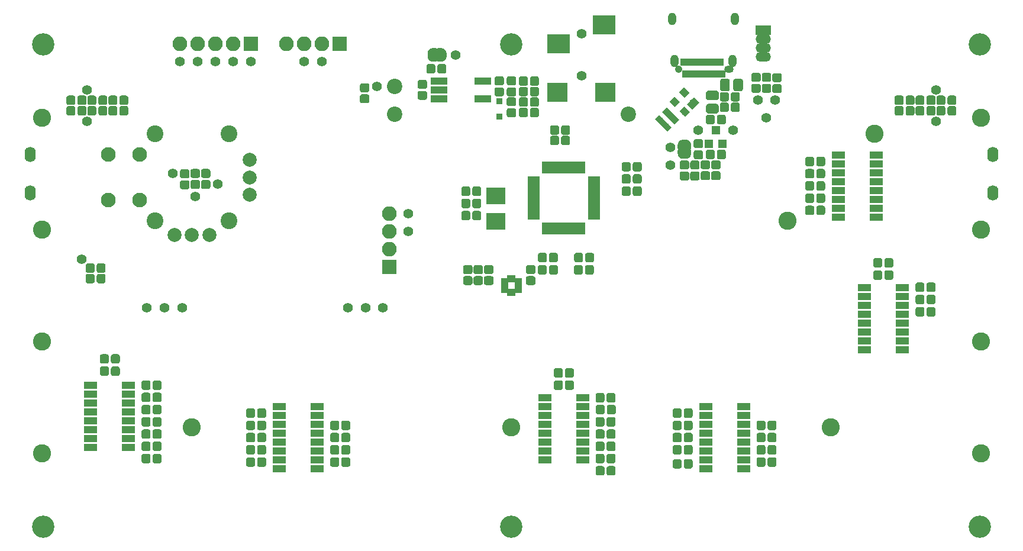
<source format=gbs>
G04 #@! TF.GenerationSoftware,KiCad,Pcbnew,(5.0.0)*
G04 #@! TF.CreationDate,2019-02-03T00:45:11+08:00*
G04 #@! TF.ProjectId,joyMIDI,6A6F794D4944492E6B696361645F7063,rev?*
G04 #@! TF.SameCoordinates,Original*
G04 #@! TF.FileFunction,Soldermask,Bot*
G04 #@! TF.FilePolarity,Negative*
%FSLAX46Y46*%
G04 Gerber Fmt 4.6, Leading zero omitted, Abs format (unit mm)*
G04 Created by KiCad (PCBNEW (5.0.0)) date 02/03/19 00:45:11*
%MOMM*%
%LPD*%
G01*
G04 APERTURE LIST*
%ADD10C,2.200000*%
%ADD11C,1.100000*%
%ADD12C,0.100000*%
%ADD13C,1.000000*%
%ADD14C,1.275000*%
%ADD15C,0.900000*%
%ADD16R,2.100000X2.100000*%
%ADD17O,2.100000X2.100000*%
%ADD18C,2.400000*%
%ADD19C,2.100000*%
%ADD20C,2.000000*%
%ADD21C,1.375000*%
%ADD22C,3.200000*%
%ADD23C,2.600000*%
%ADD24R,2.200000X1.350000*%
%ADD25O,2.200000X1.350000*%
%ADD26R,1.200000X1.300000*%
%ADD27R,1.700000X0.650000*%
%ADD28R,0.650000X1.700000*%
%ADD29R,0.700000X1.000000*%
%ADD30R,1.000000X0.700000*%
%ADD31R,1.900000X1.000000*%
%ADD32O,1.600000X2.200000*%
%ADD33R,2.800000X2.400000*%
%ADD34R,0.900000X0.900000*%
%ADD35R,3.200000X2.800000*%
%ADD36C,1.400000*%
%ADD37R,2.900000X2.800000*%
%ADD38C,0.500000*%
%ADD39R,2.400000X1.040000*%
%ADD40O,1.200000X1.800000*%
%ADD41R,0.700000X1.100000*%
%ADD42O,1.350000X1.050000*%
%ADD43C,1.050000*%
G04 APERTURE END LIST*
D10*
G04 #@! TO.C,RV1*
X131750000Y-76500000D03*
X131750000Y-80500000D03*
X165250000Y-80500000D03*
G04 #@! TD*
D11*
G04 #@! TO.C,D1*
X174487437Y-78926777D03*
D12*
G36*
X175371320Y-78820711D02*
X174381371Y-79810660D01*
X173603554Y-79032843D01*
X174593503Y-78042894D01*
X175371320Y-78820711D01*
X175371320Y-78820711D01*
G37*
D13*
X173285355Y-80128858D03*
D12*
G36*
X174027817Y-80164213D02*
X173320710Y-80871320D01*
X172542893Y-80093503D01*
X173250000Y-79386396D01*
X174027817Y-80164213D01*
X174027817Y-80164213D01*
G37*
D13*
X171871142Y-78714645D03*
D12*
G36*
X172613604Y-78750000D02*
X171906497Y-79457107D01*
X171128680Y-78679290D01*
X171835787Y-77972183D01*
X172613604Y-78750000D01*
X172613604Y-78750000D01*
G37*
D13*
X173214645Y-77371142D03*
D12*
G36*
X173957107Y-77406497D02*
X173250000Y-78113604D01*
X172472183Y-77335787D01*
X173179290Y-76628680D01*
X173957107Y-77406497D01*
X173957107Y-77406497D01*
G37*
G04 #@! TD*
G04 #@! TO.C,C1*
G36*
X166849993Y-89076535D02*
X166880935Y-89081125D01*
X166911278Y-89088725D01*
X166940730Y-89099263D01*
X166969008Y-89112638D01*
X166995838Y-89128719D01*
X167020963Y-89147353D01*
X167044140Y-89168360D01*
X167065147Y-89191537D01*
X167083781Y-89216662D01*
X167099862Y-89243492D01*
X167113237Y-89271770D01*
X167123775Y-89301222D01*
X167131375Y-89331565D01*
X167135965Y-89362507D01*
X167137500Y-89393750D01*
X167137500Y-90106250D01*
X167135965Y-90137493D01*
X167131375Y-90168435D01*
X167123775Y-90198778D01*
X167113237Y-90228230D01*
X167099862Y-90256508D01*
X167083781Y-90283338D01*
X167065147Y-90308463D01*
X167044140Y-90331640D01*
X167020963Y-90352647D01*
X166995838Y-90371281D01*
X166969008Y-90387362D01*
X166940730Y-90400737D01*
X166911278Y-90411275D01*
X166880935Y-90418875D01*
X166849993Y-90423465D01*
X166818750Y-90425000D01*
X166181250Y-90425000D01*
X166150007Y-90423465D01*
X166119065Y-90418875D01*
X166088722Y-90411275D01*
X166059270Y-90400737D01*
X166030992Y-90387362D01*
X166004162Y-90371281D01*
X165979037Y-90352647D01*
X165955860Y-90331640D01*
X165934853Y-90308463D01*
X165916219Y-90283338D01*
X165900138Y-90256508D01*
X165886763Y-90228230D01*
X165876225Y-90198778D01*
X165868625Y-90168435D01*
X165864035Y-90137493D01*
X165862500Y-90106250D01*
X165862500Y-89393750D01*
X165864035Y-89362507D01*
X165868625Y-89331565D01*
X165876225Y-89301222D01*
X165886763Y-89271770D01*
X165900138Y-89243492D01*
X165916219Y-89216662D01*
X165934853Y-89191537D01*
X165955860Y-89168360D01*
X165979037Y-89147353D01*
X166004162Y-89128719D01*
X166030992Y-89112638D01*
X166059270Y-89099263D01*
X166088722Y-89088725D01*
X166119065Y-89081125D01*
X166150007Y-89076535D01*
X166181250Y-89075000D01*
X166818750Y-89075000D01*
X166849993Y-89076535D01*
X166849993Y-89076535D01*
G37*
D14*
X166500000Y-89750000D03*
D12*
G36*
X165274993Y-89076535D02*
X165305935Y-89081125D01*
X165336278Y-89088725D01*
X165365730Y-89099263D01*
X165394008Y-89112638D01*
X165420838Y-89128719D01*
X165445963Y-89147353D01*
X165469140Y-89168360D01*
X165490147Y-89191537D01*
X165508781Y-89216662D01*
X165524862Y-89243492D01*
X165538237Y-89271770D01*
X165548775Y-89301222D01*
X165556375Y-89331565D01*
X165560965Y-89362507D01*
X165562500Y-89393750D01*
X165562500Y-90106250D01*
X165560965Y-90137493D01*
X165556375Y-90168435D01*
X165548775Y-90198778D01*
X165538237Y-90228230D01*
X165524862Y-90256508D01*
X165508781Y-90283338D01*
X165490147Y-90308463D01*
X165469140Y-90331640D01*
X165445963Y-90352647D01*
X165420838Y-90371281D01*
X165394008Y-90387362D01*
X165365730Y-90400737D01*
X165336278Y-90411275D01*
X165305935Y-90418875D01*
X165274993Y-90423465D01*
X165243750Y-90425000D01*
X164606250Y-90425000D01*
X164575007Y-90423465D01*
X164544065Y-90418875D01*
X164513722Y-90411275D01*
X164484270Y-90400737D01*
X164455992Y-90387362D01*
X164429162Y-90371281D01*
X164404037Y-90352647D01*
X164380860Y-90331640D01*
X164359853Y-90308463D01*
X164341219Y-90283338D01*
X164325138Y-90256508D01*
X164311763Y-90228230D01*
X164301225Y-90198778D01*
X164293625Y-90168435D01*
X164289035Y-90137493D01*
X164287500Y-90106250D01*
X164287500Y-89393750D01*
X164289035Y-89362507D01*
X164293625Y-89331565D01*
X164301225Y-89301222D01*
X164311763Y-89271770D01*
X164325138Y-89243492D01*
X164341219Y-89216662D01*
X164359853Y-89191537D01*
X164380860Y-89168360D01*
X164404037Y-89147353D01*
X164429162Y-89128719D01*
X164455992Y-89112638D01*
X164484270Y-89099263D01*
X164513722Y-89088725D01*
X164544065Y-89081125D01*
X164575007Y-89076535D01*
X164606250Y-89075000D01*
X165243750Y-89075000D01*
X165274993Y-89076535D01*
X165274993Y-89076535D01*
G37*
D14*
X164925000Y-89750000D03*
G04 #@! TD*
D12*
G04 #@! TO.C,C2*
G36*
X166849993Y-90826535D02*
X166880935Y-90831125D01*
X166911278Y-90838725D01*
X166940730Y-90849263D01*
X166969008Y-90862638D01*
X166995838Y-90878719D01*
X167020963Y-90897353D01*
X167044140Y-90918360D01*
X167065147Y-90941537D01*
X167083781Y-90966662D01*
X167099862Y-90993492D01*
X167113237Y-91021770D01*
X167123775Y-91051222D01*
X167131375Y-91081565D01*
X167135965Y-91112507D01*
X167137500Y-91143750D01*
X167137500Y-91856250D01*
X167135965Y-91887493D01*
X167131375Y-91918435D01*
X167123775Y-91948778D01*
X167113237Y-91978230D01*
X167099862Y-92006508D01*
X167083781Y-92033338D01*
X167065147Y-92058463D01*
X167044140Y-92081640D01*
X167020963Y-92102647D01*
X166995838Y-92121281D01*
X166969008Y-92137362D01*
X166940730Y-92150737D01*
X166911278Y-92161275D01*
X166880935Y-92168875D01*
X166849993Y-92173465D01*
X166818750Y-92175000D01*
X166181250Y-92175000D01*
X166150007Y-92173465D01*
X166119065Y-92168875D01*
X166088722Y-92161275D01*
X166059270Y-92150737D01*
X166030992Y-92137362D01*
X166004162Y-92121281D01*
X165979037Y-92102647D01*
X165955860Y-92081640D01*
X165934853Y-92058463D01*
X165916219Y-92033338D01*
X165900138Y-92006508D01*
X165886763Y-91978230D01*
X165876225Y-91948778D01*
X165868625Y-91918435D01*
X165864035Y-91887493D01*
X165862500Y-91856250D01*
X165862500Y-91143750D01*
X165864035Y-91112507D01*
X165868625Y-91081565D01*
X165876225Y-91051222D01*
X165886763Y-91021770D01*
X165900138Y-90993492D01*
X165916219Y-90966662D01*
X165934853Y-90941537D01*
X165955860Y-90918360D01*
X165979037Y-90897353D01*
X166004162Y-90878719D01*
X166030992Y-90862638D01*
X166059270Y-90849263D01*
X166088722Y-90838725D01*
X166119065Y-90831125D01*
X166150007Y-90826535D01*
X166181250Y-90825000D01*
X166818750Y-90825000D01*
X166849993Y-90826535D01*
X166849993Y-90826535D01*
G37*
D14*
X166500000Y-91500000D03*
D12*
G36*
X165274993Y-90826535D02*
X165305935Y-90831125D01*
X165336278Y-90838725D01*
X165365730Y-90849263D01*
X165394008Y-90862638D01*
X165420838Y-90878719D01*
X165445963Y-90897353D01*
X165469140Y-90918360D01*
X165490147Y-90941537D01*
X165508781Y-90966662D01*
X165524862Y-90993492D01*
X165538237Y-91021770D01*
X165548775Y-91051222D01*
X165556375Y-91081565D01*
X165560965Y-91112507D01*
X165562500Y-91143750D01*
X165562500Y-91856250D01*
X165560965Y-91887493D01*
X165556375Y-91918435D01*
X165548775Y-91948778D01*
X165538237Y-91978230D01*
X165524862Y-92006508D01*
X165508781Y-92033338D01*
X165490147Y-92058463D01*
X165469140Y-92081640D01*
X165445963Y-92102647D01*
X165420838Y-92121281D01*
X165394008Y-92137362D01*
X165365730Y-92150737D01*
X165336278Y-92161275D01*
X165305935Y-92168875D01*
X165274993Y-92173465D01*
X165243750Y-92175000D01*
X164606250Y-92175000D01*
X164575007Y-92173465D01*
X164544065Y-92168875D01*
X164513722Y-92161275D01*
X164484270Y-92150737D01*
X164455992Y-92137362D01*
X164429162Y-92121281D01*
X164404037Y-92102647D01*
X164380860Y-92081640D01*
X164359853Y-92058463D01*
X164341219Y-92033338D01*
X164325138Y-92006508D01*
X164311763Y-91978230D01*
X164301225Y-91948778D01*
X164293625Y-91918435D01*
X164289035Y-91887493D01*
X164287500Y-91856250D01*
X164287500Y-91143750D01*
X164289035Y-91112507D01*
X164293625Y-91081565D01*
X164301225Y-91051222D01*
X164311763Y-91021770D01*
X164325138Y-90993492D01*
X164341219Y-90966662D01*
X164359853Y-90941537D01*
X164380860Y-90918360D01*
X164404037Y-90897353D01*
X164429162Y-90878719D01*
X164455992Y-90862638D01*
X164484270Y-90849263D01*
X164513722Y-90838725D01*
X164544065Y-90831125D01*
X164575007Y-90826535D01*
X164606250Y-90825000D01*
X165243750Y-90825000D01*
X165274993Y-90826535D01*
X165274993Y-90826535D01*
G37*
D14*
X164925000Y-91500000D03*
G04 #@! TD*
D12*
G04 #@! TO.C,C3*
G36*
X165274993Y-87326535D02*
X165305935Y-87331125D01*
X165336278Y-87338725D01*
X165365730Y-87349263D01*
X165394008Y-87362638D01*
X165420838Y-87378719D01*
X165445963Y-87397353D01*
X165469140Y-87418360D01*
X165490147Y-87441537D01*
X165508781Y-87466662D01*
X165524862Y-87493492D01*
X165538237Y-87521770D01*
X165548775Y-87551222D01*
X165556375Y-87581565D01*
X165560965Y-87612507D01*
X165562500Y-87643750D01*
X165562500Y-88356250D01*
X165560965Y-88387493D01*
X165556375Y-88418435D01*
X165548775Y-88448778D01*
X165538237Y-88478230D01*
X165524862Y-88506508D01*
X165508781Y-88533338D01*
X165490147Y-88558463D01*
X165469140Y-88581640D01*
X165445963Y-88602647D01*
X165420838Y-88621281D01*
X165394008Y-88637362D01*
X165365730Y-88650737D01*
X165336278Y-88661275D01*
X165305935Y-88668875D01*
X165274993Y-88673465D01*
X165243750Y-88675000D01*
X164606250Y-88675000D01*
X164575007Y-88673465D01*
X164544065Y-88668875D01*
X164513722Y-88661275D01*
X164484270Y-88650737D01*
X164455992Y-88637362D01*
X164429162Y-88621281D01*
X164404037Y-88602647D01*
X164380860Y-88581640D01*
X164359853Y-88558463D01*
X164341219Y-88533338D01*
X164325138Y-88506508D01*
X164311763Y-88478230D01*
X164301225Y-88448778D01*
X164293625Y-88418435D01*
X164289035Y-88387493D01*
X164287500Y-88356250D01*
X164287500Y-87643750D01*
X164289035Y-87612507D01*
X164293625Y-87581565D01*
X164301225Y-87551222D01*
X164311763Y-87521770D01*
X164325138Y-87493492D01*
X164341219Y-87466662D01*
X164359853Y-87441537D01*
X164380860Y-87418360D01*
X164404037Y-87397353D01*
X164429162Y-87378719D01*
X164455992Y-87362638D01*
X164484270Y-87349263D01*
X164513722Y-87338725D01*
X164544065Y-87331125D01*
X164575007Y-87326535D01*
X164606250Y-87325000D01*
X165243750Y-87325000D01*
X165274993Y-87326535D01*
X165274993Y-87326535D01*
G37*
D14*
X164925000Y-88000000D03*
D12*
G36*
X166849993Y-87326535D02*
X166880935Y-87331125D01*
X166911278Y-87338725D01*
X166940730Y-87349263D01*
X166969008Y-87362638D01*
X166995838Y-87378719D01*
X167020963Y-87397353D01*
X167044140Y-87418360D01*
X167065147Y-87441537D01*
X167083781Y-87466662D01*
X167099862Y-87493492D01*
X167113237Y-87521770D01*
X167123775Y-87551222D01*
X167131375Y-87581565D01*
X167135965Y-87612507D01*
X167137500Y-87643750D01*
X167137500Y-88356250D01*
X167135965Y-88387493D01*
X167131375Y-88418435D01*
X167123775Y-88448778D01*
X167113237Y-88478230D01*
X167099862Y-88506508D01*
X167083781Y-88533338D01*
X167065147Y-88558463D01*
X167044140Y-88581640D01*
X167020963Y-88602647D01*
X166995838Y-88621281D01*
X166969008Y-88637362D01*
X166940730Y-88650737D01*
X166911278Y-88661275D01*
X166880935Y-88668875D01*
X166849993Y-88673465D01*
X166818750Y-88675000D01*
X166181250Y-88675000D01*
X166150007Y-88673465D01*
X166119065Y-88668875D01*
X166088722Y-88661275D01*
X166059270Y-88650737D01*
X166030992Y-88637362D01*
X166004162Y-88621281D01*
X165979037Y-88602647D01*
X165955860Y-88581640D01*
X165934853Y-88558463D01*
X165916219Y-88533338D01*
X165900138Y-88506508D01*
X165886763Y-88478230D01*
X165876225Y-88448778D01*
X165868625Y-88418435D01*
X165864035Y-88387493D01*
X165862500Y-88356250D01*
X165862500Y-87643750D01*
X165864035Y-87612507D01*
X165868625Y-87581565D01*
X165876225Y-87551222D01*
X165886763Y-87521770D01*
X165900138Y-87493492D01*
X165916219Y-87466662D01*
X165934853Y-87441537D01*
X165955860Y-87418360D01*
X165979037Y-87397353D01*
X166004162Y-87378719D01*
X166030992Y-87362638D01*
X166059270Y-87349263D01*
X166088722Y-87338725D01*
X166119065Y-87331125D01*
X166150007Y-87326535D01*
X166181250Y-87325000D01*
X166818750Y-87325000D01*
X166849993Y-87326535D01*
X166849993Y-87326535D01*
G37*
D14*
X166500000Y-88000000D03*
G04 #@! TD*
D12*
G04 #@! TO.C,C4*
G36*
X159999993Y-102076535D02*
X160030935Y-102081125D01*
X160061278Y-102088725D01*
X160090730Y-102099263D01*
X160119008Y-102112638D01*
X160145838Y-102128719D01*
X160170963Y-102147353D01*
X160194140Y-102168360D01*
X160215147Y-102191537D01*
X160233781Y-102216662D01*
X160249862Y-102243492D01*
X160263237Y-102271770D01*
X160273775Y-102301222D01*
X160281375Y-102331565D01*
X160285965Y-102362507D01*
X160287500Y-102393750D01*
X160287500Y-103106250D01*
X160285965Y-103137493D01*
X160281375Y-103168435D01*
X160273775Y-103198778D01*
X160263237Y-103228230D01*
X160249862Y-103256508D01*
X160233781Y-103283338D01*
X160215147Y-103308463D01*
X160194140Y-103331640D01*
X160170963Y-103352647D01*
X160145838Y-103371281D01*
X160119008Y-103387362D01*
X160090730Y-103400737D01*
X160061278Y-103411275D01*
X160030935Y-103418875D01*
X159999993Y-103423465D01*
X159968750Y-103425000D01*
X159331250Y-103425000D01*
X159300007Y-103423465D01*
X159269065Y-103418875D01*
X159238722Y-103411275D01*
X159209270Y-103400737D01*
X159180992Y-103387362D01*
X159154162Y-103371281D01*
X159129037Y-103352647D01*
X159105860Y-103331640D01*
X159084853Y-103308463D01*
X159066219Y-103283338D01*
X159050138Y-103256508D01*
X159036763Y-103228230D01*
X159026225Y-103198778D01*
X159018625Y-103168435D01*
X159014035Y-103137493D01*
X159012500Y-103106250D01*
X159012500Y-102393750D01*
X159014035Y-102362507D01*
X159018625Y-102331565D01*
X159026225Y-102301222D01*
X159036763Y-102271770D01*
X159050138Y-102243492D01*
X159066219Y-102216662D01*
X159084853Y-102191537D01*
X159105860Y-102168360D01*
X159129037Y-102147353D01*
X159154162Y-102128719D01*
X159180992Y-102112638D01*
X159209270Y-102099263D01*
X159238722Y-102088725D01*
X159269065Y-102081125D01*
X159300007Y-102076535D01*
X159331250Y-102075000D01*
X159968750Y-102075000D01*
X159999993Y-102076535D01*
X159999993Y-102076535D01*
G37*
D14*
X159650000Y-102750000D03*
D12*
G36*
X158424993Y-102076535D02*
X158455935Y-102081125D01*
X158486278Y-102088725D01*
X158515730Y-102099263D01*
X158544008Y-102112638D01*
X158570838Y-102128719D01*
X158595963Y-102147353D01*
X158619140Y-102168360D01*
X158640147Y-102191537D01*
X158658781Y-102216662D01*
X158674862Y-102243492D01*
X158688237Y-102271770D01*
X158698775Y-102301222D01*
X158706375Y-102331565D01*
X158710965Y-102362507D01*
X158712500Y-102393750D01*
X158712500Y-103106250D01*
X158710965Y-103137493D01*
X158706375Y-103168435D01*
X158698775Y-103198778D01*
X158688237Y-103228230D01*
X158674862Y-103256508D01*
X158658781Y-103283338D01*
X158640147Y-103308463D01*
X158619140Y-103331640D01*
X158595963Y-103352647D01*
X158570838Y-103371281D01*
X158544008Y-103387362D01*
X158515730Y-103400737D01*
X158486278Y-103411275D01*
X158455935Y-103418875D01*
X158424993Y-103423465D01*
X158393750Y-103425000D01*
X157756250Y-103425000D01*
X157725007Y-103423465D01*
X157694065Y-103418875D01*
X157663722Y-103411275D01*
X157634270Y-103400737D01*
X157605992Y-103387362D01*
X157579162Y-103371281D01*
X157554037Y-103352647D01*
X157530860Y-103331640D01*
X157509853Y-103308463D01*
X157491219Y-103283338D01*
X157475138Y-103256508D01*
X157461763Y-103228230D01*
X157451225Y-103198778D01*
X157443625Y-103168435D01*
X157439035Y-103137493D01*
X157437500Y-103106250D01*
X157437500Y-102393750D01*
X157439035Y-102362507D01*
X157443625Y-102331565D01*
X157451225Y-102301222D01*
X157461763Y-102271770D01*
X157475138Y-102243492D01*
X157491219Y-102216662D01*
X157509853Y-102191537D01*
X157530860Y-102168360D01*
X157554037Y-102147353D01*
X157579162Y-102128719D01*
X157605992Y-102112638D01*
X157634270Y-102099263D01*
X157663722Y-102088725D01*
X157694065Y-102081125D01*
X157725007Y-102076535D01*
X157756250Y-102075000D01*
X158393750Y-102075000D01*
X158424993Y-102076535D01*
X158424993Y-102076535D01*
G37*
D14*
X158075000Y-102750000D03*
G04 #@! TD*
D12*
G04 #@! TO.C,C6*
G36*
X178887493Y-80576535D02*
X178918435Y-80581125D01*
X178948778Y-80588725D01*
X178978230Y-80599263D01*
X179006508Y-80612638D01*
X179033338Y-80628719D01*
X179058463Y-80647353D01*
X179081640Y-80668360D01*
X179102647Y-80691537D01*
X179121281Y-80716662D01*
X179137362Y-80743492D01*
X179150737Y-80771770D01*
X179161275Y-80801222D01*
X179168875Y-80831565D01*
X179173465Y-80862507D01*
X179175000Y-80893750D01*
X179175000Y-81606250D01*
X179173465Y-81637493D01*
X179168875Y-81668435D01*
X179161275Y-81698778D01*
X179150737Y-81728230D01*
X179137362Y-81756508D01*
X179121281Y-81783338D01*
X179102647Y-81808463D01*
X179081640Y-81831640D01*
X179058463Y-81852647D01*
X179033338Y-81871281D01*
X179006508Y-81887362D01*
X178978230Y-81900737D01*
X178948778Y-81911275D01*
X178918435Y-81918875D01*
X178887493Y-81923465D01*
X178856250Y-81925000D01*
X178218750Y-81925000D01*
X178187507Y-81923465D01*
X178156565Y-81918875D01*
X178126222Y-81911275D01*
X178096770Y-81900737D01*
X178068492Y-81887362D01*
X178041662Y-81871281D01*
X178016537Y-81852647D01*
X177993360Y-81831640D01*
X177972353Y-81808463D01*
X177953719Y-81783338D01*
X177937638Y-81756508D01*
X177924263Y-81728230D01*
X177913725Y-81698778D01*
X177906125Y-81668435D01*
X177901535Y-81637493D01*
X177900000Y-81606250D01*
X177900000Y-80893750D01*
X177901535Y-80862507D01*
X177906125Y-80831565D01*
X177913725Y-80801222D01*
X177924263Y-80771770D01*
X177937638Y-80743492D01*
X177953719Y-80716662D01*
X177972353Y-80691537D01*
X177993360Y-80668360D01*
X178016537Y-80647353D01*
X178041662Y-80628719D01*
X178068492Y-80612638D01*
X178096770Y-80599263D01*
X178126222Y-80588725D01*
X178156565Y-80581125D01*
X178187507Y-80576535D01*
X178218750Y-80575000D01*
X178856250Y-80575000D01*
X178887493Y-80576535D01*
X178887493Y-80576535D01*
G37*
D14*
X178537500Y-81250000D03*
D12*
G36*
X177312493Y-80576535D02*
X177343435Y-80581125D01*
X177373778Y-80588725D01*
X177403230Y-80599263D01*
X177431508Y-80612638D01*
X177458338Y-80628719D01*
X177483463Y-80647353D01*
X177506640Y-80668360D01*
X177527647Y-80691537D01*
X177546281Y-80716662D01*
X177562362Y-80743492D01*
X177575737Y-80771770D01*
X177586275Y-80801222D01*
X177593875Y-80831565D01*
X177598465Y-80862507D01*
X177600000Y-80893750D01*
X177600000Y-81606250D01*
X177598465Y-81637493D01*
X177593875Y-81668435D01*
X177586275Y-81698778D01*
X177575737Y-81728230D01*
X177562362Y-81756508D01*
X177546281Y-81783338D01*
X177527647Y-81808463D01*
X177506640Y-81831640D01*
X177483463Y-81852647D01*
X177458338Y-81871281D01*
X177431508Y-81887362D01*
X177403230Y-81900737D01*
X177373778Y-81911275D01*
X177343435Y-81918875D01*
X177312493Y-81923465D01*
X177281250Y-81925000D01*
X176643750Y-81925000D01*
X176612507Y-81923465D01*
X176581565Y-81918875D01*
X176551222Y-81911275D01*
X176521770Y-81900737D01*
X176493492Y-81887362D01*
X176466662Y-81871281D01*
X176441537Y-81852647D01*
X176418360Y-81831640D01*
X176397353Y-81808463D01*
X176378719Y-81783338D01*
X176362638Y-81756508D01*
X176349263Y-81728230D01*
X176338725Y-81698778D01*
X176331125Y-81668435D01*
X176326535Y-81637493D01*
X176325000Y-81606250D01*
X176325000Y-80893750D01*
X176326535Y-80862507D01*
X176331125Y-80831565D01*
X176338725Y-80801222D01*
X176349263Y-80771770D01*
X176362638Y-80743492D01*
X176378719Y-80716662D01*
X176397353Y-80691537D01*
X176418360Y-80668360D01*
X176441537Y-80647353D01*
X176466662Y-80628719D01*
X176493492Y-80612638D01*
X176521770Y-80599263D01*
X176551222Y-80588725D01*
X176581565Y-80581125D01*
X176612507Y-80576535D01*
X176643750Y-80575000D01*
X177281250Y-80575000D01*
X177312493Y-80576535D01*
X177312493Y-80576535D01*
G37*
D14*
X176962500Y-81250000D03*
G04 #@! TD*
D12*
G04 #@! TO.C,C8*
G36*
X153274993Y-102076535D02*
X153305935Y-102081125D01*
X153336278Y-102088725D01*
X153365730Y-102099263D01*
X153394008Y-102112638D01*
X153420838Y-102128719D01*
X153445963Y-102147353D01*
X153469140Y-102168360D01*
X153490147Y-102191537D01*
X153508781Y-102216662D01*
X153524862Y-102243492D01*
X153538237Y-102271770D01*
X153548775Y-102301222D01*
X153556375Y-102331565D01*
X153560965Y-102362507D01*
X153562500Y-102393750D01*
X153562500Y-103106250D01*
X153560965Y-103137493D01*
X153556375Y-103168435D01*
X153548775Y-103198778D01*
X153538237Y-103228230D01*
X153524862Y-103256508D01*
X153508781Y-103283338D01*
X153490147Y-103308463D01*
X153469140Y-103331640D01*
X153445963Y-103352647D01*
X153420838Y-103371281D01*
X153394008Y-103387362D01*
X153365730Y-103400737D01*
X153336278Y-103411275D01*
X153305935Y-103418875D01*
X153274993Y-103423465D01*
X153243750Y-103425000D01*
X152606250Y-103425000D01*
X152575007Y-103423465D01*
X152544065Y-103418875D01*
X152513722Y-103411275D01*
X152484270Y-103400737D01*
X152455992Y-103387362D01*
X152429162Y-103371281D01*
X152404037Y-103352647D01*
X152380860Y-103331640D01*
X152359853Y-103308463D01*
X152341219Y-103283338D01*
X152325138Y-103256508D01*
X152311763Y-103228230D01*
X152301225Y-103198778D01*
X152293625Y-103168435D01*
X152289035Y-103137493D01*
X152287500Y-103106250D01*
X152287500Y-102393750D01*
X152289035Y-102362507D01*
X152293625Y-102331565D01*
X152301225Y-102301222D01*
X152311763Y-102271770D01*
X152325138Y-102243492D01*
X152341219Y-102216662D01*
X152359853Y-102191537D01*
X152380860Y-102168360D01*
X152404037Y-102147353D01*
X152429162Y-102128719D01*
X152455992Y-102112638D01*
X152484270Y-102099263D01*
X152513722Y-102088725D01*
X152544065Y-102081125D01*
X152575007Y-102076535D01*
X152606250Y-102075000D01*
X153243750Y-102075000D01*
X153274993Y-102076535D01*
X153274993Y-102076535D01*
G37*
D14*
X152925000Y-102750000D03*
D12*
G36*
X154849993Y-102076535D02*
X154880935Y-102081125D01*
X154911278Y-102088725D01*
X154940730Y-102099263D01*
X154969008Y-102112638D01*
X154995838Y-102128719D01*
X155020963Y-102147353D01*
X155044140Y-102168360D01*
X155065147Y-102191537D01*
X155083781Y-102216662D01*
X155099862Y-102243492D01*
X155113237Y-102271770D01*
X155123775Y-102301222D01*
X155131375Y-102331565D01*
X155135965Y-102362507D01*
X155137500Y-102393750D01*
X155137500Y-103106250D01*
X155135965Y-103137493D01*
X155131375Y-103168435D01*
X155123775Y-103198778D01*
X155113237Y-103228230D01*
X155099862Y-103256508D01*
X155083781Y-103283338D01*
X155065147Y-103308463D01*
X155044140Y-103331640D01*
X155020963Y-103352647D01*
X154995838Y-103371281D01*
X154969008Y-103387362D01*
X154940730Y-103400737D01*
X154911278Y-103411275D01*
X154880935Y-103418875D01*
X154849993Y-103423465D01*
X154818750Y-103425000D01*
X154181250Y-103425000D01*
X154150007Y-103423465D01*
X154119065Y-103418875D01*
X154088722Y-103411275D01*
X154059270Y-103400737D01*
X154030992Y-103387362D01*
X154004162Y-103371281D01*
X153979037Y-103352647D01*
X153955860Y-103331640D01*
X153934853Y-103308463D01*
X153916219Y-103283338D01*
X153900138Y-103256508D01*
X153886763Y-103228230D01*
X153876225Y-103198778D01*
X153868625Y-103168435D01*
X153864035Y-103137493D01*
X153862500Y-103106250D01*
X153862500Y-102393750D01*
X153864035Y-102362507D01*
X153868625Y-102331565D01*
X153876225Y-102301222D01*
X153886763Y-102271770D01*
X153900138Y-102243492D01*
X153916219Y-102216662D01*
X153934853Y-102191537D01*
X153955860Y-102168360D01*
X153979037Y-102147353D01*
X154004162Y-102128719D01*
X154030992Y-102112638D01*
X154059270Y-102099263D01*
X154088722Y-102088725D01*
X154119065Y-102081125D01*
X154150007Y-102076535D01*
X154181250Y-102075000D01*
X154818750Y-102075000D01*
X154849993Y-102076535D01*
X154849993Y-102076535D01*
G37*
D14*
X154500000Y-102750000D03*
G04 #@! TD*
D12*
G04 #@! TO.C,C9*
G36*
X155024993Y-83576535D02*
X155055935Y-83581125D01*
X155086278Y-83588725D01*
X155115730Y-83599263D01*
X155144008Y-83612638D01*
X155170838Y-83628719D01*
X155195963Y-83647353D01*
X155219140Y-83668360D01*
X155240147Y-83691537D01*
X155258781Y-83716662D01*
X155274862Y-83743492D01*
X155288237Y-83771770D01*
X155298775Y-83801222D01*
X155306375Y-83831565D01*
X155310965Y-83862507D01*
X155312500Y-83893750D01*
X155312500Y-84606250D01*
X155310965Y-84637493D01*
X155306375Y-84668435D01*
X155298775Y-84698778D01*
X155288237Y-84728230D01*
X155274862Y-84756508D01*
X155258781Y-84783338D01*
X155240147Y-84808463D01*
X155219140Y-84831640D01*
X155195963Y-84852647D01*
X155170838Y-84871281D01*
X155144008Y-84887362D01*
X155115730Y-84900737D01*
X155086278Y-84911275D01*
X155055935Y-84918875D01*
X155024993Y-84923465D01*
X154993750Y-84925000D01*
X154356250Y-84925000D01*
X154325007Y-84923465D01*
X154294065Y-84918875D01*
X154263722Y-84911275D01*
X154234270Y-84900737D01*
X154205992Y-84887362D01*
X154179162Y-84871281D01*
X154154037Y-84852647D01*
X154130860Y-84831640D01*
X154109853Y-84808463D01*
X154091219Y-84783338D01*
X154075138Y-84756508D01*
X154061763Y-84728230D01*
X154051225Y-84698778D01*
X154043625Y-84668435D01*
X154039035Y-84637493D01*
X154037500Y-84606250D01*
X154037500Y-83893750D01*
X154039035Y-83862507D01*
X154043625Y-83831565D01*
X154051225Y-83801222D01*
X154061763Y-83771770D01*
X154075138Y-83743492D01*
X154091219Y-83716662D01*
X154109853Y-83691537D01*
X154130860Y-83668360D01*
X154154037Y-83647353D01*
X154179162Y-83628719D01*
X154205992Y-83612638D01*
X154234270Y-83599263D01*
X154263722Y-83588725D01*
X154294065Y-83581125D01*
X154325007Y-83576535D01*
X154356250Y-83575000D01*
X154993750Y-83575000D01*
X155024993Y-83576535D01*
X155024993Y-83576535D01*
G37*
D14*
X154675000Y-84250000D03*
D12*
G36*
X156599993Y-83576535D02*
X156630935Y-83581125D01*
X156661278Y-83588725D01*
X156690730Y-83599263D01*
X156719008Y-83612638D01*
X156745838Y-83628719D01*
X156770963Y-83647353D01*
X156794140Y-83668360D01*
X156815147Y-83691537D01*
X156833781Y-83716662D01*
X156849862Y-83743492D01*
X156863237Y-83771770D01*
X156873775Y-83801222D01*
X156881375Y-83831565D01*
X156885965Y-83862507D01*
X156887500Y-83893750D01*
X156887500Y-84606250D01*
X156885965Y-84637493D01*
X156881375Y-84668435D01*
X156873775Y-84698778D01*
X156863237Y-84728230D01*
X156849862Y-84756508D01*
X156833781Y-84783338D01*
X156815147Y-84808463D01*
X156794140Y-84831640D01*
X156770963Y-84852647D01*
X156745838Y-84871281D01*
X156719008Y-84887362D01*
X156690730Y-84900737D01*
X156661278Y-84911275D01*
X156630935Y-84918875D01*
X156599993Y-84923465D01*
X156568750Y-84925000D01*
X155931250Y-84925000D01*
X155900007Y-84923465D01*
X155869065Y-84918875D01*
X155838722Y-84911275D01*
X155809270Y-84900737D01*
X155780992Y-84887362D01*
X155754162Y-84871281D01*
X155729037Y-84852647D01*
X155705860Y-84831640D01*
X155684853Y-84808463D01*
X155666219Y-84783338D01*
X155650138Y-84756508D01*
X155636763Y-84728230D01*
X155626225Y-84698778D01*
X155618625Y-84668435D01*
X155614035Y-84637493D01*
X155612500Y-84606250D01*
X155612500Y-83893750D01*
X155614035Y-83862507D01*
X155618625Y-83831565D01*
X155626225Y-83801222D01*
X155636763Y-83771770D01*
X155650138Y-83743492D01*
X155666219Y-83716662D01*
X155684853Y-83691537D01*
X155705860Y-83668360D01*
X155729037Y-83647353D01*
X155754162Y-83628719D01*
X155780992Y-83612638D01*
X155809270Y-83599263D01*
X155838722Y-83588725D01*
X155869065Y-83581125D01*
X155900007Y-83576535D01*
X155931250Y-83575000D01*
X156568750Y-83575000D01*
X156599993Y-83576535D01*
X156599993Y-83576535D01*
G37*
D14*
X156250000Y-84250000D03*
G04 #@! TD*
D12*
G04 #@! TO.C,C10*
G36*
X178887493Y-85576535D02*
X178918435Y-85581125D01*
X178948778Y-85588725D01*
X178978230Y-85599263D01*
X179006508Y-85612638D01*
X179033338Y-85628719D01*
X179058463Y-85647353D01*
X179081640Y-85668360D01*
X179102647Y-85691537D01*
X179121281Y-85716662D01*
X179137362Y-85743492D01*
X179150737Y-85771770D01*
X179161275Y-85801222D01*
X179168875Y-85831565D01*
X179173465Y-85862507D01*
X179175000Y-85893750D01*
X179175000Y-86606250D01*
X179173465Y-86637493D01*
X179168875Y-86668435D01*
X179161275Y-86698778D01*
X179150737Y-86728230D01*
X179137362Y-86756508D01*
X179121281Y-86783338D01*
X179102647Y-86808463D01*
X179081640Y-86831640D01*
X179058463Y-86852647D01*
X179033338Y-86871281D01*
X179006508Y-86887362D01*
X178978230Y-86900737D01*
X178948778Y-86911275D01*
X178918435Y-86918875D01*
X178887493Y-86923465D01*
X178856250Y-86925000D01*
X178218750Y-86925000D01*
X178187507Y-86923465D01*
X178156565Y-86918875D01*
X178126222Y-86911275D01*
X178096770Y-86900737D01*
X178068492Y-86887362D01*
X178041662Y-86871281D01*
X178016537Y-86852647D01*
X177993360Y-86831640D01*
X177972353Y-86808463D01*
X177953719Y-86783338D01*
X177937638Y-86756508D01*
X177924263Y-86728230D01*
X177913725Y-86698778D01*
X177906125Y-86668435D01*
X177901535Y-86637493D01*
X177900000Y-86606250D01*
X177900000Y-85893750D01*
X177901535Y-85862507D01*
X177906125Y-85831565D01*
X177913725Y-85801222D01*
X177924263Y-85771770D01*
X177937638Y-85743492D01*
X177953719Y-85716662D01*
X177972353Y-85691537D01*
X177993360Y-85668360D01*
X178016537Y-85647353D01*
X178041662Y-85628719D01*
X178068492Y-85612638D01*
X178096770Y-85599263D01*
X178126222Y-85588725D01*
X178156565Y-85581125D01*
X178187507Y-85576535D01*
X178218750Y-85575000D01*
X178856250Y-85575000D01*
X178887493Y-85576535D01*
X178887493Y-85576535D01*
G37*
D14*
X178537500Y-86250000D03*
D12*
G36*
X177312493Y-85576535D02*
X177343435Y-85581125D01*
X177373778Y-85588725D01*
X177403230Y-85599263D01*
X177431508Y-85612638D01*
X177458338Y-85628719D01*
X177483463Y-85647353D01*
X177506640Y-85668360D01*
X177527647Y-85691537D01*
X177546281Y-85716662D01*
X177562362Y-85743492D01*
X177575737Y-85771770D01*
X177586275Y-85801222D01*
X177593875Y-85831565D01*
X177598465Y-85862507D01*
X177600000Y-85893750D01*
X177600000Y-86606250D01*
X177598465Y-86637493D01*
X177593875Y-86668435D01*
X177586275Y-86698778D01*
X177575737Y-86728230D01*
X177562362Y-86756508D01*
X177546281Y-86783338D01*
X177527647Y-86808463D01*
X177506640Y-86831640D01*
X177483463Y-86852647D01*
X177458338Y-86871281D01*
X177431508Y-86887362D01*
X177403230Y-86900737D01*
X177373778Y-86911275D01*
X177343435Y-86918875D01*
X177312493Y-86923465D01*
X177281250Y-86925000D01*
X176643750Y-86925000D01*
X176612507Y-86923465D01*
X176581565Y-86918875D01*
X176551222Y-86911275D01*
X176521770Y-86900737D01*
X176493492Y-86887362D01*
X176466662Y-86871281D01*
X176441537Y-86852647D01*
X176418360Y-86831640D01*
X176397353Y-86808463D01*
X176378719Y-86783338D01*
X176362638Y-86756508D01*
X176349263Y-86728230D01*
X176338725Y-86698778D01*
X176331125Y-86668435D01*
X176326535Y-86637493D01*
X176325000Y-86606250D01*
X176325000Y-85893750D01*
X176326535Y-85862507D01*
X176331125Y-85831565D01*
X176338725Y-85801222D01*
X176349263Y-85771770D01*
X176362638Y-85743492D01*
X176378719Y-85716662D01*
X176397353Y-85691537D01*
X176418360Y-85668360D01*
X176441537Y-85647353D01*
X176466662Y-85628719D01*
X176493492Y-85612638D01*
X176521770Y-85599263D01*
X176551222Y-85588725D01*
X176581565Y-85581125D01*
X176612507Y-85576535D01*
X176643750Y-85575000D01*
X177281250Y-85575000D01*
X177312493Y-85576535D01*
X177312493Y-85576535D01*
G37*
D14*
X176962500Y-86250000D03*
G04 #@! TD*
D12*
G04 #@! TO.C,C12*
G36*
X142312493Y-94326535D02*
X142343435Y-94331125D01*
X142373778Y-94338725D01*
X142403230Y-94349263D01*
X142431508Y-94362638D01*
X142458338Y-94378719D01*
X142483463Y-94397353D01*
X142506640Y-94418360D01*
X142527647Y-94441537D01*
X142546281Y-94466662D01*
X142562362Y-94493492D01*
X142575737Y-94521770D01*
X142586275Y-94551222D01*
X142593875Y-94581565D01*
X142598465Y-94612507D01*
X142600000Y-94643750D01*
X142600000Y-95356250D01*
X142598465Y-95387493D01*
X142593875Y-95418435D01*
X142586275Y-95448778D01*
X142575737Y-95478230D01*
X142562362Y-95506508D01*
X142546281Y-95533338D01*
X142527647Y-95558463D01*
X142506640Y-95581640D01*
X142483463Y-95602647D01*
X142458338Y-95621281D01*
X142431508Y-95637362D01*
X142403230Y-95650737D01*
X142373778Y-95661275D01*
X142343435Y-95668875D01*
X142312493Y-95673465D01*
X142281250Y-95675000D01*
X141643750Y-95675000D01*
X141612507Y-95673465D01*
X141581565Y-95668875D01*
X141551222Y-95661275D01*
X141521770Y-95650737D01*
X141493492Y-95637362D01*
X141466662Y-95621281D01*
X141441537Y-95602647D01*
X141418360Y-95581640D01*
X141397353Y-95558463D01*
X141378719Y-95533338D01*
X141362638Y-95506508D01*
X141349263Y-95478230D01*
X141338725Y-95448778D01*
X141331125Y-95418435D01*
X141326535Y-95387493D01*
X141325000Y-95356250D01*
X141325000Y-94643750D01*
X141326535Y-94612507D01*
X141331125Y-94581565D01*
X141338725Y-94551222D01*
X141349263Y-94521770D01*
X141362638Y-94493492D01*
X141378719Y-94466662D01*
X141397353Y-94441537D01*
X141418360Y-94418360D01*
X141441537Y-94397353D01*
X141466662Y-94378719D01*
X141493492Y-94362638D01*
X141521770Y-94349263D01*
X141551222Y-94338725D01*
X141581565Y-94331125D01*
X141612507Y-94326535D01*
X141643750Y-94325000D01*
X142281250Y-94325000D01*
X142312493Y-94326535D01*
X142312493Y-94326535D01*
G37*
D14*
X141962500Y-95000000D03*
D12*
G36*
X143887493Y-94326535D02*
X143918435Y-94331125D01*
X143948778Y-94338725D01*
X143978230Y-94349263D01*
X144006508Y-94362638D01*
X144033338Y-94378719D01*
X144058463Y-94397353D01*
X144081640Y-94418360D01*
X144102647Y-94441537D01*
X144121281Y-94466662D01*
X144137362Y-94493492D01*
X144150737Y-94521770D01*
X144161275Y-94551222D01*
X144168875Y-94581565D01*
X144173465Y-94612507D01*
X144175000Y-94643750D01*
X144175000Y-95356250D01*
X144173465Y-95387493D01*
X144168875Y-95418435D01*
X144161275Y-95448778D01*
X144150737Y-95478230D01*
X144137362Y-95506508D01*
X144121281Y-95533338D01*
X144102647Y-95558463D01*
X144081640Y-95581640D01*
X144058463Y-95602647D01*
X144033338Y-95621281D01*
X144006508Y-95637362D01*
X143978230Y-95650737D01*
X143948778Y-95661275D01*
X143918435Y-95668875D01*
X143887493Y-95673465D01*
X143856250Y-95675000D01*
X143218750Y-95675000D01*
X143187507Y-95673465D01*
X143156565Y-95668875D01*
X143126222Y-95661275D01*
X143096770Y-95650737D01*
X143068492Y-95637362D01*
X143041662Y-95621281D01*
X143016537Y-95602647D01*
X142993360Y-95581640D01*
X142972353Y-95558463D01*
X142953719Y-95533338D01*
X142937638Y-95506508D01*
X142924263Y-95478230D01*
X142913725Y-95448778D01*
X142906125Y-95418435D01*
X142901535Y-95387493D01*
X142900000Y-95356250D01*
X142900000Y-94643750D01*
X142901535Y-94612507D01*
X142906125Y-94581565D01*
X142913725Y-94551222D01*
X142924263Y-94521770D01*
X142937638Y-94493492D01*
X142953719Y-94466662D01*
X142972353Y-94441537D01*
X142993360Y-94418360D01*
X143016537Y-94397353D01*
X143041662Y-94378719D01*
X143068492Y-94362638D01*
X143096770Y-94349263D01*
X143126222Y-94338725D01*
X143156565Y-94331125D01*
X143187507Y-94326535D01*
X143218750Y-94325000D01*
X143856250Y-94325000D01*
X143887493Y-94326535D01*
X143887493Y-94326535D01*
G37*
D14*
X143537500Y-95000000D03*
G04 #@! TD*
D12*
G04 #@! TO.C,C13*
G36*
X142312493Y-92576535D02*
X142343435Y-92581125D01*
X142373778Y-92588725D01*
X142403230Y-92599263D01*
X142431508Y-92612638D01*
X142458338Y-92628719D01*
X142483463Y-92647353D01*
X142506640Y-92668360D01*
X142527647Y-92691537D01*
X142546281Y-92716662D01*
X142562362Y-92743492D01*
X142575737Y-92771770D01*
X142586275Y-92801222D01*
X142593875Y-92831565D01*
X142598465Y-92862507D01*
X142600000Y-92893750D01*
X142600000Y-93606250D01*
X142598465Y-93637493D01*
X142593875Y-93668435D01*
X142586275Y-93698778D01*
X142575737Y-93728230D01*
X142562362Y-93756508D01*
X142546281Y-93783338D01*
X142527647Y-93808463D01*
X142506640Y-93831640D01*
X142483463Y-93852647D01*
X142458338Y-93871281D01*
X142431508Y-93887362D01*
X142403230Y-93900737D01*
X142373778Y-93911275D01*
X142343435Y-93918875D01*
X142312493Y-93923465D01*
X142281250Y-93925000D01*
X141643750Y-93925000D01*
X141612507Y-93923465D01*
X141581565Y-93918875D01*
X141551222Y-93911275D01*
X141521770Y-93900737D01*
X141493492Y-93887362D01*
X141466662Y-93871281D01*
X141441537Y-93852647D01*
X141418360Y-93831640D01*
X141397353Y-93808463D01*
X141378719Y-93783338D01*
X141362638Y-93756508D01*
X141349263Y-93728230D01*
X141338725Y-93698778D01*
X141331125Y-93668435D01*
X141326535Y-93637493D01*
X141325000Y-93606250D01*
X141325000Y-92893750D01*
X141326535Y-92862507D01*
X141331125Y-92831565D01*
X141338725Y-92801222D01*
X141349263Y-92771770D01*
X141362638Y-92743492D01*
X141378719Y-92716662D01*
X141397353Y-92691537D01*
X141418360Y-92668360D01*
X141441537Y-92647353D01*
X141466662Y-92628719D01*
X141493492Y-92612638D01*
X141521770Y-92599263D01*
X141551222Y-92588725D01*
X141581565Y-92581125D01*
X141612507Y-92576535D01*
X141643750Y-92575000D01*
X142281250Y-92575000D01*
X142312493Y-92576535D01*
X142312493Y-92576535D01*
G37*
D14*
X141962500Y-93250000D03*
D12*
G36*
X143887493Y-92576535D02*
X143918435Y-92581125D01*
X143948778Y-92588725D01*
X143978230Y-92599263D01*
X144006508Y-92612638D01*
X144033338Y-92628719D01*
X144058463Y-92647353D01*
X144081640Y-92668360D01*
X144102647Y-92691537D01*
X144121281Y-92716662D01*
X144137362Y-92743492D01*
X144150737Y-92771770D01*
X144161275Y-92801222D01*
X144168875Y-92831565D01*
X144173465Y-92862507D01*
X144175000Y-92893750D01*
X144175000Y-93606250D01*
X144173465Y-93637493D01*
X144168875Y-93668435D01*
X144161275Y-93698778D01*
X144150737Y-93728230D01*
X144137362Y-93756508D01*
X144121281Y-93783338D01*
X144102647Y-93808463D01*
X144081640Y-93831640D01*
X144058463Y-93852647D01*
X144033338Y-93871281D01*
X144006508Y-93887362D01*
X143978230Y-93900737D01*
X143948778Y-93911275D01*
X143918435Y-93918875D01*
X143887493Y-93923465D01*
X143856250Y-93925000D01*
X143218750Y-93925000D01*
X143187507Y-93923465D01*
X143156565Y-93918875D01*
X143126222Y-93911275D01*
X143096770Y-93900737D01*
X143068492Y-93887362D01*
X143041662Y-93871281D01*
X143016537Y-93852647D01*
X142993360Y-93831640D01*
X142972353Y-93808463D01*
X142953719Y-93783338D01*
X142937638Y-93756508D01*
X142924263Y-93728230D01*
X142913725Y-93698778D01*
X142906125Y-93668435D01*
X142901535Y-93637493D01*
X142900000Y-93606250D01*
X142900000Y-92893750D01*
X142901535Y-92862507D01*
X142906125Y-92831565D01*
X142913725Y-92801222D01*
X142924263Y-92771770D01*
X142937638Y-92743492D01*
X142953719Y-92716662D01*
X142972353Y-92691537D01*
X142993360Y-92668360D01*
X143016537Y-92647353D01*
X143041662Y-92628719D01*
X143068492Y-92612638D01*
X143096770Y-92599263D01*
X143126222Y-92588725D01*
X143156565Y-92581125D01*
X143187507Y-92576535D01*
X143218750Y-92575000D01*
X143856250Y-92575000D01*
X143887493Y-92576535D01*
X143887493Y-92576535D01*
G37*
D14*
X143537500Y-93250000D03*
G04 #@! TD*
D12*
G04 #@! TO.C,C15*
G36*
X142312493Y-90826535D02*
X142343435Y-90831125D01*
X142373778Y-90838725D01*
X142403230Y-90849263D01*
X142431508Y-90862638D01*
X142458338Y-90878719D01*
X142483463Y-90897353D01*
X142506640Y-90918360D01*
X142527647Y-90941537D01*
X142546281Y-90966662D01*
X142562362Y-90993492D01*
X142575737Y-91021770D01*
X142586275Y-91051222D01*
X142593875Y-91081565D01*
X142598465Y-91112507D01*
X142600000Y-91143750D01*
X142600000Y-91856250D01*
X142598465Y-91887493D01*
X142593875Y-91918435D01*
X142586275Y-91948778D01*
X142575737Y-91978230D01*
X142562362Y-92006508D01*
X142546281Y-92033338D01*
X142527647Y-92058463D01*
X142506640Y-92081640D01*
X142483463Y-92102647D01*
X142458338Y-92121281D01*
X142431508Y-92137362D01*
X142403230Y-92150737D01*
X142373778Y-92161275D01*
X142343435Y-92168875D01*
X142312493Y-92173465D01*
X142281250Y-92175000D01*
X141643750Y-92175000D01*
X141612507Y-92173465D01*
X141581565Y-92168875D01*
X141551222Y-92161275D01*
X141521770Y-92150737D01*
X141493492Y-92137362D01*
X141466662Y-92121281D01*
X141441537Y-92102647D01*
X141418360Y-92081640D01*
X141397353Y-92058463D01*
X141378719Y-92033338D01*
X141362638Y-92006508D01*
X141349263Y-91978230D01*
X141338725Y-91948778D01*
X141331125Y-91918435D01*
X141326535Y-91887493D01*
X141325000Y-91856250D01*
X141325000Y-91143750D01*
X141326535Y-91112507D01*
X141331125Y-91081565D01*
X141338725Y-91051222D01*
X141349263Y-91021770D01*
X141362638Y-90993492D01*
X141378719Y-90966662D01*
X141397353Y-90941537D01*
X141418360Y-90918360D01*
X141441537Y-90897353D01*
X141466662Y-90878719D01*
X141493492Y-90862638D01*
X141521770Y-90849263D01*
X141551222Y-90838725D01*
X141581565Y-90831125D01*
X141612507Y-90826535D01*
X141643750Y-90825000D01*
X142281250Y-90825000D01*
X142312493Y-90826535D01*
X142312493Y-90826535D01*
G37*
D14*
X141962500Y-91500000D03*
D12*
G36*
X143887493Y-90826535D02*
X143918435Y-90831125D01*
X143948778Y-90838725D01*
X143978230Y-90849263D01*
X144006508Y-90862638D01*
X144033338Y-90878719D01*
X144058463Y-90897353D01*
X144081640Y-90918360D01*
X144102647Y-90941537D01*
X144121281Y-90966662D01*
X144137362Y-90993492D01*
X144150737Y-91021770D01*
X144161275Y-91051222D01*
X144168875Y-91081565D01*
X144173465Y-91112507D01*
X144175000Y-91143750D01*
X144175000Y-91856250D01*
X144173465Y-91887493D01*
X144168875Y-91918435D01*
X144161275Y-91948778D01*
X144150737Y-91978230D01*
X144137362Y-92006508D01*
X144121281Y-92033338D01*
X144102647Y-92058463D01*
X144081640Y-92081640D01*
X144058463Y-92102647D01*
X144033338Y-92121281D01*
X144006508Y-92137362D01*
X143978230Y-92150737D01*
X143948778Y-92161275D01*
X143918435Y-92168875D01*
X143887493Y-92173465D01*
X143856250Y-92175000D01*
X143218750Y-92175000D01*
X143187507Y-92173465D01*
X143156565Y-92168875D01*
X143126222Y-92161275D01*
X143096770Y-92150737D01*
X143068492Y-92137362D01*
X143041662Y-92121281D01*
X143016537Y-92102647D01*
X142993360Y-92081640D01*
X142972353Y-92058463D01*
X142953719Y-92033338D01*
X142937638Y-92006508D01*
X142924263Y-91978230D01*
X142913725Y-91948778D01*
X142906125Y-91918435D01*
X142901535Y-91887493D01*
X142900000Y-91856250D01*
X142900000Y-91143750D01*
X142901535Y-91112507D01*
X142906125Y-91081565D01*
X142913725Y-91051222D01*
X142924263Y-91021770D01*
X142937638Y-90993492D01*
X142953719Y-90966662D01*
X142972353Y-90941537D01*
X142993360Y-90918360D01*
X143016537Y-90897353D01*
X143041662Y-90878719D01*
X143068492Y-90862638D01*
X143096770Y-90849263D01*
X143126222Y-90838725D01*
X143156565Y-90831125D01*
X143187507Y-90826535D01*
X143218750Y-90825000D01*
X143856250Y-90825000D01*
X143887493Y-90826535D01*
X143887493Y-90826535D01*
G37*
D14*
X143537500Y-91500000D03*
G04 #@! TD*
D12*
G04 #@! TO.C,C18*
G36*
X151637493Y-103651535D02*
X151668435Y-103656125D01*
X151698778Y-103663725D01*
X151728230Y-103674263D01*
X151756508Y-103687638D01*
X151783338Y-103703719D01*
X151808463Y-103722353D01*
X151831640Y-103743360D01*
X151852647Y-103766537D01*
X151871281Y-103791662D01*
X151887362Y-103818492D01*
X151900737Y-103846770D01*
X151911275Y-103876222D01*
X151918875Y-103906565D01*
X151923465Y-103937507D01*
X151925000Y-103968750D01*
X151925000Y-104606250D01*
X151923465Y-104637493D01*
X151918875Y-104668435D01*
X151911275Y-104698778D01*
X151900737Y-104728230D01*
X151887362Y-104756508D01*
X151871281Y-104783338D01*
X151852647Y-104808463D01*
X151831640Y-104831640D01*
X151808463Y-104852647D01*
X151783338Y-104871281D01*
X151756508Y-104887362D01*
X151728230Y-104900737D01*
X151698778Y-104911275D01*
X151668435Y-104918875D01*
X151637493Y-104923465D01*
X151606250Y-104925000D01*
X150893750Y-104925000D01*
X150862507Y-104923465D01*
X150831565Y-104918875D01*
X150801222Y-104911275D01*
X150771770Y-104900737D01*
X150743492Y-104887362D01*
X150716662Y-104871281D01*
X150691537Y-104852647D01*
X150668360Y-104831640D01*
X150647353Y-104808463D01*
X150628719Y-104783338D01*
X150612638Y-104756508D01*
X150599263Y-104728230D01*
X150588725Y-104698778D01*
X150581125Y-104668435D01*
X150576535Y-104637493D01*
X150575000Y-104606250D01*
X150575000Y-103968750D01*
X150576535Y-103937507D01*
X150581125Y-103906565D01*
X150588725Y-103876222D01*
X150599263Y-103846770D01*
X150612638Y-103818492D01*
X150628719Y-103791662D01*
X150647353Y-103766537D01*
X150668360Y-103743360D01*
X150691537Y-103722353D01*
X150716662Y-103703719D01*
X150743492Y-103687638D01*
X150771770Y-103674263D01*
X150801222Y-103663725D01*
X150831565Y-103656125D01*
X150862507Y-103651535D01*
X150893750Y-103650000D01*
X151606250Y-103650000D01*
X151637493Y-103651535D01*
X151637493Y-103651535D01*
G37*
D14*
X151250000Y-104287500D03*
D12*
G36*
X151637493Y-102076535D02*
X151668435Y-102081125D01*
X151698778Y-102088725D01*
X151728230Y-102099263D01*
X151756508Y-102112638D01*
X151783338Y-102128719D01*
X151808463Y-102147353D01*
X151831640Y-102168360D01*
X151852647Y-102191537D01*
X151871281Y-102216662D01*
X151887362Y-102243492D01*
X151900737Y-102271770D01*
X151911275Y-102301222D01*
X151918875Y-102331565D01*
X151923465Y-102362507D01*
X151925000Y-102393750D01*
X151925000Y-103031250D01*
X151923465Y-103062493D01*
X151918875Y-103093435D01*
X151911275Y-103123778D01*
X151900737Y-103153230D01*
X151887362Y-103181508D01*
X151871281Y-103208338D01*
X151852647Y-103233463D01*
X151831640Y-103256640D01*
X151808463Y-103277647D01*
X151783338Y-103296281D01*
X151756508Y-103312362D01*
X151728230Y-103325737D01*
X151698778Y-103336275D01*
X151668435Y-103343875D01*
X151637493Y-103348465D01*
X151606250Y-103350000D01*
X150893750Y-103350000D01*
X150862507Y-103348465D01*
X150831565Y-103343875D01*
X150801222Y-103336275D01*
X150771770Y-103325737D01*
X150743492Y-103312362D01*
X150716662Y-103296281D01*
X150691537Y-103277647D01*
X150668360Y-103256640D01*
X150647353Y-103233463D01*
X150628719Y-103208338D01*
X150612638Y-103181508D01*
X150599263Y-103153230D01*
X150588725Y-103123778D01*
X150581125Y-103093435D01*
X150576535Y-103062493D01*
X150575000Y-103031250D01*
X150575000Y-102393750D01*
X150576535Y-102362507D01*
X150581125Y-102331565D01*
X150588725Y-102301222D01*
X150599263Y-102271770D01*
X150612638Y-102243492D01*
X150628719Y-102216662D01*
X150647353Y-102191537D01*
X150668360Y-102168360D01*
X150691537Y-102147353D01*
X150716662Y-102128719D01*
X150743492Y-102112638D01*
X150771770Y-102099263D01*
X150801222Y-102088725D01*
X150831565Y-102081125D01*
X150862507Y-102076535D01*
X150893750Y-102075000D01*
X151606250Y-102075000D01*
X151637493Y-102076535D01*
X151637493Y-102076535D01*
G37*
D14*
X151250000Y-102712500D03*
G04 #@! TD*
D12*
G04 #@! TO.C,C22*
G36*
X191524993Y-86576535D02*
X191555935Y-86581125D01*
X191586278Y-86588725D01*
X191615730Y-86599263D01*
X191644008Y-86612638D01*
X191670838Y-86628719D01*
X191695963Y-86647353D01*
X191719140Y-86668360D01*
X191740147Y-86691537D01*
X191758781Y-86716662D01*
X191774862Y-86743492D01*
X191788237Y-86771770D01*
X191798775Y-86801222D01*
X191806375Y-86831565D01*
X191810965Y-86862507D01*
X191812500Y-86893750D01*
X191812500Y-87606250D01*
X191810965Y-87637493D01*
X191806375Y-87668435D01*
X191798775Y-87698778D01*
X191788237Y-87728230D01*
X191774862Y-87756508D01*
X191758781Y-87783338D01*
X191740147Y-87808463D01*
X191719140Y-87831640D01*
X191695963Y-87852647D01*
X191670838Y-87871281D01*
X191644008Y-87887362D01*
X191615730Y-87900737D01*
X191586278Y-87911275D01*
X191555935Y-87918875D01*
X191524993Y-87923465D01*
X191493750Y-87925000D01*
X190856250Y-87925000D01*
X190825007Y-87923465D01*
X190794065Y-87918875D01*
X190763722Y-87911275D01*
X190734270Y-87900737D01*
X190705992Y-87887362D01*
X190679162Y-87871281D01*
X190654037Y-87852647D01*
X190630860Y-87831640D01*
X190609853Y-87808463D01*
X190591219Y-87783338D01*
X190575138Y-87756508D01*
X190561763Y-87728230D01*
X190551225Y-87698778D01*
X190543625Y-87668435D01*
X190539035Y-87637493D01*
X190537500Y-87606250D01*
X190537500Y-86893750D01*
X190539035Y-86862507D01*
X190543625Y-86831565D01*
X190551225Y-86801222D01*
X190561763Y-86771770D01*
X190575138Y-86743492D01*
X190591219Y-86716662D01*
X190609853Y-86691537D01*
X190630860Y-86668360D01*
X190654037Y-86647353D01*
X190679162Y-86628719D01*
X190705992Y-86612638D01*
X190734270Y-86599263D01*
X190763722Y-86588725D01*
X190794065Y-86581125D01*
X190825007Y-86576535D01*
X190856250Y-86575000D01*
X191493750Y-86575000D01*
X191524993Y-86576535D01*
X191524993Y-86576535D01*
G37*
D14*
X191175000Y-87250000D03*
D12*
G36*
X193099993Y-86576535D02*
X193130935Y-86581125D01*
X193161278Y-86588725D01*
X193190730Y-86599263D01*
X193219008Y-86612638D01*
X193245838Y-86628719D01*
X193270963Y-86647353D01*
X193294140Y-86668360D01*
X193315147Y-86691537D01*
X193333781Y-86716662D01*
X193349862Y-86743492D01*
X193363237Y-86771770D01*
X193373775Y-86801222D01*
X193381375Y-86831565D01*
X193385965Y-86862507D01*
X193387500Y-86893750D01*
X193387500Y-87606250D01*
X193385965Y-87637493D01*
X193381375Y-87668435D01*
X193373775Y-87698778D01*
X193363237Y-87728230D01*
X193349862Y-87756508D01*
X193333781Y-87783338D01*
X193315147Y-87808463D01*
X193294140Y-87831640D01*
X193270963Y-87852647D01*
X193245838Y-87871281D01*
X193219008Y-87887362D01*
X193190730Y-87900737D01*
X193161278Y-87911275D01*
X193130935Y-87918875D01*
X193099993Y-87923465D01*
X193068750Y-87925000D01*
X192431250Y-87925000D01*
X192400007Y-87923465D01*
X192369065Y-87918875D01*
X192338722Y-87911275D01*
X192309270Y-87900737D01*
X192280992Y-87887362D01*
X192254162Y-87871281D01*
X192229037Y-87852647D01*
X192205860Y-87831640D01*
X192184853Y-87808463D01*
X192166219Y-87783338D01*
X192150138Y-87756508D01*
X192136763Y-87728230D01*
X192126225Y-87698778D01*
X192118625Y-87668435D01*
X192114035Y-87637493D01*
X192112500Y-87606250D01*
X192112500Y-86893750D01*
X192114035Y-86862507D01*
X192118625Y-86831565D01*
X192126225Y-86801222D01*
X192136763Y-86771770D01*
X192150138Y-86743492D01*
X192166219Y-86716662D01*
X192184853Y-86691537D01*
X192205860Y-86668360D01*
X192229037Y-86647353D01*
X192254162Y-86628719D01*
X192280992Y-86612638D01*
X192309270Y-86599263D01*
X192338722Y-86588725D01*
X192369065Y-86581125D01*
X192400007Y-86576535D01*
X192431250Y-86575000D01*
X193068750Y-86575000D01*
X193099993Y-86576535D01*
X193099993Y-86576535D01*
G37*
D14*
X192750000Y-87250000D03*
G04 #@! TD*
D12*
G04 #@! TO.C,C25*
G36*
X172562493Y-122576535D02*
X172593435Y-122581125D01*
X172623778Y-122588725D01*
X172653230Y-122599263D01*
X172681508Y-122612638D01*
X172708338Y-122628719D01*
X172733463Y-122647353D01*
X172756640Y-122668360D01*
X172777647Y-122691537D01*
X172796281Y-122716662D01*
X172812362Y-122743492D01*
X172825737Y-122771770D01*
X172836275Y-122801222D01*
X172843875Y-122831565D01*
X172848465Y-122862507D01*
X172850000Y-122893750D01*
X172850000Y-123606250D01*
X172848465Y-123637493D01*
X172843875Y-123668435D01*
X172836275Y-123698778D01*
X172825737Y-123728230D01*
X172812362Y-123756508D01*
X172796281Y-123783338D01*
X172777647Y-123808463D01*
X172756640Y-123831640D01*
X172733463Y-123852647D01*
X172708338Y-123871281D01*
X172681508Y-123887362D01*
X172653230Y-123900737D01*
X172623778Y-123911275D01*
X172593435Y-123918875D01*
X172562493Y-123923465D01*
X172531250Y-123925000D01*
X171893750Y-123925000D01*
X171862507Y-123923465D01*
X171831565Y-123918875D01*
X171801222Y-123911275D01*
X171771770Y-123900737D01*
X171743492Y-123887362D01*
X171716662Y-123871281D01*
X171691537Y-123852647D01*
X171668360Y-123831640D01*
X171647353Y-123808463D01*
X171628719Y-123783338D01*
X171612638Y-123756508D01*
X171599263Y-123728230D01*
X171588725Y-123698778D01*
X171581125Y-123668435D01*
X171576535Y-123637493D01*
X171575000Y-123606250D01*
X171575000Y-122893750D01*
X171576535Y-122862507D01*
X171581125Y-122831565D01*
X171588725Y-122801222D01*
X171599263Y-122771770D01*
X171612638Y-122743492D01*
X171628719Y-122716662D01*
X171647353Y-122691537D01*
X171668360Y-122668360D01*
X171691537Y-122647353D01*
X171716662Y-122628719D01*
X171743492Y-122612638D01*
X171771770Y-122599263D01*
X171801222Y-122588725D01*
X171831565Y-122581125D01*
X171862507Y-122576535D01*
X171893750Y-122575000D01*
X172531250Y-122575000D01*
X172562493Y-122576535D01*
X172562493Y-122576535D01*
G37*
D14*
X172212500Y-123250000D03*
D12*
G36*
X174137493Y-122576535D02*
X174168435Y-122581125D01*
X174198778Y-122588725D01*
X174228230Y-122599263D01*
X174256508Y-122612638D01*
X174283338Y-122628719D01*
X174308463Y-122647353D01*
X174331640Y-122668360D01*
X174352647Y-122691537D01*
X174371281Y-122716662D01*
X174387362Y-122743492D01*
X174400737Y-122771770D01*
X174411275Y-122801222D01*
X174418875Y-122831565D01*
X174423465Y-122862507D01*
X174425000Y-122893750D01*
X174425000Y-123606250D01*
X174423465Y-123637493D01*
X174418875Y-123668435D01*
X174411275Y-123698778D01*
X174400737Y-123728230D01*
X174387362Y-123756508D01*
X174371281Y-123783338D01*
X174352647Y-123808463D01*
X174331640Y-123831640D01*
X174308463Y-123852647D01*
X174283338Y-123871281D01*
X174256508Y-123887362D01*
X174228230Y-123900737D01*
X174198778Y-123911275D01*
X174168435Y-123918875D01*
X174137493Y-123923465D01*
X174106250Y-123925000D01*
X173468750Y-123925000D01*
X173437507Y-123923465D01*
X173406565Y-123918875D01*
X173376222Y-123911275D01*
X173346770Y-123900737D01*
X173318492Y-123887362D01*
X173291662Y-123871281D01*
X173266537Y-123852647D01*
X173243360Y-123831640D01*
X173222353Y-123808463D01*
X173203719Y-123783338D01*
X173187638Y-123756508D01*
X173174263Y-123728230D01*
X173163725Y-123698778D01*
X173156125Y-123668435D01*
X173151535Y-123637493D01*
X173150000Y-123606250D01*
X173150000Y-122893750D01*
X173151535Y-122862507D01*
X173156125Y-122831565D01*
X173163725Y-122801222D01*
X173174263Y-122771770D01*
X173187638Y-122743492D01*
X173203719Y-122716662D01*
X173222353Y-122691537D01*
X173243360Y-122668360D01*
X173266537Y-122647353D01*
X173291662Y-122628719D01*
X173318492Y-122612638D01*
X173346770Y-122599263D01*
X173376222Y-122588725D01*
X173406565Y-122581125D01*
X173437507Y-122576535D01*
X173468750Y-122575000D01*
X174106250Y-122575000D01*
X174137493Y-122576535D01*
X174137493Y-122576535D01*
G37*
D14*
X173787500Y-123250000D03*
G04 #@! TD*
D12*
G04 #@! TO.C,C28*
G36*
X111524993Y-122576535D02*
X111555935Y-122581125D01*
X111586278Y-122588725D01*
X111615730Y-122599263D01*
X111644008Y-122612638D01*
X111670838Y-122628719D01*
X111695963Y-122647353D01*
X111719140Y-122668360D01*
X111740147Y-122691537D01*
X111758781Y-122716662D01*
X111774862Y-122743492D01*
X111788237Y-122771770D01*
X111798775Y-122801222D01*
X111806375Y-122831565D01*
X111810965Y-122862507D01*
X111812500Y-122893750D01*
X111812500Y-123606250D01*
X111810965Y-123637493D01*
X111806375Y-123668435D01*
X111798775Y-123698778D01*
X111788237Y-123728230D01*
X111774862Y-123756508D01*
X111758781Y-123783338D01*
X111740147Y-123808463D01*
X111719140Y-123831640D01*
X111695963Y-123852647D01*
X111670838Y-123871281D01*
X111644008Y-123887362D01*
X111615730Y-123900737D01*
X111586278Y-123911275D01*
X111555935Y-123918875D01*
X111524993Y-123923465D01*
X111493750Y-123925000D01*
X110856250Y-123925000D01*
X110825007Y-123923465D01*
X110794065Y-123918875D01*
X110763722Y-123911275D01*
X110734270Y-123900737D01*
X110705992Y-123887362D01*
X110679162Y-123871281D01*
X110654037Y-123852647D01*
X110630860Y-123831640D01*
X110609853Y-123808463D01*
X110591219Y-123783338D01*
X110575138Y-123756508D01*
X110561763Y-123728230D01*
X110551225Y-123698778D01*
X110543625Y-123668435D01*
X110539035Y-123637493D01*
X110537500Y-123606250D01*
X110537500Y-122893750D01*
X110539035Y-122862507D01*
X110543625Y-122831565D01*
X110551225Y-122801222D01*
X110561763Y-122771770D01*
X110575138Y-122743492D01*
X110591219Y-122716662D01*
X110609853Y-122691537D01*
X110630860Y-122668360D01*
X110654037Y-122647353D01*
X110679162Y-122628719D01*
X110705992Y-122612638D01*
X110734270Y-122599263D01*
X110763722Y-122588725D01*
X110794065Y-122581125D01*
X110825007Y-122576535D01*
X110856250Y-122575000D01*
X111493750Y-122575000D01*
X111524993Y-122576535D01*
X111524993Y-122576535D01*
G37*
D14*
X111175000Y-123250000D03*
D12*
G36*
X113099993Y-122576535D02*
X113130935Y-122581125D01*
X113161278Y-122588725D01*
X113190730Y-122599263D01*
X113219008Y-122612638D01*
X113245838Y-122628719D01*
X113270963Y-122647353D01*
X113294140Y-122668360D01*
X113315147Y-122691537D01*
X113333781Y-122716662D01*
X113349862Y-122743492D01*
X113363237Y-122771770D01*
X113373775Y-122801222D01*
X113381375Y-122831565D01*
X113385965Y-122862507D01*
X113387500Y-122893750D01*
X113387500Y-123606250D01*
X113385965Y-123637493D01*
X113381375Y-123668435D01*
X113373775Y-123698778D01*
X113363237Y-123728230D01*
X113349862Y-123756508D01*
X113333781Y-123783338D01*
X113315147Y-123808463D01*
X113294140Y-123831640D01*
X113270963Y-123852647D01*
X113245838Y-123871281D01*
X113219008Y-123887362D01*
X113190730Y-123900737D01*
X113161278Y-123911275D01*
X113130935Y-123918875D01*
X113099993Y-123923465D01*
X113068750Y-123925000D01*
X112431250Y-123925000D01*
X112400007Y-123923465D01*
X112369065Y-123918875D01*
X112338722Y-123911275D01*
X112309270Y-123900737D01*
X112280992Y-123887362D01*
X112254162Y-123871281D01*
X112229037Y-123852647D01*
X112205860Y-123831640D01*
X112184853Y-123808463D01*
X112166219Y-123783338D01*
X112150138Y-123756508D01*
X112136763Y-123728230D01*
X112126225Y-123698778D01*
X112118625Y-123668435D01*
X112114035Y-123637493D01*
X112112500Y-123606250D01*
X112112500Y-122893750D01*
X112114035Y-122862507D01*
X112118625Y-122831565D01*
X112126225Y-122801222D01*
X112136763Y-122771770D01*
X112150138Y-122743492D01*
X112166219Y-122716662D01*
X112184853Y-122691537D01*
X112205860Y-122668360D01*
X112229037Y-122647353D01*
X112254162Y-122628719D01*
X112280992Y-122612638D01*
X112309270Y-122599263D01*
X112338722Y-122588725D01*
X112369065Y-122581125D01*
X112400007Y-122576535D01*
X112431250Y-122575000D01*
X113068750Y-122575000D01*
X113099993Y-122576535D01*
X113099993Y-122576535D01*
G37*
D14*
X112750000Y-123250000D03*
G04 #@! TD*
D12*
G04 #@! TO.C,C17*
G36*
X145637493Y-103651535D02*
X145668435Y-103656125D01*
X145698778Y-103663725D01*
X145728230Y-103674263D01*
X145756508Y-103687638D01*
X145783338Y-103703719D01*
X145808463Y-103722353D01*
X145831640Y-103743360D01*
X145852647Y-103766537D01*
X145871281Y-103791662D01*
X145887362Y-103818492D01*
X145900737Y-103846770D01*
X145911275Y-103876222D01*
X145918875Y-103906565D01*
X145923465Y-103937507D01*
X145925000Y-103968750D01*
X145925000Y-104606250D01*
X145923465Y-104637493D01*
X145918875Y-104668435D01*
X145911275Y-104698778D01*
X145900737Y-104728230D01*
X145887362Y-104756508D01*
X145871281Y-104783338D01*
X145852647Y-104808463D01*
X145831640Y-104831640D01*
X145808463Y-104852647D01*
X145783338Y-104871281D01*
X145756508Y-104887362D01*
X145728230Y-104900737D01*
X145698778Y-104911275D01*
X145668435Y-104918875D01*
X145637493Y-104923465D01*
X145606250Y-104925000D01*
X144893750Y-104925000D01*
X144862507Y-104923465D01*
X144831565Y-104918875D01*
X144801222Y-104911275D01*
X144771770Y-104900737D01*
X144743492Y-104887362D01*
X144716662Y-104871281D01*
X144691537Y-104852647D01*
X144668360Y-104831640D01*
X144647353Y-104808463D01*
X144628719Y-104783338D01*
X144612638Y-104756508D01*
X144599263Y-104728230D01*
X144588725Y-104698778D01*
X144581125Y-104668435D01*
X144576535Y-104637493D01*
X144575000Y-104606250D01*
X144575000Y-103968750D01*
X144576535Y-103937507D01*
X144581125Y-103906565D01*
X144588725Y-103876222D01*
X144599263Y-103846770D01*
X144612638Y-103818492D01*
X144628719Y-103791662D01*
X144647353Y-103766537D01*
X144668360Y-103743360D01*
X144691537Y-103722353D01*
X144716662Y-103703719D01*
X144743492Y-103687638D01*
X144771770Y-103674263D01*
X144801222Y-103663725D01*
X144831565Y-103656125D01*
X144862507Y-103651535D01*
X144893750Y-103650000D01*
X145606250Y-103650000D01*
X145637493Y-103651535D01*
X145637493Y-103651535D01*
G37*
D14*
X145250000Y-104287500D03*
D12*
G36*
X145637493Y-102076535D02*
X145668435Y-102081125D01*
X145698778Y-102088725D01*
X145728230Y-102099263D01*
X145756508Y-102112638D01*
X145783338Y-102128719D01*
X145808463Y-102147353D01*
X145831640Y-102168360D01*
X145852647Y-102191537D01*
X145871281Y-102216662D01*
X145887362Y-102243492D01*
X145900737Y-102271770D01*
X145911275Y-102301222D01*
X145918875Y-102331565D01*
X145923465Y-102362507D01*
X145925000Y-102393750D01*
X145925000Y-103031250D01*
X145923465Y-103062493D01*
X145918875Y-103093435D01*
X145911275Y-103123778D01*
X145900737Y-103153230D01*
X145887362Y-103181508D01*
X145871281Y-103208338D01*
X145852647Y-103233463D01*
X145831640Y-103256640D01*
X145808463Y-103277647D01*
X145783338Y-103296281D01*
X145756508Y-103312362D01*
X145728230Y-103325737D01*
X145698778Y-103336275D01*
X145668435Y-103343875D01*
X145637493Y-103348465D01*
X145606250Y-103350000D01*
X144893750Y-103350000D01*
X144862507Y-103348465D01*
X144831565Y-103343875D01*
X144801222Y-103336275D01*
X144771770Y-103325737D01*
X144743492Y-103312362D01*
X144716662Y-103296281D01*
X144691537Y-103277647D01*
X144668360Y-103256640D01*
X144647353Y-103233463D01*
X144628719Y-103208338D01*
X144612638Y-103181508D01*
X144599263Y-103153230D01*
X144588725Y-103123778D01*
X144581125Y-103093435D01*
X144576535Y-103062493D01*
X144575000Y-103031250D01*
X144575000Y-102393750D01*
X144576535Y-102362507D01*
X144581125Y-102331565D01*
X144588725Y-102301222D01*
X144599263Y-102271770D01*
X144612638Y-102243492D01*
X144628719Y-102216662D01*
X144647353Y-102191537D01*
X144668360Y-102168360D01*
X144691537Y-102147353D01*
X144716662Y-102128719D01*
X144743492Y-102112638D01*
X144771770Y-102099263D01*
X144801222Y-102088725D01*
X144831565Y-102081125D01*
X144862507Y-102076535D01*
X144893750Y-102075000D01*
X145606250Y-102075000D01*
X145637493Y-102076535D01*
X145637493Y-102076535D01*
G37*
D14*
X145250000Y-102712500D03*
G04 #@! TD*
D12*
G04 #@! TO.C,C16*
G36*
X127887493Y-77651535D02*
X127918435Y-77656125D01*
X127948778Y-77663725D01*
X127978230Y-77674263D01*
X128006508Y-77687638D01*
X128033338Y-77703719D01*
X128058463Y-77722353D01*
X128081640Y-77743360D01*
X128102647Y-77766537D01*
X128121281Y-77791662D01*
X128137362Y-77818492D01*
X128150737Y-77846770D01*
X128161275Y-77876222D01*
X128168875Y-77906565D01*
X128173465Y-77937507D01*
X128175000Y-77968750D01*
X128175000Y-78606250D01*
X128173465Y-78637493D01*
X128168875Y-78668435D01*
X128161275Y-78698778D01*
X128150737Y-78728230D01*
X128137362Y-78756508D01*
X128121281Y-78783338D01*
X128102647Y-78808463D01*
X128081640Y-78831640D01*
X128058463Y-78852647D01*
X128033338Y-78871281D01*
X128006508Y-78887362D01*
X127978230Y-78900737D01*
X127948778Y-78911275D01*
X127918435Y-78918875D01*
X127887493Y-78923465D01*
X127856250Y-78925000D01*
X127143750Y-78925000D01*
X127112507Y-78923465D01*
X127081565Y-78918875D01*
X127051222Y-78911275D01*
X127021770Y-78900737D01*
X126993492Y-78887362D01*
X126966662Y-78871281D01*
X126941537Y-78852647D01*
X126918360Y-78831640D01*
X126897353Y-78808463D01*
X126878719Y-78783338D01*
X126862638Y-78756508D01*
X126849263Y-78728230D01*
X126838725Y-78698778D01*
X126831125Y-78668435D01*
X126826535Y-78637493D01*
X126825000Y-78606250D01*
X126825000Y-77968750D01*
X126826535Y-77937507D01*
X126831125Y-77906565D01*
X126838725Y-77876222D01*
X126849263Y-77846770D01*
X126862638Y-77818492D01*
X126878719Y-77791662D01*
X126897353Y-77766537D01*
X126918360Y-77743360D01*
X126941537Y-77722353D01*
X126966662Y-77703719D01*
X126993492Y-77687638D01*
X127021770Y-77674263D01*
X127051222Y-77663725D01*
X127081565Y-77656125D01*
X127112507Y-77651535D01*
X127143750Y-77650000D01*
X127856250Y-77650000D01*
X127887493Y-77651535D01*
X127887493Y-77651535D01*
G37*
D14*
X127500000Y-78287500D03*
D12*
G36*
X127887493Y-76076535D02*
X127918435Y-76081125D01*
X127948778Y-76088725D01*
X127978230Y-76099263D01*
X128006508Y-76112638D01*
X128033338Y-76128719D01*
X128058463Y-76147353D01*
X128081640Y-76168360D01*
X128102647Y-76191537D01*
X128121281Y-76216662D01*
X128137362Y-76243492D01*
X128150737Y-76271770D01*
X128161275Y-76301222D01*
X128168875Y-76331565D01*
X128173465Y-76362507D01*
X128175000Y-76393750D01*
X128175000Y-77031250D01*
X128173465Y-77062493D01*
X128168875Y-77093435D01*
X128161275Y-77123778D01*
X128150737Y-77153230D01*
X128137362Y-77181508D01*
X128121281Y-77208338D01*
X128102647Y-77233463D01*
X128081640Y-77256640D01*
X128058463Y-77277647D01*
X128033338Y-77296281D01*
X128006508Y-77312362D01*
X127978230Y-77325737D01*
X127948778Y-77336275D01*
X127918435Y-77343875D01*
X127887493Y-77348465D01*
X127856250Y-77350000D01*
X127143750Y-77350000D01*
X127112507Y-77348465D01*
X127081565Y-77343875D01*
X127051222Y-77336275D01*
X127021770Y-77325737D01*
X126993492Y-77312362D01*
X126966662Y-77296281D01*
X126941537Y-77277647D01*
X126918360Y-77256640D01*
X126897353Y-77233463D01*
X126878719Y-77208338D01*
X126862638Y-77181508D01*
X126849263Y-77153230D01*
X126838725Y-77123778D01*
X126831125Y-77093435D01*
X126826535Y-77062493D01*
X126825000Y-77031250D01*
X126825000Y-76393750D01*
X126826535Y-76362507D01*
X126831125Y-76331565D01*
X126838725Y-76301222D01*
X126849263Y-76271770D01*
X126862638Y-76243492D01*
X126878719Y-76216662D01*
X126897353Y-76191537D01*
X126918360Y-76168360D01*
X126941537Y-76147353D01*
X126966662Y-76128719D01*
X126993492Y-76112638D01*
X127021770Y-76099263D01*
X127051222Y-76088725D01*
X127081565Y-76081125D01*
X127112507Y-76076535D01*
X127143750Y-76075000D01*
X127856250Y-76075000D01*
X127887493Y-76076535D01*
X127887493Y-76076535D01*
G37*
D14*
X127500000Y-76712500D03*
G04 #@! TD*
D12*
G04 #@! TO.C,C19*
G36*
X103637493Y-88326535D02*
X103668435Y-88331125D01*
X103698778Y-88338725D01*
X103728230Y-88349263D01*
X103756508Y-88362638D01*
X103783338Y-88378719D01*
X103808463Y-88397353D01*
X103831640Y-88418360D01*
X103852647Y-88441537D01*
X103871281Y-88466662D01*
X103887362Y-88493492D01*
X103900737Y-88521770D01*
X103911275Y-88551222D01*
X103918875Y-88581565D01*
X103923465Y-88612507D01*
X103925000Y-88643750D01*
X103925000Y-89281250D01*
X103923465Y-89312493D01*
X103918875Y-89343435D01*
X103911275Y-89373778D01*
X103900737Y-89403230D01*
X103887362Y-89431508D01*
X103871281Y-89458338D01*
X103852647Y-89483463D01*
X103831640Y-89506640D01*
X103808463Y-89527647D01*
X103783338Y-89546281D01*
X103756508Y-89562362D01*
X103728230Y-89575737D01*
X103698778Y-89586275D01*
X103668435Y-89593875D01*
X103637493Y-89598465D01*
X103606250Y-89600000D01*
X102893750Y-89600000D01*
X102862507Y-89598465D01*
X102831565Y-89593875D01*
X102801222Y-89586275D01*
X102771770Y-89575737D01*
X102743492Y-89562362D01*
X102716662Y-89546281D01*
X102691537Y-89527647D01*
X102668360Y-89506640D01*
X102647353Y-89483463D01*
X102628719Y-89458338D01*
X102612638Y-89431508D01*
X102599263Y-89403230D01*
X102588725Y-89373778D01*
X102581125Y-89343435D01*
X102576535Y-89312493D01*
X102575000Y-89281250D01*
X102575000Y-88643750D01*
X102576535Y-88612507D01*
X102581125Y-88581565D01*
X102588725Y-88551222D01*
X102599263Y-88521770D01*
X102612638Y-88493492D01*
X102628719Y-88466662D01*
X102647353Y-88441537D01*
X102668360Y-88418360D01*
X102691537Y-88397353D01*
X102716662Y-88378719D01*
X102743492Y-88362638D01*
X102771770Y-88349263D01*
X102801222Y-88338725D01*
X102831565Y-88331125D01*
X102862507Y-88326535D01*
X102893750Y-88325000D01*
X103606250Y-88325000D01*
X103637493Y-88326535D01*
X103637493Y-88326535D01*
G37*
D14*
X103250000Y-88962500D03*
D12*
G36*
X103637493Y-89901535D02*
X103668435Y-89906125D01*
X103698778Y-89913725D01*
X103728230Y-89924263D01*
X103756508Y-89937638D01*
X103783338Y-89953719D01*
X103808463Y-89972353D01*
X103831640Y-89993360D01*
X103852647Y-90016537D01*
X103871281Y-90041662D01*
X103887362Y-90068492D01*
X103900737Y-90096770D01*
X103911275Y-90126222D01*
X103918875Y-90156565D01*
X103923465Y-90187507D01*
X103925000Y-90218750D01*
X103925000Y-90856250D01*
X103923465Y-90887493D01*
X103918875Y-90918435D01*
X103911275Y-90948778D01*
X103900737Y-90978230D01*
X103887362Y-91006508D01*
X103871281Y-91033338D01*
X103852647Y-91058463D01*
X103831640Y-91081640D01*
X103808463Y-91102647D01*
X103783338Y-91121281D01*
X103756508Y-91137362D01*
X103728230Y-91150737D01*
X103698778Y-91161275D01*
X103668435Y-91168875D01*
X103637493Y-91173465D01*
X103606250Y-91175000D01*
X102893750Y-91175000D01*
X102862507Y-91173465D01*
X102831565Y-91168875D01*
X102801222Y-91161275D01*
X102771770Y-91150737D01*
X102743492Y-91137362D01*
X102716662Y-91121281D01*
X102691537Y-91102647D01*
X102668360Y-91081640D01*
X102647353Y-91058463D01*
X102628719Y-91033338D01*
X102612638Y-91006508D01*
X102599263Y-90978230D01*
X102588725Y-90948778D01*
X102581125Y-90918435D01*
X102576535Y-90887493D01*
X102575000Y-90856250D01*
X102575000Y-90218750D01*
X102576535Y-90187507D01*
X102581125Y-90156565D01*
X102588725Y-90126222D01*
X102599263Y-90096770D01*
X102612638Y-90068492D01*
X102628719Y-90041662D01*
X102647353Y-90016537D01*
X102668360Y-89993360D01*
X102691537Y-89972353D01*
X102716662Y-89953719D01*
X102743492Y-89937638D01*
X102771770Y-89924263D01*
X102801222Y-89913725D01*
X102831565Y-89906125D01*
X102862507Y-89901535D01*
X102893750Y-89900000D01*
X103606250Y-89900000D01*
X103637493Y-89901535D01*
X103637493Y-89901535D01*
G37*
D14*
X103250000Y-90537500D03*
G04 #@! TD*
D12*
G04 #@! TO.C,C20*
G36*
X105137493Y-88326535D02*
X105168435Y-88331125D01*
X105198778Y-88338725D01*
X105228230Y-88349263D01*
X105256508Y-88362638D01*
X105283338Y-88378719D01*
X105308463Y-88397353D01*
X105331640Y-88418360D01*
X105352647Y-88441537D01*
X105371281Y-88466662D01*
X105387362Y-88493492D01*
X105400737Y-88521770D01*
X105411275Y-88551222D01*
X105418875Y-88581565D01*
X105423465Y-88612507D01*
X105425000Y-88643750D01*
X105425000Y-89281250D01*
X105423465Y-89312493D01*
X105418875Y-89343435D01*
X105411275Y-89373778D01*
X105400737Y-89403230D01*
X105387362Y-89431508D01*
X105371281Y-89458338D01*
X105352647Y-89483463D01*
X105331640Y-89506640D01*
X105308463Y-89527647D01*
X105283338Y-89546281D01*
X105256508Y-89562362D01*
X105228230Y-89575737D01*
X105198778Y-89586275D01*
X105168435Y-89593875D01*
X105137493Y-89598465D01*
X105106250Y-89600000D01*
X104393750Y-89600000D01*
X104362507Y-89598465D01*
X104331565Y-89593875D01*
X104301222Y-89586275D01*
X104271770Y-89575737D01*
X104243492Y-89562362D01*
X104216662Y-89546281D01*
X104191537Y-89527647D01*
X104168360Y-89506640D01*
X104147353Y-89483463D01*
X104128719Y-89458338D01*
X104112638Y-89431508D01*
X104099263Y-89403230D01*
X104088725Y-89373778D01*
X104081125Y-89343435D01*
X104076535Y-89312493D01*
X104075000Y-89281250D01*
X104075000Y-88643750D01*
X104076535Y-88612507D01*
X104081125Y-88581565D01*
X104088725Y-88551222D01*
X104099263Y-88521770D01*
X104112638Y-88493492D01*
X104128719Y-88466662D01*
X104147353Y-88441537D01*
X104168360Y-88418360D01*
X104191537Y-88397353D01*
X104216662Y-88378719D01*
X104243492Y-88362638D01*
X104271770Y-88349263D01*
X104301222Y-88338725D01*
X104331565Y-88331125D01*
X104362507Y-88326535D01*
X104393750Y-88325000D01*
X105106250Y-88325000D01*
X105137493Y-88326535D01*
X105137493Y-88326535D01*
G37*
D14*
X104750000Y-88962500D03*
D12*
G36*
X105137493Y-89901535D02*
X105168435Y-89906125D01*
X105198778Y-89913725D01*
X105228230Y-89924263D01*
X105256508Y-89937638D01*
X105283338Y-89953719D01*
X105308463Y-89972353D01*
X105331640Y-89993360D01*
X105352647Y-90016537D01*
X105371281Y-90041662D01*
X105387362Y-90068492D01*
X105400737Y-90096770D01*
X105411275Y-90126222D01*
X105418875Y-90156565D01*
X105423465Y-90187507D01*
X105425000Y-90218750D01*
X105425000Y-90856250D01*
X105423465Y-90887493D01*
X105418875Y-90918435D01*
X105411275Y-90948778D01*
X105400737Y-90978230D01*
X105387362Y-91006508D01*
X105371281Y-91033338D01*
X105352647Y-91058463D01*
X105331640Y-91081640D01*
X105308463Y-91102647D01*
X105283338Y-91121281D01*
X105256508Y-91137362D01*
X105228230Y-91150737D01*
X105198778Y-91161275D01*
X105168435Y-91168875D01*
X105137493Y-91173465D01*
X105106250Y-91175000D01*
X104393750Y-91175000D01*
X104362507Y-91173465D01*
X104331565Y-91168875D01*
X104301222Y-91161275D01*
X104271770Y-91150737D01*
X104243492Y-91137362D01*
X104216662Y-91121281D01*
X104191537Y-91102647D01*
X104168360Y-91081640D01*
X104147353Y-91058463D01*
X104128719Y-91033338D01*
X104112638Y-91006508D01*
X104099263Y-90978230D01*
X104088725Y-90948778D01*
X104081125Y-90918435D01*
X104076535Y-90887493D01*
X104075000Y-90856250D01*
X104075000Y-90218750D01*
X104076535Y-90187507D01*
X104081125Y-90156565D01*
X104088725Y-90126222D01*
X104099263Y-90096770D01*
X104112638Y-90068492D01*
X104128719Y-90041662D01*
X104147353Y-90016537D01*
X104168360Y-89993360D01*
X104191537Y-89972353D01*
X104216662Y-89953719D01*
X104243492Y-89937638D01*
X104271770Y-89924263D01*
X104301222Y-89913725D01*
X104331565Y-89906125D01*
X104362507Y-89901535D01*
X104393750Y-89900000D01*
X105106250Y-89900000D01*
X105137493Y-89901535D01*
X105137493Y-89901535D01*
G37*
D14*
X104750000Y-90537500D03*
G04 #@! TD*
D12*
G04 #@! TO.C,C23*
G36*
X90137493Y-101826535D02*
X90168435Y-101831125D01*
X90198778Y-101838725D01*
X90228230Y-101849263D01*
X90256508Y-101862638D01*
X90283338Y-101878719D01*
X90308463Y-101897353D01*
X90331640Y-101918360D01*
X90352647Y-101941537D01*
X90371281Y-101966662D01*
X90387362Y-101993492D01*
X90400737Y-102021770D01*
X90411275Y-102051222D01*
X90418875Y-102081565D01*
X90423465Y-102112507D01*
X90425000Y-102143750D01*
X90425000Y-102856250D01*
X90423465Y-102887493D01*
X90418875Y-102918435D01*
X90411275Y-102948778D01*
X90400737Y-102978230D01*
X90387362Y-103006508D01*
X90371281Y-103033338D01*
X90352647Y-103058463D01*
X90331640Y-103081640D01*
X90308463Y-103102647D01*
X90283338Y-103121281D01*
X90256508Y-103137362D01*
X90228230Y-103150737D01*
X90198778Y-103161275D01*
X90168435Y-103168875D01*
X90137493Y-103173465D01*
X90106250Y-103175000D01*
X89468750Y-103175000D01*
X89437507Y-103173465D01*
X89406565Y-103168875D01*
X89376222Y-103161275D01*
X89346770Y-103150737D01*
X89318492Y-103137362D01*
X89291662Y-103121281D01*
X89266537Y-103102647D01*
X89243360Y-103081640D01*
X89222353Y-103058463D01*
X89203719Y-103033338D01*
X89187638Y-103006508D01*
X89174263Y-102978230D01*
X89163725Y-102948778D01*
X89156125Y-102918435D01*
X89151535Y-102887493D01*
X89150000Y-102856250D01*
X89150000Y-102143750D01*
X89151535Y-102112507D01*
X89156125Y-102081565D01*
X89163725Y-102051222D01*
X89174263Y-102021770D01*
X89187638Y-101993492D01*
X89203719Y-101966662D01*
X89222353Y-101941537D01*
X89243360Y-101918360D01*
X89266537Y-101897353D01*
X89291662Y-101878719D01*
X89318492Y-101862638D01*
X89346770Y-101849263D01*
X89376222Y-101838725D01*
X89406565Y-101831125D01*
X89437507Y-101826535D01*
X89468750Y-101825000D01*
X90106250Y-101825000D01*
X90137493Y-101826535D01*
X90137493Y-101826535D01*
G37*
D14*
X89787500Y-102500000D03*
D12*
G36*
X88562493Y-101826535D02*
X88593435Y-101831125D01*
X88623778Y-101838725D01*
X88653230Y-101849263D01*
X88681508Y-101862638D01*
X88708338Y-101878719D01*
X88733463Y-101897353D01*
X88756640Y-101918360D01*
X88777647Y-101941537D01*
X88796281Y-101966662D01*
X88812362Y-101993492D01*
X88825737Y-102021770D01*
X88836275Y-102051222D01*
X88843875Y-102081565D01*
X88848465Y-102112507D01*
X88850000Y-102143750D01*
X88850000Y-102856250D01*
X88848465Y-102887493D01*
X88843875Y-102918435D01*
X88836275Y-102948778D01*
X88825737Y-102978230D01*
X88812362Y-103006508D01*
X88796281Y-103033338D01*
X88777647Y-103058463D01*
X88756640Y-103081640D01*
X88733463Y-103102647D01*
X88708338Y-103121281D01*
X88681508Y-103137362D01*
X88653230Y-103150737D01*
X88623778Y-103161275D01*
X88593435Y-103168875D01*
X88562493Y-103173465D01*
X88531250Y-103175000D01*
X87893750Y-103175000D01*
X87862507Y-103173465D01*
X87831565Y-103168875D01*
X87801222Y-103161275D01*
X87771770Y-103150737D01*
X87743492Y-103137362D01*
X87716662Y-103121281D01*
X87691537Y-103102647D01*
X87668360Y-103081640D01*
X87647353Y-103058463D01*
X87628719Y-103033338D01*
X87612638Y-103006508D01*
X87599263Y-102978230D01*
X87588725Y-102948778D01*
X87581125Y-102918435D01*
X87576535Y-102887493D01*
X87575000Y-102856250D01*
X87575000Y-102143750D01*
X87576535Y-102112507D01*
X87581125Y-102081565D01*
X87588725Y-102051222D01*
X87599263Y-102021770D01*
X87612638Y-101993492D01*
X87628719Y-101966662D01*
X87647353Y-101941537D01*
X87668360Y-101918360D01*
X87691537Y-101897353D01*
X87716662Y-101878719D01*
X87743492Y-101862638D01*
X87771770Y-101849263D01*
X87801222Y-101838725D01*
X87831565Y-101831125D01*
X87862507Y-101826535D01*
X87893750Y-101825000D01*
X88531250Y-101825000D01*
X88562493Y-101826535D01*
X88562493Y-101826535D01*
G37*
D14*
X88212500Y-102500000D03*
G04 #@! TD*
D12*
G04 #@! TO.C,C5*
G36*
X85812493Y-79326535D02*
X85843435Y-79331125D01*
X85873778Y-79338725D01*
X85903230Y-79349263D01*
X85931508Y-79362638D01*
X85958338Y-79378719D01*
X85983463Y-79397353D01*
X86006640Y-79418360D01*
X86027647Y-79441537D01*
X86046281Y-79466662D01*
X86062362Y-79493492D01*
X86075737Y-79521770D01*
X86086275Y-79551222D01*
X86093875Y-79581565D01*
X86098465Y-79612507D01*
X86100000Y-79643750D01*
X86100000Y-80356250D01*
X86098465Y-80387493D01*
X86093875Y-80418435D01*
X86086275Y-80448778D01*
X86075737Y-80478230D01*
X86062362Y-80506508D01*
X86046281Y-80533338D01*
X86027647Y-80558463D01*
X86006640Y-80581640D01*
X85983463Y-80602647D01*
X85958338Y-80621281D01*
X85931508Y-80637362D01*
X85903230Y-80650737D01*
X85873778Y-80661275D01*
X85843435Y-80668875D01*
X85812493Y-80673465D01*
X85781250Y-80675000D01*
X85143750Y-80675000D01*
X85112507Y-80673465D01*
X85081565Y-80668875D01*
X85051222Y-80661275D01*
X85021770Y-80650737D01*
X84993492Y-80637362D01*
X84966662Y-80621281D01*
X84941537Y-80602647D01*
X84918360Y-80581640D01*
X84897353Y-80558463D01*
X84878719Y-80533338D01*
X84862638Y-80506508D01*
X84849263Y-80478230D01*
X84838725Y-80448778D01*
X84831125Y-80418435D01*
X84826535Y-80387493D01*
X84825000Y-80356250D01*
X84825000Y-79643750D01*
X84826535Y-79612507D01*
X84831125Y-79581565D01*
X84838725Y-79551222D01*
X84849263Y-79521770D01*
X84862638Y-79493492D01*
X84878719Y-79466662D01*
X84897353Y-79441537D01*
X84918360Y-79418360D01*
X84941537Y-79397353D01*
X84966662Y-79378719D01*
X84993492Y-79362638D01*
X85021770Y-79349263D01*
X85051222Y-79338725D01*
X85081565Y-79331125D01*
X85112507Y-79326535D01*
X85143750Y-79325000D01*
X85781250Y-79325000D01*
X85812493Y-79326535D01*
X85812493Y-79326535D01*
G37*
D14*
X85462500Y-80000000D03*
D12*
G36*
X87387493Y-79326535D02*
X87418435Y-79331125D01*
X87448778Y-79338725D01*
X87478230Y-79349263D01*
X87506508Y-79362638D01*
X87533338Y-79378719D01*
X87558463Y-79397353D01*
X87581640Y-79418360D01*
X87602647Y-79441537D01*
X87621281Y-79466662D01*
X87637362Y-79493492D01*
X87650737Y-79521770D01*
X87661275Y-79551222D01*
X87668875Y-79581565D01*
X87673465Y-79612507D01*
X87675000Y-79643750D01*
X87675000Y-80356250D01*
X87673465Y-80387493D01*
X87668875Y-80418435D01*
X87661275Y-80448778D01*
X87650737Y-80478230D01*
X87637362Y-80506508D01*
X87621281Y-80533338D01*
X87602647Y-80558463D01*
X87581640Y-80581640D01*
X87558463Y-80602647D01*
X87533338Y-80621281D01*
X87506508Y-80637362D01*
X87478230Y-80650737D01*
X87448778Y-80661275D01*
X87418435Y-80668875D01*
X87387493Y-80673465D01*
X87356250Y-80675000D01*
X86718750Y-80675000D01*
X86687507Y-80673465D01*
X86656565Y-80668875D01*
X86626222Y-80661275D01*
X86596770Y-80650737D01*
X86568492Y-80637362D01*
X86541662Y-80621281D01*
X86516537Y-80602647D01*
X86493360Y-80581640D01*
X86472353Y-80558463D01*
X86453719Y-80533338D01*
X86437638Y-80506508D01*
X86424263Y-80478230D01*
X86413725Y-80448778D01*
X86406125Y-80418435D01*
X86401535Y-80387493D01*
X86400000Y-80356250D01*
X86400000Y-79643750D01*
X86401535Y-79612507D01*
X86406125Y-79581565D01*
X86413725Y-79551222D01*
X86424263Y-79521770D01*
X86437638Y-79493492D01*
X86453719Y-79466662D01*
X86472353Y-79441537D01*
X86493360Y-79418360D01*
X86516537Y-79397353D01*
X86541662Y-79378719D01*
X86568492Y-79362638D01*
X86596770Y-79349263D01*
X86626222Y-79338725D01*
X86656565Y-79331125D01*
X86687507Y-79326535D01*
X86718750Y-79325000D01*
X87356250Y-79325000D01*
X87387493Y-79326535D01*
X87387493Y-79326535D01*
G37*
D14*
X87037500Y-80000000D03*
G04 #@! TD*
D12*
G04 #@! TO.C,C7*
G36*
X85812493Y-77826535D02*
X85843435Y-77831125D01*
X85873778Y-77838725D01*
X85903230Y-77849263D01*
X85931508Y-77862638D01*
X85958338Y-77878719D01*
X85983463Y-77897353D01*
X86006640Y-77918360D01*
X86027647Y-77941537D01*
X86046281Y-77966662D01*
X86062362Y-77993492D01*
X86075737Y-78021770D01*
X86086275Y-78051222D01*
X86093875Y-78081565D01*
X86098465Y-78112507D01*
X86100000Y-78143750D01*
X86100000Y-78856250D01*
X86098465Y-78887493D01*
X86093875Y-78918435D01*
X86086275Y-78948778D01*
X86075737Y-78978230D01*
X86062362Y-79006508D01*
X86046281Y-79033338D01*
X86027647Y-79058463D01*
X86006640Y-79081640D01*
X85983463Y-79102647D01*
X85958338Y-79121281D01*
X85931508Y-79137362D01*
X85903230Y-79150737D01*
X85873778Y-79161275D01*
X85843435Y-79168875D01*
X85812493Y-79173465D01*
X85781250Y-79175000D01*
X85143750Y-79175000D01*
X85112507Y-79173465D01*
X85081565Y-79168875D01*
X85051222Y-79161275D01*
X85021770Y-79150737D01*
X84993492Y-79137362D01*
X84966662Y-79121281D01*
X84941537Y-79102647D01*
X84918360Y-79081640D01*
X84897353Y-79058463D01*
X84878719Y-79033338D01*
X84862638Y-79006508D01*
X84849263Y-78978230D01*
X84838725Y-78948778D01*
X84831125Y-78918435D01*
X84826535Y-78887493D01*
X84825000Y-78856250D01*
X84825000Y-78143750D01*
X84826535Y-78112507D01*
X84831125Y-78081565D01*
X84838725Y-78051222D01*
X84849263Y-78021770D01*
X84862638Y-77993492D01*
X84878719Y-77966662D01*
X84897353Y-77941537D01*
X84918360Y-77918360D01*
X84941537Y-77897353D01*
X84966662Y-77878719D01*
X84993492Y-77862638D01*
X85021770Y-77849263D01*
X85051222Y-77838725D01*
X85081565Y-77831125D01*
X85112507Y-77826535D01*
X85143750Y-77825000D01*
X85781250Y-77825000D01*
X85812493Y-77826535D01*
X85812493Y-77826535D01*
G37*
D14*
X85462500Y-78500000D03*
D12*
G36*
X87387493Y-77826535D02*
X87418435Y-77831125D01*
X87448778Y-77838725D01*
X87478230Y-77849263D01*
X87506508Y-77862638D01*
X87533338Y-77878719D01*
X87558463Y-77897353D01*
X87581640Y-77918360D01*
X87602647Y-77941537D01*
X87621281Y-77966662D01*
X87637362Y-77993492D01*
X87650737Y-78021770D01*
X87661275Y-78051222D01*
X87668875Y-78081565D01*
X87673465Y-78112507D01*
X87675000Y-78143750D01*
X87675000Y-78856250D01*
X87673465Y-78887493D01*
X87668875Y-78918435D01*
X87661275Y-78948778D01*
X87650737Y-78978230D01*
X87637362Y-79006508D01*
X87621281Y-79033338D01*
X87602647Y-79058463D01*
X87581640Y-79081640D01*
X87558463Y-79102647D01*
X87533338Y-79121281D01*
X87506508Y-79137362D01*
X87478230Y-79150737D01*
X87448778Y-79161275D01*
X87418435Y-79168875D01*
X87387493Y-79173465D01*
X87356250Y-79175000D01*
X86718750Y-79175000D01*
X86687507Y-79173465D01*
X86656565Y-79168875D01*
X86626222Y-79161275D01*
X86596770Y-79150737D01*
X86568492Y-79137362D01*
X86541662Y-79121281D01*
X86516537Y-79102647D01*
X86493360Y-79081640D01*
X86472353Y-79058463D01*
X86453719Y-79033338D01*
X86437638Y-79006508D01*
X86424263Y-78978230D01*
X86413725Y-78948778D01*
X86406125Y-78918435D01*
X86401535Y-78887493D01*
X86400000Y-78856250D01*
X86400000Y-78143750D01*
X86401535Y-78112507D01*
X86406125Y-78081565D01*
X86413725Y-78051222D01*
X86424263Y-78021770D01*
X86437638Y-77993492D01*
X86453719Y-77966662D01*
X86472353Y-77941537D01*
X86493360Y-77918360D01*
X86516537Y-77897353D01*
X86541662Y-77878719D01*
X86568492Y-77862638D01*
X86596770Y-77849263D01*
X86626222Y-77838725D01*
X86656565Y-77831125D01*
X86687507Y-77826535D01*
X86718750Y-77825000D01*
X87356250Y-77825000D01*
X87387493Y-77826535D01*
X87387493Y-77826535D01*
G37*
D14*
X87037500Y-78500000D03*
G04 #@! TD*
D12*
G04 #@! TO.C,C11*
G36*
X211887493Y-77826535D02*
X211918435Y-77831125D01*
X211948778Y-77838725D01*
X211978230Y-77849263D01*
X212006508Y-77862638D01*
X212033338Y-77878719D01*
X212058463Y-77897353D01*
X212081640Y-77918360D01*
X212102647Y-77941537D01*
X212121281Y-77966662D01*
X212137362Y-77993492D01*
X212150737Y-78021770D01*
X212161275Y-78051222D01*
X212168875Y-78081565D01*
X212173465Y-78112507D01*
X212175000Y-78143750D01*
X212175000Y-78856250D01*
X212173465Y-78887493D01*
X212168875Y-78918435D01*
X212161275Y-78948778D01*
X212150737Y-78978230D01*
X212137362Y-79006508D01*
X212121281Y-79033338D01*
X212102647Y-79058463D01*
X212081640Y-79081640D01*
X212058463Y-79102647D01*
X212033338Y-79121281D01*
X212006508Y-79137362D01*
X211978230Y-79150737D01*
X211948778Y-79161275D01*
X211918435Y-79168875D01*
X211887493Y-79173465D01*
X211856250Y-79175000D01*
X211218750Y-79175000D01*
X211187507Y-79173465D01*
X211156565Y-79168875D01*
X211126222Y-79161275D01*
X211096770Y-79150737D01*
X211068492Y-79137362D01*
X211041662Y-79121281D01*
X211016537Y-79102647D01*
X210993360Y-79081640D01*
X210972353Y-79058463D01*
X210953719Y-79033338D01*
X210937638Y-79006508D01*
X210924263Y-78978230D01*
X210913725Y-78948778D01*
X210906125Y-78918435D01*
X210901535Y-78887493D01*
X210900000Y-78856250D01*
X210900000Y-78143750D01*
X210901535Y-78112507D01*
X210906125Y-78081565D01*
X210913725Y-78051222D01*
X210924263Y-78021770D01*
X210937638Y-77993492D01*
X210953719Y-77966662D01*
X210972353Y-77941537D01*
X210993360Y-77918360D01*
X211016537Y-77897353D01*
X211041662Y-77878719D01*
X211068492Y-77862638D01*
X211096770Y-77849263D01*
X211126222Y-77838725D01*
X211156565Y-77831125D01*
X211187507Y-77826535D01*
X211218750Y-77825000D01*
X211856250Y-77825000D01*
X211887493Y-77826535D01*
X211887493Y-77826535D01*
G37*
D14*
X211537500Y-78500000D03*
D12*
G36*
X210312493Y-77826535D02*
X210343435Y-77831125D01*
X210373778Y-77838725D01*
X210403230Y-77849263D01*
X210431508Y-77862638D01*
X210458338Y-77878719D01*
X210483463Y-77897353D01*
X210506640Y-77918360D01*
X210527647Y-77941537D01*
X210546281Y-77966662D01*
X210562362Y-77993492D01*
X210575737Y-78021770D01*
X210586275Y-78051222D01*
X210593875Y-78081565D01*
X210598465Y-78112507D01*
X210600000Y-78143750D01*
X210600000Y-78856250D01*
X210598465Y-78887493D01*
X210593875Y-78918435D01*
X210586275Y-78948778D01*
X210575737Y-78978230D01*
X210562362Y-79006508D01*
X210546281Y-79033338D01*
X210527647Y-79058463D01*
X210506640Y-79081640D01*
X210483463Y-79102647D01*
X210458338Y-79121281D01*
X210431508Y-79137362D01*
X210403230Y-79150737D01*
X210373778Y-79161275D01*
X210343435Y-79168875D01*
X210312493Y-79173465D01*
X210281250Y-79175000D01*
X209643750Y-79175000D01*
X209612507Y-79173465D01*
X209581565Y-79168875D01*
X209551222Y-79161275D01*
X209521770Y-79150737D01*
X209493492Y-79137362D01*
X209466662Y-79121281D01*
X209441537Y-79102647D01*
X209418360Y-79081640D01*
X209397353Y-79058463D01*
X209378719Y-79033338D01*
X209362638Y-79006508D01*
X209349263Y-78978230D01*
X209338725Y-78948778D01*
X209331125Y-78918435D01*
X209326535Y-78887493D01*
X209325000Y-78856250D01*
X209325000Y-78143750D01*
X209326535Y-78112507D01*
X209331125Y-78081565D01*
X209338725Y-78051222D01*
X209349263Y-78021770D01*
X209362638Y-77993492D01*
X209378719Y-77966662D01*
X209397353Y-77941537D01*
X209418360Y-77918360D01*
X209441537Y-77897353D01*
X209466662Y-77878719D01*
X209493492Y-77862638D01*
X209521770Y-77849263D01*
X209551222Y-77838725D01*
X209581565Y-77831125D01*
X209612507Y-77826535D01*
X209643750Y-77825000D01*
X210281250Y-77825000D01*
X210312493Y-77826535D01*
X210312493Y-77826535D01*
G37*
D14*
X209962500Y-78500000D03*
G04 #@! TD*
D12*
G04 #@! TO.C,C14*
G36*
X211887493Y-79326535D02*
X211918435Y-79331125D01*
X211948778Y-79338725D01*
X211978230Y-79349263D01*
X212006508Y-79362638D01*
X212033338Y-79378719D01*
X212058463Y-79397353D01*
X212081640Y-79418360D01*
X212102647Y-79441537D01*
X212121281Y-79466662D01*
X212137362Y-79493492D01*
X212150737Y-79521770D01*
X212161275Y-79551222D01*
X212168875Y-79581565D01*
X212173465Y-79612507D01*
X212175000Y-79643750D01*
X212175000Y-80356250D01*
X212173465Y-80387493D01*
X212168875Y-80418435D01*
X212161275Y-80448778D01*
X212150737Y-80478230D01*
X212137362Y-80506508D01*
X212121281Y-80533338D01*
X212102647Y-80558463D01*
X212081640Y-80581640D01*
X212058463Y-80602647D01*
X212033338Y-80621281D01*
X212006508Y-80637362D01*
X211978230Y-80650737D01*
X211948778Y-80661275D01*
X211918435Y-80668875D01*
X211887493Y-80673465D01*
X211856250Y-80675000D01*
X211218750Y-80675000D01*
X211187507Y-80673465D01*
X211156565Y-80668875D01*
X211126222Y-80661275D01*
X211096770Y-80650737D01*
X211068492Y-80637362D01*
X211041662Y-80621281D01*
X211016537Y-80602647D01*
X210993360Y-80581640D01*
X210972353Y-80558463D01*
X210953719Y-80533338D01*
X210937638Y-80506508D01*
X210924263Y-80478230D01*
X210913725Y-80448778D01*
X210906125Y-80418435D01*
X210901535Y-80387493D01*
X210900000Y-80356250D01*
X210900000Y-79643750D01*
X210901535Y-79612507D01*
X210906125Y-79581565D01*
X210913725Y-79551222D01*
X210924263Y-79521770D01*
X210937638Y-79493492D01*
X210953719Y-79466662D01*
X210972353Y-79441537D01*
X210993360Y-79418360D01*
X211016537Y-79397353D01*
X211041662Y-79378719D01*
X211068492Y-79362638D01*
X211096770Y-79349263D01*
X211126222Y-79338725D01*
X211156565Y-79331125D01*
X211187507Y-79326535D01*
X211218750Y-79325000D01*
X211856250Y-79325000D01*
X211887493Y-79326535D01*
X211887493Y-79326535D01*
G37*
D14*
X211537500Y-80000000D03*
D12*
G36*
X210312493Y-79326535D02*
X210343435Y-79331125D01*
X210373778Y-79338725D01*
X210403230Y-79349263D01*
X210431508Y-79362638D01*
X210458338Y-79378719D01*
X210483463Y-79397353D01*
X210506640Y-79418360D01*
X210527647Y-79441537D01*
X210546281Y-79466662D01*
X210562362Y-79493492D01*
X210575737Y-79521770D01*
X210586275Y-79551222D01*
X210593875Y-79581565D01*
X210598465Y-79612507D01*
X210600000Y-79643750D01*
X210600000Y-80356250D01*
X210598465Y-80387493D01*
X210593875Y-80418435D01*
X210586275Y-80448778D01*
X210575737Y-80478230D01*
X210562362Y-80506508D01*
X210546281Y-80533338D01*
X210527647Y-80558463D01*
X210506640Y-80581640D01*
X210483463Y-80602647D01*
X210458338Y-80621281D01*
X210431508Y-80637362D01*
X210403230Y-80650737D01*
X210373778Y-80661275D01*
X210343435Y-80668875D01*
X210312493Y-80673465D01*
X210281250Y-80675000D01*
X209643750Y-80675000D01*
X209612507Y-80673465D01*
X209581565Y-80668875D01*
X209551222Y-80661275D01*
X209521770Y-80650737D01*
X209493492Y-80637362D01*
X209466662Y-80621281D01*
X209441537Y-80602647D01*
X209418360Y-80581640D01*
X209397353Y-80558463D01*
X209378719Y-80533338D01*
X209362638Y-80506508D01*
X209349263Y-80478230D01*
X209338725Y-80448778D01*
X209331125Y-80418435D01*
X209326535Y-80387493D01*
X209325000Y-80356250D01*
X209325000Y-79643750D01*
X209326535Y-79612507D01*
X209331125Y-79581565D01*
X209338725Y-79551222D01*
X209349263Y-79521770D01*
X209362638Y-79493492D01*
X209378719Y-79466662D01*
X209397353Y-79441537D01*
X209418360Y-79418360D01*
X209441537Y-79397353D01*
X209466662Y-79378719D01*
X209493492Y-79362638D01*
X209521770Y-79349263D01*
X209551222Y-79338725D01*
X209581565Y-79331125D01*
X209612507Y-79326535D01*
X209643750Y-79325000D01*
X210281250Y-79325000D01*
X210312493Y-79326535D01*
X210312493Y-79326535D01*
G37*
D14*
X209962500Y-80000000D03*
G04 #@! TD*
D15*
G04 #@! TO.C,CM1*
X171704594Y-81143934D03*
D12*
G36*
X172482411Y-81285355D02*
X171846015Y-81921751D01*
X170926777Y-81002513D01*
X171563173Y-80366117D01*
X172482411Y-81285355D01*
X172482411Y-81285355D01*
G37*
D15*
X170643934Y-82204594D03*
D12*
G36*
X171421751Y-82346015D02*
X170785355Y-82982411D01*
X169866117Y-82063173D01*
X170502513Y-81426777D01*
X171421751Y-82346015D01*
X171421751Y-82346015D01*
G37*
D15*
X169795406Y-81356066D03*
D12*
G36*
X170573223Y-81497487D02*
X169936827Y-82133883D01*
X169017589Y-81214645D01*
X169653985Y-80578249D01*
X170573223Y-81497487D01*
X170573223Y-81497487D01*
G37*
D15*
X170856066Y-80295406D03*
D12*
G36*
X171633883Y-80436827D02*
X170997487Y-81073223D01*
X170078249Y-80153985D01*
X170714645Y-79517589D01*
X171633883Y-80436827D01*
X171633883Y-80436827D01*
G37*
G04 #@! TD*
D16*
G04 #@! TO.C,J2*
X131000000Y-102310000D03*
D17*
X131000000Y-99770000D03*
X131000000Y-97230000D03*
X131000000Y-94690000D03*
G04 #@! TD*
G04 #@! TO.C,J5*
X101070000Y-70425000D03*
X103610000Y-70425000D03*
X106150000Y-70425000D03*
X108690000Y-70425000D03*
D16*
X111230000Y-70425000D03*
G04 #@! TD*
D18*
G04 #@! TO.C,JS1*
X108080000Y-83270000D03*
X108080000Y-95770000D03*
X97480000Y-83270000D03*
X97480000Y-95770000D03*
D19*
X95330000Y-86270000D03*
X95330000Y-92770000D03*
X90830000Y-86270000D03*
X90830000Y-92770000D03*
D20*
X100280000Y-97770000D03*
X102780000Y-97770000D03*
X105280000Y-97770000D03*
X111030000Y-92020000D03*
X111030000Y-89520000D03*
X111030000Y-87020000D03*
G04 #@! TD*
D12*
G04 #@! TO.C,L1*
G36*
X181314943Y-75401655D02*
X181348312Y-75406605D01*
X181381035Y-75414802D01*
X181412797Y-75426166D01*
X181443293Y-75440590D01*
X181472227Y-75457932D01*
X181499323Y-75478028D01*
X181524318Y-75500682D01*
X181546972Y-75525677D01*
X181567068Y-75552773D01*
X181584410Y-75581707D01*
X181598834Y-75612203D01*
X181610198Y-75643965D01*
X181618395Y-75676688D01*
X181623345Y-75710057D01*
X181625000Y-75743750D01*
X181625000Y-76856250D01*
X181623345Y-76889943D01*
X181618395Y-76923312D01*
X181610198Y-76956035D01*
X181598834Y-76987797D01*
X181584410Y-77018293D01*
X181567068Y-77047227D01*
X181546972Y-77074323D01*
X181524318Y-77099318D01*
X181499323Y-77121972D01*
X181472227Y-77142068D01*
X181443293Y-77159410D01*
X181412797Y-77173834D01*
X181381035Y-77185198D01*
X181348312Y-77193395D01*
X181314943Y-77198345D01*
X181281250Y-77200000D01*
X180593750Y-77200000D01*
X180560057Y-77198345D01*
X180526688Y-77193395D01*
X180493965Y-77185198D01*
X180462203Y-77173834D01*
X180431707Y-77159410D01*
X180402773Y-77142068D01*
X180375677Y-77121972D01*
X180350682Y-77099318D01*
X180328028Y-77074323D01*
X180307932Y-77047227D01*
X180290590Y-77018293D01*
X180276166Y-76987797D01*
X180264802Y-76956035D01*
X180256605Y-76923312D01*
X180251655Y-76889943D01*
X180250000Y-76856250D01*
X180250000Y-75743750D01*
X180251655Y-75710057D01*
X180256605Y-75676688D01*
X180264802Y-75643965D01*
X180276166Y-75612203D01*
X180290590Y-75581707D01*
X180307932Y-75552773D01*
X180328028Y-75525677D01*
X180350682Y-75500682D01*
X180375677Y-75478028D01*
X180402773Y-75457932D01*
X180431707Y-75440590D01*
X180462203Y-75426166D01*
X180493965Y-75414802D01*
X180526688Y-75406605D01*
X180560057Y-75401655D01*
X180593750Y-75400000D01*
X181281250Y-75400000D01*
X181314943Y-75401655D01*
X181314943Y-75401655D01*
G37*
D21*
X180937500Y-76300000D03*
D12*
G36*
X179439943Y-75401655D02*
X179473312Y-75406605D01*
X179506035Y-75414802D01*
X179537797Y-75426166D01*
X179568293Y-75440590D01*
X179597227Y-75457932D01*
X179624323Y-75478028D01*
X179649318Y-75500682D01*
X179671972Y-75525677D01*
X179692068Y-75552773D01*
X179709410Y-75581707D01*
X179723834Y-75612203D01*
X179735198Y-75643965D01*
X179743395Y-75676688D01*
X179748345Y-75710057D01*
X179750000Y-75743750D01*
X179750000Y-76856250D01*
X179748345Y-76889943D01*
X179743395Y-76923312D01*
X179735198Y-76956035D01*
X179723834Y-76987797D01*
X179709410Y-77018293D01*
X179692068Y-77047227D01*
X179671972Y-77074323D01*
X179649318Y-77099318D01*
X179624323Y-77121972D01*
X179597227Y-77142068D01*
X179568293Y-77159410D01*
X179537797Y-77173834D01*
X179506035Y-77185198D01*
X179473312Y-77193395D01*
X179439943Y-77198345D01*
X179406250Y-77200000D01*
X178718750Y-77200000D01*
X178685057Y-77198345D01*
X178651688Y-77193395D01*
X178618965Y-77185198D01*
X178587203Y-77173834D01*
X178556707Y-77159410D01*
X178527773Y-77142068D01*
X178500677Y-77121972D01*
X178475682Y-77099318D01*
X178453028Y-77074323D01*
X178432932Y-77047227D01*
X178415590Y-77018293D01*
X178401166Y-76987797D01*
X178389802Y-76956035D01*
X178381605Y-76923312D01*
X178376655Y-76889943D01*
X178375000Y-76856250D01*
X178375000Y-75743750D01*
X178376655Y-75710057D01*
X178381605Y-75676688D01*
X178389802Y-75643965D01*
X178401166Y-75612203D01*
X178415590Y-75581707D01*
X178432932Y-75552773D01*
X178453028Y-75525677D01*
X178475682Y-75500682D01*
X178500677Y-75478028D01*
X178527773Y-75457932D01*
X178556707Y-75440590D01*
X178587203Y-75426166D01*
X178618965Y-75414802D01*
X178651688Y-75406605D01*
X178685057Y-75401655D01*
X178718750Y-75400000D01*
X179406250Y-75400000D01*
X179439943Y-75401655D01*
X179439943Y-75401655D01*
G37*
D21*
X179062500Y-76300000D03*
G04 #@! TD*
D12*
G04 #@! TO.C,L2*
G36*
X177839943Y-77126655D02*
X177873312Y-77131605D01*
X177906035Y-77139802D01*
X177937797Y-77151166D01*
X177968293Y-77165590D01*
X177997227Y-77182932D01*
X178024323Y-77203028D01*
X178049318Y-77225682D01*
X178071972Y-77250677D01*
X178092068Y-77277773D01*
X178109410Y-77306707D01*
X178123834Y-77337203D01*
X178135198Y-77368965D01*
X178143395Y-77401688D01*
X178148345Y-77435057D01*
X178150000Y-77468750D01*
X178150000Y-78156250D01*
X178148345Y-78189943D01*
X178143395Y-78223312D01*
X178135198Y-78256035D01*
X178123834Y-78287797D01*
X178109410Y-78318293D01*
X178092068Y-78347227D01*
X178071972Y-78374323D01*
X178049318Y-78399318D01*
X178024323Y-78421972D01*
X177997227Y-78442068D01*
X177968293Y-78459410D01*
X177937797Y-78473834D01*
X177906035Y-78485198D01*
X177873312Y-78493395D01*
X177839943Y-78498345D01*
X177806250Y-78500000D01*
X176693750Y-78500000D01*
X176660057Y-78498345D01*
X176626688Y-78493395D01*
X176593965Y-78485198D01*
X176562203Y-78473834D01*
X176531707Y-78459410D01*
X176502773Y-78442068D01*
X176475677Y-78421972D01*
X176450682Y-78399318D01*
X176428028Y-78374323D01*
X176407932Y-78347227D01*
X176390590Y-78318293D01*
X176376166Y-78287797D01*
X176364802Y-78256035D01*
X176356605Y-78223312D01*
X176351655Y-78189943D01*
X176350000Y-78156250D01*
X176350000Y-77468750D01*
X176351655Y-77435057D01*
X176356605Y-77401688D01*
X176364802Y-77368965D01*
X176376166Y-77337203D01*
X176390590Y-77306707D01*
X176407932Y-77277773D01*
X176428028Y-77250677D01*
X176450682Y-77225682D01*
X176475677Y-77203028D01*
X176502773Y-77182932D01*
X176531707Y-77165590D01*
X176562203Y-77151166D01*
X176593965Y-77139802D01*
X176626688Y-77131605D01*
X176660057Y-77126655D01*
X176693750Y-77125000D01*
X177806250Y-77125000D01*
X177839943Y-77126655D01*
X177839943Y-77126655D01*
G37*
D21*
X177250000Y-77812500D03*
D12*
G36*
X177839943Y-79001655D02*
X177873312Y-79006605D01*
X177906035Y-79014802D01*
X177937797Y-79026166D01*
X177968293Y-79040590D01*
X177997227Y-79057932D01*
X178024323Y-79078028D01*
X178049318Y-79100682D01*
X178071972Y-79125677D01*
X178092068Y-79152773D01*
X178109410Y-79181707D01*
X178123834Y-79212203D01*
X178135198Y-79243965D01*
X178143395Y-79276688D01*
X178148345Y-79310057D01*
X178150000Y-79343750D01*
X178150000Y-80031250D01*
X178148345Y-80064943D01*
X178143395Y-80098312D01*
X178135198Y-80131035D01*
X178123834Y-80162797D01*
X178109410Y-80193293D01*
X178092068Y-80222227D01*
X178071972Y-80249323D01*
X178049318Y-80274318D01*
X178024323Y-80296972D01*
X177997227Y-80317068D01*
X177968293Y-80334410D01*
X177937797Y-80348834D01*
X177906035Y-80360198D01*
X177873312Y-80368395D01*
X177839943Y-80373345D01*
X177806250Y-80375000D01*
X176693750Y-80375000D01*
X176660057Y-80373345D01*
X176626688Y-80368395D01*
X176593965Y-80360198D01*
X176562203Y-80348834D01*
X176531707Y-80334410D01*
X176502773Y-80317068D01*
X176475677Y-80296972D01*
X176450682Y-80274318D01*
X176428028Y-80249323D01*
X176407932Y-80222227D01*
X176390590Y-80193293D01*
X176376166Y-80162797D01*
X176364802Y-80131035D01*
X176356605Y-80098312D01*
X176351655Y-80064943D01*
X176350000Y-80031250D01*
X176350000Y-79343750D01*
X176351655Y-79310057D01*
X176356605Y-79276688D01*
X176364802Y-79243965D01*
X176376166Y-79212203D01*
X176390590Y-79181707D01*
X176407932Y-79152773D01*
X176428028Y-79125677D01*
X176450682Y-79100682D01*
X176475677Y-79078028D01*
X176502773Y-79057932D01*
X176531707Y-79040590D01*
X176562203Y-79026166D01*
X176593965Y-79014802D01*
X176626688Y-79006605D01*
X176660057Y-79001655D01*
X176693750Y-79000000D01*
X177806250Y-79000000D01*
X177839943Y-79001655D01*
X177839943Y-79001655D01*
G37*
D21*
X177250000Y-79687500D03*
G04 #@! TD*
D22*
G04 #@! TO.C,MK1*
X81500000Y-70500000D03*
G04 #@! TD*
G04 #@! TO.C,MK2*
X148500000Y-70500000D03*
G04 #@! TD*
G04 #@! TO.C,MK3*
X215500000Y-70500000D03*
G04 #@! TD*
G04 #@! TO.C,MK4*
X215500000Y-139500000D03*
G04 #@! TD*
G04 #@! TO.C,MK5*
X148500000Y-139500000D03*
G04 #@! TD*
G04 #@! TO.C,MK6*
X81500000Y-139500000D03*
G04 #@! TD*
D23*
G04 #@! TO.C,MK7*
X81290000Y-81010000D03*
G04 #@! TD*
G04 #@! TO.C,MK8*
X81290000Y-97000000D03*
G04 #@! TD*
G04 #@! TO.C,MK9*
X81310000Y-113010000D03*
G04 #@! TD*
G04 #@! TO.C,MK10*
X81290000Y-129010000D03*
G04 #@! TD*
G04 #@! TO.C,MK11*
X215710000Y-129010000D03*
G04 #@! TD*
G04 #@! TO.C,MK12*
X215700000Y-113010000D03*
G04 #@! TD*
G04 #@! TO.C,MK13*
X215700000Y-97010000D03*
G04 #@! TD*
G04 #@! TO.C,MK14*
X215700000Y-81010000D03*
G04 #@! TD*
D12*
G04 #@! TO.C,R3*
G36*
X158462493Y-100326535D02*
X158493435Y-100331125D01*
X158523778Y-100338725D01*
X158553230Y-100349263D01*
X158581508Y-100362638D01*
X158608338Y-100378719D01*
X158633463Y-100397353D01*
X158656640Y-100418360D01*
X158677647Y-100441537D01*
X158696281Y-100466662D01*
X158712362Y-100493492D01*
X158725737Y-100521770D01*
X158736275Y-100551222D01*
X158743875Y-100581565D01*
X158748465Y-100612507D01*
X158750000Y-100643750D01*
X158750000Y-101356250D01*
X158748465Y-101387493D01*
X158743875Y-101418435D01*
X158736275Y-101448778D01*
X158725737Y-101478230D01*
X158712362Y-101506508D01*
X158696281Y-101533338D01*
X158677647Y-101558463D01*
X158656640Y-101581640D01*
X158633463Y-101602647D01*
X158608338Y-101621281D01*
X158581508Y-101637362D01*
X158553230Y-101650737D01*
X158523778Y-101661275D01*
X158493435Y-101668875D01*
X158462493Y-101673465D01*
X158431250Y-101675000D01*
X157793750Y-101675000D01*
X157762507Y-101673465D01*
X157731565Y-101668875D01*
X157701222Y-101661275D01*
X157671770Y-101650737D01*
X157643492Y-101637362D01*
X157616662Y-101621281D01*
X157591537Y-101602647D01*
X157568360Y-101581640D01*
X157547353Y-101558463D01*
X157528719Y-101533338D01*
X157512638Y-101506508D01*
X157499263Y-101478230D01*
X157488725Y-101448778D01*
X157481125Y-101418435D01*
X157476535Y-101387493D01*
X157475000Y-101356250D01*
X157475000Y-100643750D01*
X157476535Y-100612507D01*
X157481125Y-100581565D01*
X157488725Y-100551222D01*
X157499263Y-100521770D01*
X157512638Y-100493492D01*
X157528719Y-100466662D01*
X157547353Y-100441537D01*
X157568360Y-100418360D01*
X157591537Y-100397353D01*
X157616662Y-100378719D01*
X157643492Y-100362638D01*
X157671770Y-100349263D01*
X157701222Y-100338725D01*
X157731565Y-100331125D01*
X157762507Y-100326535D01*
X157793750Y-100325000D01*
X158431250Y-100325000D01*
X158462493Y-100326535D01*
X158462493Y-100326535D01*
G37*
D14*
X158112500Y-101000000D03*
D12*
G36*
X160037493Y-100326535D02*
X160068435Y-100331125D01*
X160098778Y-100338725D01*
X160128230Y-100349263D01*
X160156508Y-100362638D01*
X160183338Y-100378719D01*
X160208463Y-100397353D01*
X160231640Y-100418360D01*
X160252647Y-100441537D01*
X160271281Y-100466662D01*
X160287362Y-100493492D01*
X160300737Y-100521770D01*
X160311275Y-100551222D01*
X160318875Y-100581565D01*
X160323465Y-100612507D01*
X160325000Y-100643750D01*
X160325000Y-101356250D01*
X160323465Y-101387493D01*
X160318875Y-101418435D01*
X160311275Y-101448778D01*
X160300737Y-101478230D01*
X160287362Y-101506508D01*
X160271281Y-101533338D01*
X160252647Y-101558463D01*
X160231640Y-101581640D01*
X160208463Y-101602647D01*
X160183338Y-101621281D01*
X160156508Y-101637362D01*
X160128230Y-101650737D01*
X160098778Y-101661275D01*
X160068435Y-101668875D01*
X160037493Y-101673465D01*
X160006250Y-101675000D01*
X159368750Y-101675000D01*
X159337507Y-101673465D01*
X159306565Y-101668875D01*
X159276222Y-101661275D01*
X159246770Y-101650737D01*
X159218492Y-101637362D01*
X159191662Y-101621281D01*
X159166537Y-101602647D01*
X159143360Y-101581640D01*
X159122353Y-101558463D01*
X159103719Y-101533338D01*
X159087638Y-101506508D01*
X159074263Y-101478230D01*
X159063725Y-101448778D01*
X159056125Y-101418435D01*
X159051535Y-101387493D01*
X159050000Y-101356250D01*
X159050000Y-100643750D01*
X159051535Y-100612507D01*
X159056125Y-100581565D01*
X159063725Y-100551222D01*
X159074263Y-100521770D01*
X159087638Y-100493492D01*
X159103719Y-100466662D01*
X159122353Y-100441537D01*
X159143360Y-100418360D01*
X159166537Y-100397353D01*
X159191662Y-100378719D01*
X159218492Y-100362638D01*
X159246770Y-100349263D01*
X159276222Y-100338725D01*
X159306565Y-100331125D01*
X159337507Y-100326535D01*
X159368750Y-100325000D01*
X160006250Y-100325000D01*
X160037493Y-100326535D01*
X160037493Y-100326535D01*
G37*
D14*
X159687500Y-101000000D03*
G04 #@! TD*
D12*
G04 #@! TO.C,R8*
G36*
X154849993Y-100326535D02*
X154880935Y-100331125D01*
X154911278Y-100338725D01*
X154940730Y-100349263D01*
X154969008Y-100362638D01*
X154995838Y-100378719D01*
X155020963Y-100397353D01*
X155044140Y-100418360D01*
X155065147Y-100441537D01*
X155083781Y-100466662D01*
X155099862Y-100493492D01*
X155113237Y-100521770D01*
X155123775Y-100551222D01*
X155131375Y-100581565D01*
X155135965Y-100612507D01*
X155137500Y-100643750D01*
X155137500Y-101356250D01*
X155135965Y-101387493D01*
X155131375Y-101418435D01*
X155123775Y-101448778D01*
X155113237Y-101478230D01*
X155099862Y-101506508D01*
X155083781Y-101533338D01*
X155065147Y-101558463D01*
X155044140Y-101581640D01*
X155020963Y-101602647D01*
X154995838Y-101621281D01*
X154969008Y-101637362D01*
X154940730Y-101650737D01*
X154911278Y-101661275D01*
X154880935Y-101668875D01*
X154849993Y-101673465D01*
X154818750Y-101675000D01*
X154181250Y-101675000D01*
X154150007Y-101673465D01*
X154119065Y-101668875D01*
X154088722Y-101661275D01*
X154059270Y-101650737D01*
X154030992Y-101637362D01*
X154004162Y-101621281D01*
X153979037Y-101602647D01*
X153955860Y-101581640D01*
X153934853Y-101558463D01*
X153916219Y-101533338D01*
X153900138Y-101506508D01*
X153886763Y-101478230D01*
X153876225Y-101448778D01*
X153868625Y-101418435D01*
X153864035Y-101387493D01*
X153862500Y-101356250D01*
X153862500Y-100643750D01*
X153864035Y-100612507D01*
X153868625Y-100581565D01*
X153876225Y-100551222D01*
X153886763Y-100521770D01*
X153900138Y-100493492D01*
X153916219Y-100466662D01*
X153934853Y-100441537D01*
X153955860Y-100418360D01*
X153979037Y-100397353D01*
X154004162Y-100378719D01*
X154030992Y-100362638D01*
X154059270Y-100349263D01*
X154088722Y-100338725D01*
X154119065Y-100331125D01*
X154150007Y-100326535D01*
X154181250Y-100325000D01*
X154818750Y-100325000D01*
X154849993Y-100326535D01*
X154849993Y-100326535D01*
G37*
D14*
X154500000Y-101000000D03*
D12*
G36*
X153274993Y-100326535D02*
X153305935Y-100331125D01*
X153336278Y-100338725D01*
X153365730Y-100349263D01*
X153394008Y-100362638D01*
X153420838Y-100378719D01*
X153445963Y-100397353D01*
X153469140Y-100418360D01*
X153490147Y-100441537D01*
X153508781Y-100466662D01*
X153524862Y-100493492D01*
X153538237Y-100521770D01*
X153548775Y-100551222D01*
X153556375Y-100581565D01*
X153560965Y-100612507D01*
X153562500Y-100643750D01*
X153562500Y-101356250D01*
X153560965Y-101387493D01*
X153556375Y-101418435D01*
X153548775Y-101448778D01*
X153538237Y-101478230D01*
X153524862Y-101506508D01*
X153508781Y-101533338D01*
X153490147Y-101558463D01*
X153469140Y-101581640D01*
X153445963Y-101602647D01*
X153420838Y-101621281D01*
X153394008Y-101637362D01*
X153365730Y-101650737D01*
X153336278Y-101661275D01*
X153305935Y-101668875D01*
X153274993Y-101673465D01*
X153243750Y-101675000D01*
X152606250Y-101675000D01*
X152575007Y-101673465D01*
X152544065Y-101668875D01*
X152513722Y-101661275D01*
X152484270Y-101650737D01*
X152455992Y-101637362D01*
X152429162Y-101621281D01*
X152404037Y-101602647D01*
X152380860Y-101581640D01*
X152359853Y-101558463D01*
X152341219Y-101533338D01*
X152325138Y-101506508D01*
X152311763Y-101478230D01*
X152301225Y-101448778D01*
X152293625Y-101418435D01*
X152289035Y-101387493D01*
X152287500Y-101356250D01*
X152287500Y-100643750D01*
X152289035Y-100612507D01*
X152293625Y-100581565D01*
X152301225Y-100551222D01*
X152311763Y-100521770D01*
X152325138Y-100493492D01*
X152341219Y-100466662D01*
X152359853Y-100441537D01*
X152380860Y-100418360D01*
X152404037Y-100397353D01*
X152429162Y-100378719D01*
X152455992Y-100362638D01*
X152484270Y-100349263D01*
X152513722Y-100338725D01*
X152544065Y-100331125D01*
X152575007Y-100326535D01*
X152606250Y-100325000D01*
X153243750Y-100325000D01*
X153274993Y-100326535D01*
X153274993Y-100326535D01*
G37*
D14*
X152925000Y-101000000D03*
G04 #@! TD*
D12*
G04 #@! TO.C,R9*
G36*
X155024993Y-82076535D02*
X155055935Y-82081125D01*
X155086278Y-82088725D01*
X155115730Y-82099263D01*
X155144008Y-82112638D01*
X155170838Y-82128719D01*
X155195963Y-82147353D01*
X155219140Y-82168360D01*
X155240147Y-82191537D01*
X155258781Y-82216662D01*
X155274862Y-82243492D01*
X155288237Y-82271770D01*
X155298775Y-82301222D01*
X155306375Y-82331565D01*
X155310965Y-82362507D01*
X155312500Y-82393750D01*
X155312500Y-83106250D01*
X155310965Y-83137493D01*
X155306375Y-83168435D01*
X155298775Y-83198778D01*
X155288237Y-83228230D01*
X155274862Y-83256508D01*
X155258781Y-83283338D01*
X155240147Y-83308463D01*
X155219140Y-83331640D01*
X155195963Y-83352647D01*
X155170838Y-83371281D01*
X155144008Y-83387362D01*
X155115730Y-83400737D01*
X155086278Y-83411275D01*
X155055935Y-83418875D01*
X155024993Y-83423465D01*
X154993750Y-83425000D01*
X154356250Y-83425000D01*
X154325007Y-83423465D01*
X154294065Y-83418875D01*
X154263722Y-83411275D01*
X154234270Y-83400737D01*
X154205992Y-83387362D01*
X154179162Y-83371281D01*
X154154037Y-83352647D01*
X154130860Y-83331640D01*
X154109853Y-83308463D01*
X154091219Y-83283338D01*
X154075138Y-83256508D01*
X154061763Y-83228230D01*
X154051225Y-83198778D01*
X154043625Y-83168435D01*
X154039035Y-83137493D01*
X154037500Y-83106250D01*
X154037500Y-82393750D01*
X154039035Y-82362507D01*
X154043625Y-82331565D01*
X154051225Y-82301222D01*
X154061763Y-82271770D01*
X154075138Y-82243492D01*
X154091219Y-82216662D01*
X154109853Y-82191537D01*
X154130860Y-82168360D01*
X154154037Y-82147353D01*
X154179162Y-82128719D01*
X154205992Y-82112638D01*
X154234270Y-82099263D01*
X154263722Y-82088725D01*
X154294065Y-82081125D01*
X154325007Y-82076535D01*
X154356250Y-82075000D01*
X154993750Y-82075000D01*
X155024993Y-82076535D01*
X155024993Y-82076535D01*
G37*
D14*
X154675000Y-82750000D03*
D12*
G36*
X156599993Y-82076535D02*
X156630935Y-82081125D01*
X156661278Y-82088725D01*
X156690730Y-82099263D01*
X156719008Y-82112638D01*
X156745838Y-82128719D01*
X156770963Y-82147353D01*
X156794140Y-82168360D01*
X156815147Y-82191537D01*
X156833781Y-82216662D01*
X156849862Y-82243492D01*
X156863237Y-82271770D01*
X156873775Y-82301222D01*
X156881375Y-82331565D01*
X156885965Y-82362507D01*
X156887500Y-82393750D01*
X156887500Y-83106250D01*
X156885965Y-83137493D01*
X156881375Y-83168435D01*
X156873775Y-83198778D01*
X156863237Y-83228230D01*
X156849862Y-83256508D01*
X156833781Y-83283338D01*
X156815147Y-83308463D01*
X156794140Y-83331640D01*
X156770963Y-83352647D01*
X156745838Y-83371281D01*
X156719008Y-83387362D01*
X156690730Y-83400737D01*
X156661278Y-83411275D01*
X156630935Y-83418875D01*
X156599993Y-83423465D01*
X156568750Y-83425000D01*
X155931250Y-83425000D01*
X155900007Y-83423465D01*
X155869065Y-83418875D01*
X155838722Y-83411275D01*
X155809270Y-83400737D01*
X155780992Y-83387362D01*
X155754162Y-83371281D01*
X155729037Y-83352647D01*
X155705860Y-83331640D01*
X155684853Y-83308463D01*
X155666219Y-83283338D01*
X155650138Y-83256508D01*
X155636763Y-83228230D01*
X155626225Y-83198778D01*
X155618625Y-83168435D01*
X155614035Y-83137493D01*
X155612500Y-83106250D01*
X155612500Y-82393750D01*
X155614035Y-82362507D01*
X155618625Y-82331565D01*
X155626225Y-82301222D01*
X155636763Y-82271770D01*
X155650138Y-82243492D01*
X155666219Y-82216662D01*
X155684853Y-82191537D01*
X155705860Y-82168360D01*
X155729037Y-82147353D01*
X155754162Y-82128719D01*
X155780992Y-82112638D01*
X155809270Y-82099263D01*
X155838722Y-82088725D01*
X155869065Y-82081125D01*
X155900007Y-82076535D01*
X155931250Y-82075000D01*
X156568750Y-82075000D01*
X156599993Y-82076535D01*
X156599993Y-82076535D01*
G37*
D14*
X156250000Y-82750000D03*
G04 #@! TD*
D12*
G04 #@! TO.C,R15*
G36*
X173637493Y-87114035D02*
X173668435Y-87118625D01*
X173698778Y-87126225D01*
X173728230Y-87136763D01*
X173756508Y-87150138D01*
X173783338Y-87166219D01*
X173808463Y-87184853D01*
X173831640Y-87205860D01*
X173852647Y-87229037D01*
X173871281Y-87254162D01*
X173887362Y-87280992D01*
X173900737Y-87309270D01*
X173911275Y-87338722D01*
X173918875Y-87369065D01*
X173923465Y-87400007D01*
X173925000Y-87431250D01*
X173925000Y-88068750D01*
X173923465Y-88099993D01*
X173918875Y-88130935D01*
X173911275Y-88161278D01*
X173900737Y-88190730D01*
X173887362Y-88219008D01*
X173871281Y-88245838D01*
X173852647Y-88270963D01*
X173831640Y-88294140D01*
X173808463Y-88315147D01*
X173783338Y-88333781D01*
X173756508Y-88349862D01*
X173728230Y-88363237D01*
X173698778Y-88373775D01*
X173668435Y-88381375D01*
X173637493Y-88385965D01*
X173606250Y-88387500D01*
X172893750Y-88387500D01*
X172862507Y-88385965D01*
X172831565Y-88381375D01*
X172801222Y-88373775D01*
X172771770Y-88363237D01*
X172743492Y-88349862D01*
X172716662Y-88333781D01*
X172691537Y-88315147D01*
X172668360Y-88294140D01*
X172647353Y-88270963D01*
X172628719Y-88245838D01*
X172612638Y-88219008D01*
X172599263Y-88190730D01*
X172588725Y-88161278D01*
X172581125Y-88130935D01*
X172576535Y-88099993D01*
X172575000Y-88068750D01*
X172575000Y-87431250D01*
X172576535Y-87400007D01*
X172581125Y-87369065D01*
X172588725Y-87338722D01*
X172599263Y-87309270D01*
X172612638Y-87280992D01*
X172628719Y-87254162D01*
X172647353Y-87229037D01*
X172668360Y-87205860D01*
X172691537Y-87184853D01*
X172716662Y-87166219D01*
X172743492Y-87150138D01*
X172771770Y-87136763D01*
X172801222Y-87126225D01*
X172831565Y-87118625D01*
X172862507Y-87114035D01*
X172893750Y-87112500D01*
X173606250Y-87112500D01*
X173637493Y-87114035D01*
X173637493Y-87114035D01*
G37*
D14*
X173250000Y-87750000D03*
D12*
G36*
X173637493Y-88689035D02*
X173668435Y-88693625D01*
X173698778Y-88701225D01*
X173728230Y-88711763D01*
X173756508Y-88725138D01*
X173783338Y-88741219D01*
X173808463Y-88759853D01*
X173831640Y-88780860D01*
X173852647Y-88804037D01*
X173871281Y-88829162D01*
X173887362Y-88855992D01*
X173900737Y-88884270D01*
X173911275Y-88913722D01*
X173918875Y-88944065D01*
X173923465Y-88975007D01*
X173925000Y-89006250D01*
X173925000Y-89643750D01*
X173923465Y-89674993D01*
X173918875Y-89705935D01*
X173911275Y-89736278D01*
X173900737Y-89765730D01*
X173887362Y-89794008D01*
X173871281Y-89820838D01*
X173852647Y-89845963D01*
X173831640Y-89869140D01*
X173808463Y-89890147D01*
X173783338Y-89908781D01*
X173756508Y-89924862D01*
X173728230Y-89938237D01*
X173698778Y-89948775D01*
X173668435Y-89956375D01*
X173637493Y-89960965D01*
X173606250Y-89962500D01*
X172893750Y-89962500D01*
X172862507Y-89960965D01*
X172831565Y-89956375D01*
X172801222Y-89948775D01*
X172771770Y-89938237D01*
X172743492Y-89924862D01*
X172716662Y-89908781D01*
X172691537Y-89890147D01*
X172668360Y-89869140D01*
X172647353Y-89845963D01*
X172628719Y-89820838D01*
X172612638Y-89794008D01*
X172599263Y-89765730D01*
X172588725Y-89736278D01*
X172581125Y-89705935D01*
X172576535Y-89674993D01*
X172575000Y-89643750D01*
X172575000Y-89006250D01*
X172576535Y-88975007D01*
X172581125Y-88944065D01*
X172588725Y-88913722D01*
X172599263Y-88884270D01*
X172612638Y-88855992D01*
X172628719Y-88829162D01*
X172647353Y-88804037D01*
X172668360Y-88780860D01*
X172691537Y-88759853D01*
X172716662Y-88741219D01*
X172743492Y-88725138D01*
X172771770Y-88711763D01*
X172801222Y-88701225D01*
X172831565Y-88693625D01*
X172862507Y-88689035D01*
X172893750Y-88687500D01*
X173606250Y-88687500D01*
X173637493Y-88689035D01*
X173637493Y-88689035D01*
G37*
D14*
X173250000Y-89325000D03*
G04 #@! TD*
D12*
G04 #@! TO.C,R16*
G36*
X175137493Y-87114035D02*
X175168435Y-87118625D01*
X175198778Y-87126225D01*
X175228230Y-87136763D01*
X175256508Y-87150138D01*
X175283338Y-87166219D01*
X175308463Y-87184853D01*
X175331640Y-87205860D01*
X175352647Y-87229037D01*
X175371281Y-87254162D01*
X175387362Y-87280992D01*
X175400737Y-87309270D01*
X175411275Y-87338722D01*
X175418875Y-87369065D01*
X175423465Y-87400007D01*
X175425000Y-87431250D01*
X175425000Y-88068750D01*
X175423465Y-88099993D01*
X175418875Y-88130935D01*
X175411275Y-88161278D01*
X175400737Y-88190730D01*
X175387362Y-88219008D01*
X175371281Y-88245838D01*
X175352647Y-88270963D01*
X175331640Y-88294140D01*
X175308463Y-88315147D01*
X175283338Y-88333781D01*
X175256508Y-88349862D01*
X175228230Y-88363237D01*
X175198778Y-88373775D01*
X175168435Y-88381375D01*
X175137493Y-88385965D01*
X175106250Y-88387500D01*
X174393750Y-88387500D01*
X174362507Y-88385965D01*
X174331565Y-88381375D01*
X174301222Y-88373775D01*
X174271770Y-88363237D01*
X174243492Y-88349862D01*
X174216662Y-88333781D01*
X174191537Y-88315147D01*
X174168360Y-88294140D01*
X174147353Y-88270963D01*
X174128719Y-88245838D01*
X174112638Y-88219008D01*
X174099263Y-88190730D01*
X174088725Y-88161278D01*
X174081125Y-88130935D01*
X174076535Y-88099993D01*
X174075000Y-88068750D01*
X174075000Y-87431250D01*
X174076535Y-87400007D01*
X174081125Y-87369065D01*
X174088725Y-87338722D01*
X174099263Y-87309270D01*
X174112638Y-87280992D01*
X174128719Y-87254162D01*
X174147353Y-87229037D01*
X174168360Y-87205860D01*
X174191537Y-87184853D01*
X174216662Y-87166219D01*
X174243492Y-87150138D01*
X174271770Y-87136763D01*
X174301222Y-87126225D01*
X174331565Y-87118625D01*
X174362507Y-87114035D01*
X174393750Y-87112500D01*
X175106250Y-87112500D01*
X175137493Y-87114035D01*
X175137493Y-87114035D01*
G37*
D14*
X174750000Y-87750000D03*
D12*
G36*
X175137493Y-88689035D02*
X175168435Y-88693625D01*
X175198778Y-88701225D01*
X175228230Y-88711763D01*
X175256508Y-88725138D01*
X175283338Y-88741219D01*
X175308463Y-88759853D01*
X175331640Y-88780860D01*
X175352647Y-88804037D01*
X175371281Y-88829162D01*
X175387362Y-88855992D01*
X175400737Y-88884270D01*
X175411275Y-88913722D01*
X175418875Y-88944065D01*
X175423465Y-88975007D01*
X175425000Y-89006250D01*
X175425000Y-89643750D01*
X175423465Y-89674993D01*
X175418875Y-89705935D01*
X175411275Y-89736278D01*
X175400737Y-89765730D01*
X175387362Y-89794008D01*
X175371281Y-89820838D01*
X175352647Y-89845963D01*
X175331640Y-89869140D01*
X175308463Y-89890147D01*
X175283338Y-89908781D01*
X175256508Y-89924862D01*
X175228230Y-89938237D01*
X175198778Y-89948775D01*
X175168435Y-89956375D01*
X175137493Y-89960965D01*
X175106250Y-89962500D01*
X174393750Y-89962500D01*
X174362507Y-89960965D01*
X174331565Y-89956375D01*
X174301222Y-89948775D01*
X174271770Y-89938237D01*
X174243492Y-89924862D01*
X174216662Y-89908781D01*
X174191537Y-89890147D01*
X174168360Y-89869140D01*
X174147353Y-89845963D01*
X174128719Y-89820838D01*
X174112638Y-89794008D01*
X174099263Y-89765730D01*
X174088725Y-89736278D01*
X174081125Y-89705935D01*
X174076535Y-89674993D01*
X174075000Y-89643750D01*
X174075000Y-89006250D01*
X174076535Y-88975007D01*
X174081125Y-88944065D01*
X174088725Y-88913722D01*
X174099263Y-88884270D01*
X174112638Y-88855992D01*
X174128719Y-88829162D01*
X174147353Y-88804037D01*
X174168360Y-88780860D01*
X174191537Y-88759853D01*
X174216662Y-88741219D01*
X174243492Y-88725138D01*
X174271770Y-88711763D01*
X174301222Y-88701225D01*
X174331565Y-88693625D01*
X174362507Y-88689035D01*
X174393750Y-88687500D01*
X175106250Y-88687500D01*
X175137493Y-88689035D01*
X175137493Y-88689035D01*
G37*
D14*
X174750000Y-89325000D03*
G04 #@! TD*
D12*
G04 #@! TO.C,R17*
G36*
X178137493Y-87076535D02*
X178168435Y-87081125D01*
X178198778Y-87088725D01*
X178228230Y-87099263D01*
X178256508Y-87112638D01*
X178283338Y-87128719D01*
X178308463Y-87147353D01*
X178331640Y-87168360D01*
X178352647Y-87191537D01*
X178371281Y-87216662D01*
X178387362Y-87243492D01*
X178400737Y-87271770D01*
X178411275Y-87301222D01*
X178418875Y-87331565D01*
X178423465Y-87362507D01*
X178425000Y-87393750D01*
X178425000Y-88031250D01*
X178423465Y-88062493D01*
X178418875Y-88093435D01*
X178411275Y-88123778D01*
X178400737Y-88153230D01*
X178387362Y-88181508D01*
X178371281Y-88208338D01*
X178352647Y-88233463D01*
X178331640Y-88256640D01*
X178308463Y-88277647D01*
X178283338Y-88296281D01*
X178256508Y-88312362D01*
X178228230Y-88325737D01*
X178198778Y-88336275D01*
X178168435Y-88343875D01*
X178137493Y-88348465D01*
X178106250Y-88350000D01*
X177393750Y-88350000D01*
X177362507Y-88348465D01*
X177331565Y-88343875D01*
X177301222Y-88336275D01*
X177271770Y-88325737D01*
X177243492Y-88312362D01*
X177216662Y-88296281D01*
X177191537Y-88277647D01*
X177168360Y-88256640D01*
X177147353Y-88233463D01*
X177128719Y-88208338D01*
X177112638Y-88181508D01*
X177099263Y-88153230D01*
X177088725Y-88123778D01*
X177081125Y-88093435D01*
X177076535Y-88062493D01*
X177075000Y-88031250D01*
X177075000Y-87393750D01*
X177076535Y-87362507D01*
X177081125Y-87331565D01*
X177088725Y-87301222D01*
X177099263Y-87271770D01*
X177112638Y-87243492D01*
X177128719Y-87216662D01*
X177147353Y-87191537D01*
X177168360Y-87168360D01*
X177191537Y-87147353D01*
X177216662Y-87128719D01*
X177243492Y-87112638D01*
X177271770Y-87099263D01*
X177301222Y-87088725D01*
X177331565Y-87081125D01*
X177362507Y-87076535D01*
X177393750Y-87075000D01*
X178106250Y-87075000D01*
X178137493Y-87076535D01*
X178137493Y-87076535D01*
G37*
D14*
X177750000Y-87712500D03*
D12*
G36*
X178137493Y-88651535D02*
X178168435Y-88656125D01*
X178198778Y-88663725D01*
X178228230Y-88674263D01*
X178256508Y-88687638D01*
X178283338Y-88703719D01*
X178308463Y-88722353D01*
X178331640Y-88743360D01*
X178352647Y-88766537D01*
X178371281Y-88791662D01*
X178387362Y-88818492D01*
X178400737Y-88846770D01*
X178411275Y-88876222D01*
X178418875Y-88906565D01*
X178423465Y-88937507D01*
X178425000Y-88968750D01*
X178425000Y-89606250D01*
X178423465Y-89637493D01*
X178418875Y-89668435D01*
X178411275Y-89698778D01*
X178400737Y-89728230D01*
X178387362Y-89756508D01*
X178371281Y-89783338D01*
X178352647Y-89808463D01*
X178331640Y-89831640D01*
X178308463Y-89852647D01*
X178283338Y-89871281D01*
X178256508Y-89887362D01*
X178228230Y-89900737D01*
X178198778Y-89911275D01*
X178168435Y-89918875D01*
X178137493Y-89923465D01*
X178106250Y-89925000D01*
X177393750Y-89925000D01*
X177362507Y-89923465D01*
X177331565Y-89918875D01*
X177301222Y-89911275D01*
X177271770Y-89900737D01*
X177243492Y-89887362D01*
X177216662Y-89871281D01*
X177191537Y-89852647D01*
X177168360Y-89831640D01*
X177147353Y-89808463D01*
X177128719Y-89783338D01*
X177112638Y-89756508D01*
X177099263Y-89728230D01*
X177088725Y-89698778D01*
X177081125Y-89668435D01*
X177076535Y-89637493D01*
X177075000Y-89606250D01*
X177075000Y-88968750D01*
X177076535Y-88937507D01*
X177081125Y-88906565D01*
X177088725Y-88876222D01*
X177099263Y-88846770D01*
X177112638Y-88818492D01*
X177128719Y-88791662D01*
X177147353Y-88766537D01*
X177168360Y-88743360D01*
X177191537Y-88722353D01*
X177216662Y-88703719D01*
X177243492Y-88687638D01*
X177271770Y-88674263D01*
X177301222Y-88663725D01*
X177331565Y-88656125D01*
X177362507Y-88651535D01*
X177393750Y-88650000D01*
X178106250Y-88650000D01*
X178137493Y-88651535D01*
X178137493Y-88651535D01*
G37*
D14*
X177750000Y-89287500D03*
G04 #@! TD*
D12*
G04 #@! TO.C,R18*
G36*
X176637493Y-87076535D02*
X176668435Y-87081125D01*
X176698778Y-87088725D01*
X176728230Y-87099263D01*
X176756508Y-87112638D01*
X176783338Y-87128719D01*
X176808463Y-87147353D01*
X176831640Y-87168360D01*
X176852647Y-87191537D01*
X176871281Y-87216662D01*
X176887362Y-87243492D01*
X176900737Y-87271770D01*
X176911275Y-87301222D01*
X176918875Y-87331565D01*
X176923465Y-87362507D01*
X176925000Y-87393750D01*
X176925000Y-88031250D01*
X176923465Y-88062493D01*
X176918875Y-88093435D01*
X176911275Y-88123778D01*
X176900737Y-88153230D01*
X176887362Y-88181508D01*
X176871281Y-88208338D01*
X176852647Y-88233463D01*
X176831640Y-88256640D01*
X176808463Y-88277647D01*
X176783338Y-88296281D01*
X176756508Y-88312362D01*
X176728230Y-88325737D01*
X176698778Y-88336275D01*
X176668435Y-88343875D01*
X176637493Y-88348465D01*
X176606250Y-88350000D01*
X175893750Y-88350000D01*
X175862507Y-88348465D01*
X175831565Y-88343875D01*
X175801222Y-88336275D01*
X175771770Y-88325737D01*
X175743492Y-88312362D01*
X175716662Y-88296281D01*
X175691537Y-88277647D01*
X175668360Y-88256640D01*
X175647353Y-88233463D01*
X175628719Y-88208338D01*
X175612638Y-88181508D01*
X175599263Y-88153230D01*
X175588725Y-88123778D01*
X175581125Y-88093435D01*
X175576535Y-88062493D01*
X175575000Y-88031250D01*
X175575000Y-87393750D01*
X175576535Y-87362507D01*
X175581125Y-87331565D01*
X175588725Y-87301222D01*
X175599263Y-87271770D01*
X175612638Y-87243492D01*
X175628719Y-87216662D01*
X175647353Y-87191537D01*
X175668360Y-87168360D01*
X175691537Y-87147353D01*
X175716662Y-87128719D01*
X175743492Y-87112638D01*
X175771770Y-87099263D01*
X175801222Y-87088725D01*
X175831565Y-87081125D01*
X175862507Y-87076535D01*
X175893750Y-87075000D01*
X176606250Y-87075000D01*
X176637493Y-87076535D01*
X176637493Y-87076535D01*
G37*
D14*
X176250000Y-87712500D03*
D12*
G36*
X176637493Y-88651535D02*
X176668435Y-88656125D01*
X176698778Y-88663725D01*
X176728230Y-88674263D01*
X176756508Y-88687638D01*
X176783338Y-88703719D01*
X176808463Y-88722353D01*
X176831640Y-88743360D01*
X176852647Y-88766537D01*
X176871281Y-88791662D01*
X176887362Y-88818492D01*
X176900737Y-88846770D01*
X176911275Y-88876222D01*
X176918875Y-88906565D01*
X176923465Y-88937507D01*
X176925000Y-88968750D01*
X176925000Y-89606250D01*
X176923465Y-89637493D01*
X176918875Y-89668435D01*
X176911275Y-89698778D01*
X176900737Y-89728230D01*
X176887362Y-89756508D01*
X176871281Y-89783338D01*
X176852647Y-89808463D01*
X176831640Y-89831640D01*
X176808463Y-89852647D01*
X176783338Y-89871281D01*
X176756508Y-89887362D01*
X176728230Y-89900737D01*
X176698778Y-89911275D01*
X176668435Y-89918875D01*
X176637493Y-89923465D01*
X176606250Y-89925000D01*
X175893750Y-89925000D01*
X175862507Y-89923465D01*
X175831565Y-89918875D01*
X175801222Y-89911275D01*
X175771770Y-89900737D01*
X175743492Y-89887362D01*
X175716662Y-89871281D01*
X175691537Y-89852647D01*
X175668360Y-89831640D01*
X175647353Y-89808463D01*
X175628719Y-89783338D01*
X175612638Y-89756508D01*
X175599263Y-89728230D01*
X175588725Y-89698778D01*
X175581125Y-89668435D01*
X175576535Y-89637493D01*
X175575000Y-89606250D01*
X175575000Y-88968750D01*
X175576535Y-88937507D01*
X175581125Y-88906565D01*
X175588725Y-88876222D01*
X175599263Y-88846770D01*
X175612638Y-88818492D01*
X175628719Y-88791662D01*
X175647353Y-88766537D01*
X175668360Y-88743360D01*
X175691537Y-88722353D01*
X175716662Y-88703719D01*
X175743492Y-88687638D01*
X175771770Y-88674263D01*
X175801222Y-88663725D01*
X175831565Y-88656125D01*
X175862507Y-88651535D01*
X175893750Y-88650000D01*
X176606250Y-88650000D01*
X176637493Y-88651535D01*
X176637493Y-88651535D01*
G37*
D14*
X176250000Y-89287500D03*
G04 #@! TD*
D12*
G04 #@! TO.C,R22*
G36*
X191524993Y-93576535D02*
X191555935Y-93581125D01*
X191586278Y-93588725D01*
X191615730Y-93599263D01*
X191644008Y-93612638D01*
X191670838Y-93628719D01*
X191695963Y-93647353D01*
X191719140Y-93668360D01*
X191740147Y-93691537D01*
X191758781Y-93716662D01*
X191774862Y-93743492D01*
X191788237Y-93771770D01*
X191798775Y-93801222D01*
X191806375Y-93831565D01*
X191810965Y-93862507D01*
X191812500Y-93893750D01*
X191812500Y-94606250D01*
X191810965Y-94637493D01*
X191806375Y-94668435D01*
X191798775Y-94698778D01*
X191788237Y-94728230D01*
X191774862Y-94756508D01*
X191758781Y-94783338D01*
X191740147Y-94808463D01*
X191719140Y-94831640D01*
X191695963Y-94852647D01*
X191670838Y-94871281D01*
X191644008Y-94887362D01*
X191615730Y-94900737D01*
X191586278Y-94911275D01*
X191555935Y-94918875D01*
X191524993Y-94923465D01*
X191493750Y-94925000D01*
X190856250Y-94925000D01*
X190825007Y-94923465D01*
X190794065Y-94918875D01*
X190763722Y-94911275D01*
X190734270Y-94900737D01*
X190705992Y-94887362D01*
X190679162Y-94871281D01*
X190654037Y-94852647D01*
X190630860Y-94831640D01*
X190609853Y-94808463D01*
X190591219Y-94783338D01*
X190575138Y-94756508D01*
X190561763Y-94728230D01*
X190551225Y-94698778D01*
X190543625Y-94668435D01*
X190539035Y-94637493D01*
X190537500Y-94606250D01*
X190537500Y-93893750D01*
X190539035Y-93862507D01*
X190543625Y-93831565D01*
X190551225Y-93801222D01*
X190561763Y-93771770D01*
X190575138Y-93743492D01*
X190591219Y-93716662D01*
X190609853Y-93691537D01*
X190630860Y-93668360D01*
X190654037Y-93647353D01*
X190679162Y-93628719D01*
X190705992Y-93612638D01*
X190734270Y-93599263D01*
X190763722Y-93588725D01*
X190794065Y-93581125D01*
X190825007Y-93576535D01*
X190856250Y-93575000D01*
X191493750Y-93575000D01*
X191524993Y-93576535D01*
X191524993Y-93576535D01*
G37*
D14*
X191175000Y-94250000D03*
D12*
G36*
X193099993Y-93576535D02*
X193130935Y-93581125D01*
X193161278Y-93588725D01*
X193190730Y-93599263D01*
X193219008Y-93612638D01*
X193245838Y-93628719D01*
X193270963Y-93647353D01*
X193294140Y-93668360D01*
X193315147Y-93691537D01*
X193333781Y-93716662D01*
X193349862Y-93743492D01*
X193363237Y-93771770D01*
X193373775Y-93801222D01*
X193381375Y-93831565D01*
X193385965Y-93862507D01*
X193387500Y-93893750D01*
X193387500Y-94606250D01*
X193385965Y-94637493D01*
X193381375Y-94668435D01*
X193373775Y-94698778D01*
X193363237Y-94728230D01*
X193349862Y-94756508D01*
X193333781Y-94783338D01*
X193315147Y-94808463D01*
X193294140Y-94831640D01*
X193270963Y-94852647D01*
X193245838Y-94871281D01*
X193219008Y-94887362D01*
X193190730Y-94900737D01*
X193161278Y-94911275D01*
X193130935Y-94918875D01*
X193099993Y-94923465D01*
X193068750Y-94925000D01*
X192431250Y-94925000D01*
X192400007Y-94923465D01*
X192369065Y-94918875D01*
X192338722Y-94911275D01*
X192309270Y-94900737D01*
X192280992Y-94887362D01*
X192254162Y-94871281D01*
X192229037Y-94852647D01*
X192205860Y-94831640D01*
X192184853Y-94808463D01*
X192166219Y-94783338D01*
X192150138Y-94756508D01*
X192136763Y-94728230D01*
X192126225Y-94698778D01*
X192118625Y-94668435D01*
X192114035Y-94637493D01*
X192112500Y-94606250D01*
X192112500Y-93893750D01*
X192114035Y-93862507D01*
X192118625Y-93831565D01*
X192126225Y-93801222D01*
X192136763Y-93771770D01*
X192150138Y-93743492D01*
X192166219Y-93716662D01*
X192184853Y-93691537D01*
X192205860Y-93668360D01*
X192229037Y-93647353D01*
X192254162Y-93628719D01*
X192280992Y-93612638D01*
X192309270Y-93599263D01*
X192338722Y-93588725D01*
X192369065Y-93581125D01*
X192400007Y-93576535D01*
X192431250Y-93575000D01*
X193068750Y-93575000D01*
X193099993Y-93576535D01*
X193099993Y-93576535D01*
G37*
D14*
X192750000Y-94250000D03*
G04 #@! TD*
D12*
G04 #@! TO.C,R23*
G36*
X191524993Y-91826535D02*
X191555935Y-91831125D01*
X191586278Y-91838725D01*
X191615730Y-91849263D01*
X191644008Y-91862638D01*
X191670838Y-91878719D01*
X191695963Y-91897353D01*
X191719140Y-91918360D01*
X191740147Y-91941537D01*
X191758781Y-91966662D01*
X191774862Y-91993492D01*
X191788237Y-92021770D01*
X191798775Y-92051222D01*
X191806375Y-92081565D01*
X191810965Y-92112507D01*
X191812500Y-92143750D01*
X191812500Y-92856250D01*
X191810965Y-92887493D01*
X191806375Y-92918435D01*
X191798775Y-92948778D01*
X191788237Y-92978230D01*
X191774862Y-93006508D01*
X191758781Y-93033338D01*
X191740147Y-93058463D01*
X191719140Y-93081640D01*
X191695963Y-93102647D01*
X191670838Y-93121281D01*
X191644008Y-93137362D01*
X191615730Y-93150737D01*
X191586278Y-93161275D01*
X191555935Y-93168875D01*
X191524993Y-93173465D01*
X191493750Y-93175000D01*
X190856250Y-93175000D01*
X190825007Y-93173465D01*
X190794065Y-93168875D01*
X190763722Y-93161275D01*
X190734270Y-93150737D01*
X190705992Y-93137362D01*
X190679162Y-93121281D01*
X190654037Y-93102647D01*
X190630860Y-93081640D01*
X190609853Y-93058463D01*
X190591219Y-93033338D01*
X190575138Y-93006508D01*
X190561763Y-92978230D01*
X190551225Y-92948778D01*
X190543625Y-92918435D01*
X190539035Y-92887493D01*
X190537500Y-92856250D01*
X190537500Y-92143750D01*
X190539035Y-92112507D01*
X190543625Y-92081565D01*
X190551225Y-92051222D01*
X190561763Y-92021770D01*
X190575138Y-91993492D01*
X190591219Y-91966662D01*
X190609853Y-91941537D01*
X190630860Y-91918360D01*
X190654037Y-91897353D01*
X190679162Y-91878719D01*
X190705992Y-91862638D01*
X190734270Y-91849263D01*
X190763722Y-91838725D01*
X190794065Y-91831125D01*
X190825007Y-91826535D01*
X190856250Y-91825000D01*
X191493750Y-91825000D01*
X191524993Y-91826535D01*
X191524993Y-91826535D01*
G37*
D14*
X191175000Y-92500000D03*
D12*
G36*
X193099993Y-91826535D02*
X193130935Y-91831125D01*
X193161278Y-91838725D01*
X193190730Y-91849263D01*
X193219008Y-91862638D01*
X193245838Y-91878719D01*
X193270963Y-91897353D01*
X193294140Y-91918360D01*
X193315147Y-91941537D01*
X193333781Y-91966662D01*
X193349862Y-91993492D01*
X193363237Y-92021770D01*
X193373775Y-92051222D01*
X193381375Y-92081565D01*
X193385965Y-92112507D01*
X193387500Y-92143750D01*
X193387500Y-92856250D01*
X193385965Y-92887493D01*
X193381375Y-92918435D01*
X193373775Y-92948778D01*
X193363237Y-92978230D01*
X193349862Y-93006508D01*
X193333781Y-93033338D01*
X193315147Y-93058463D01*
X193294140Y-93081640D01*
X193270963Y-93102647D01*
X193245838Y-93121281D01*
X193219008Y-93137362D01*
X193190730Y-93150737D01*
X193161278Y-93161275D01*
X193130935Y-93168875D01*
X193099993Y-93173465D01*
X193068750Y-93175000D01*
X192431250Y-93175000D01*
X192400007Y-93173465D01*
X192369065Y-93168875D01*
X192338722Y-93161275D01*
X192309270Y-93150737D01*
X192280992Y-93137362D01*
X192254162Y-93121281D01*
X192229037Y-93102647D01*
X192205860Y-93081640D01*
X192184853Y-93058463D01*
X192166219Y-93033338D01*
X192150138Y-93006508D01*
X192136763Y-92978230D01*
X192126225Y-92948778D01*
X192118625Y-92918435D01*
X192114035Y-92887493D01*
X192112500Y-92856250D01*
X192112500Y-92143750D01*
X192114035Y-92112507D01*
X192118625Y-92081565D01*
X192126225Y-92051222D01*
X192136763Y-92021770D01*
X192150138Y-91993492D01*
X192166219Y-91966662D01*
X192184853Y-91941537D01*
X192205860Y-91918360D01*
X192229037Y-91897353D01*
X192254162Y-91878719D01*
X192280992Y-91862638D01*
X192309270Y-91849263D01*
X192338722Y-91838725D01*
X192369065Y-91831125D01*
X192400007Y-91826535D01*
X192431250Y-91825000D01*
X193068750Y-91825000D01*
X193099993Y-91826535D01*
X193099993Y-91826535D01*
G37*
D14*
X192750000Y-92500000D03*
G04 #@! TD*
D12*
G04 #@! TO.C,R24*
G36*
X191524993Y-90076535D02*
X191555935Y-90081125D01*
X191586278Y-90088725D01*
X191615730Y-90099263D01*
X191644008Y-90112638D01*
X191670838Y-90128719D01*
X191695963Y-90147353D01*
X191719140Y-90168360D01*
X191740147Y-90191537D01*
X191758781Y-90216662D01*
X191774862Y-90243492D01*
X191788237Y-90271770D01*
X191798775Y-90301222D01*
X191806375Y-90331565D01*
X191810965Y-90362507D01*
X191812500Y-90393750D01*
X191812500Y-91106250D01*
X191810965Y-91137493D01*
X191806375Y-91168435D01*
X191798775Y-91198778D01*
X191788237Y-91228230D01*
X191774862Y-91256508D01*
X191758781Y-91283338D01*
X191740147Y-91308463D01*
X191719140Y-91331640D01*
X191695963Y-91352647D01*
X191670838Y-91371281D01*
X191644008Y-91387362D01*
X191615730Y-91400737D01*
X191586278Y-91411275D01*
X191555935Y-91418875D01*
X191524993Y-91423465D01*
X191493750Y-91425000D01*
X190856250Y-91425000D01*
X190825007Y-91423465D01*
X190794065Y-91418875D01*
X190763722Y-91411275D01*
X190734270Y-91400737D01*
X190705992Y-91387362D01*
X190679162Y-91371281D01*
X190654037Y-91352647D01*
X190630860Y-91331640D01*
X190609853Y-91308463D01*
X190591219Y-91283338D01*
X190575138Y-91256508D01*
X190561763Y-91228230D01*
X190551225Y-91198778D01*
X190543625Y-91168435D01*
X190539035Y-91137493D01*
X190537500Y-91106250D01*
X190537500Y-90393750D01*
X190539035Y-90362507D01*
X190543625Y-90331565D01*
X190551225Y-90301222D01*
X190561763Y-90271770D01*
X190575138Y-90243492D01*
X190591219Y-90216662D01*
X190609853Y-90191537D01*
X190630860Y-90168360D01*
X190654037Y-90147353D01*
X190679162Y-90128719D01*
X190705992Y-90112638D01*
X190734270Y-90099263D01*
X190763722Y-90088725D01*
X190794065Y-90081125D01*
X190825007Y-90076535D01*
X190856250Y-90075000D01*
X191493750Y-90075000D01*
X191524993Y-90076535D01*
X191524993Y-90076535D01*
G37*
D14*
X191175000Y-90750000D03*
D12*
G36*
X193099993Y-90076535D02*
X193130935Y-90081125D01*
X193161278Y-90088725D01*
X193190730Y-90099263D01*
X193219008Y-90112638D01*
X193245838Y-90128719D01*
X193270963Y-90147353D01*
X193294140Y-90168360D01*
X193315147Y-90191537D01*
X193333781Y-90216662D01*
X193349862Y-90243492D01*
X193363237Y-90271770D01*
X193373775Y-90301222D01*
X193381375Y-90331565D01*
X193385965Y-90362507D01*
X193387500Y-90393750D01*
X193387500Y-91106250D01*
X193385965Y-91137493D01*
X193381375Y-91168435D01*
X193373775Y-91198778D01*
X193363237Y-91228230D01*
X193349862Y-91256508D01*
X193333781Y-91283338D01*
X193315147Y-91308463D01*
X193294140Y-91331640D01*
X193270963Y-91352647D01*
X193245838Y-91371281D01*
X193219008Y-91387362D01*
X193190730Y-91400737D01*
X193161278Y-91411275D01*
X193130935Y-91418875D01*
X193099993Y-91423465D01*
X193068750Y-91425000D01*
X192431250Y-91425000D01*
X192400007Y-91423465D01*
X192369065Y-91418875D01*
X192338722Y-91411275D01*
X192309270Y-91400737D01*
X192280992Y-91387362D01*
X192254162Y-91371281D01*
X192229037Y-91352647D01*
X192205860Y-91331640D01*
X192184853Y-91308463D01*
X192166219Y-91283338D01*
X192150138Y-91256508D01*
X192136763Y-91228230D01*
X192126225Y-91198778D01*
X192118625Y-91168435D01*
X192114035Y-91137493D01*
X192112500Y-91106250D01*
X192112500Y-90393750D01*
X192114035Y-90362507D01*
X192118625Y-90331565D01*
X192126225Y-90301222D01*
X192136763Y-90271770D01*
X192150138Y-90243492D01*
X192166219Y-90216662D01*
X192184853Y-90191537D01*
X192205860Y-90168360D01*
X192229037Y-90147353D01*
X192254162Y-90128719D01*
X192280992Y-90112638D01*
X192309270Y-90099263D01*
X192338722Y-90088725D01*
X192369065Y-90081125D01*
X192400007Y-90076535D01*
X192431250Y-90075000D01*
X193068750Y-90075000D01*
X193099993Y-90076535D01*
X193099993Y-90076535D01*
G37*
D14*
X192750000Y-90750000D03*
G04 #@! TD*
D12*
G04 #@! TO.C,R25*
G36*
X191524993Y-88326535D02*
X191555935Y-88331125D01*
X191586278Y-88338725D01*
X191615730Y-88349263D01*
X191644008Y-88362638D01*
X191670838Y-88378719D01*
X191695963Y-88397353D01*
X191719140Y-88418360D01*
X191740147Y-88441537D01*
X191758781Y-88466662D01*
X191774862Y-88493492D01*
X191788237Y-88521770D01*
X191798775Y-88551222D01*
X191806375Y-88581565D01*
X191810965Y-88612507D01*
X191812500Y-88643750D01*
X191812500Y-89356250D01*
X191810965Y-89387493D01*
X191806375Y-89418435D01*
X191798775Y-89448778D01*
X191788237Y-89478230D01*
X191774862Y-89506508D01*
X191758781Y-89533338D01*
X191740147Y-89558463D01*
X191719140Y-89581640D01*
X191695963Y-89602647D01*
X191670838Y-89621281D01*
X191644008Y-89637362D01*
X191615730Y-89650737D01*
X191586278Y-89661275D01*
X191555935Y-89668875D01*
X191524993Y-89673465D01*
X191493750Y-89675000D01*
X190856250Y-89675000D01*
X190825007Y-89673465D01*
X190794065Y-89668875D01*
X190763722Y-89661275D01*
X190734270Y-89650737D01*
X190705992Y-89637362D01*
X190679162Y-89621281D01*
X190654037Y-89602647D01*
X190630860Y-89581640D01*
X190609853Y-89558463D01*
X190591219Y-89533338D01*
X190575138Y-89506508D01*
X190561763Y-89478230D01*
X190551225Y-89448778D01*
X190543625Y-89418435D01*
X190539035Y-89387493D01*
X190537500Y-89356250D01*
X190537500Y-88643750D01*
X190539035Y-88612507D01*
X190543625Y-88581565D01*
X190551225Y-88551222D01*
X190561763Y-88521770D01*
X190575138Y-88493492D01*
X190591219Y-88466662D01*
X190609853Y-88441537D01*
X190630860Y-88418360D01*
X190654037Y-88397353D01*
X190679162Y-88378719D01*
X190705992Y-88362638D01*
X190734270Y-88349263D01*
X190763722Y-88338725D01*
X190794065Y-88331125D01*
X190825007Y-88326535D01*
X190856250Y-88325000D01*
X191493750Y-88325000D01*
X191524993Y-88326535D01*
X191524993Y-88326535D01*
G37*
D14*
X191175000Y-89000000D03*
D12*
G36*
X193099993Y-88326535D02*
X193130935Y-88331125D01*
X193161278Y-88338725D01*
X193190730Y-88349263D01*
X193219008Y-88362638D01*
X193245838Y-88378719D01*
X193270963Y-88397353D01*
X193294140Y-88418360D01*
X193315147Y-88441537D01*
X193333781Y-88466662D01*
X193349862Y-88493492D01*
X193363237Y-88521770D01*
X193373775Y-88551222D01*
X193381375Y-88581565D01*
X193385965Y-88612507D01*
X193387500Y-88643750D01*
X193387500Y-89356250D01*
X193385965Y-89387493D01*
X193381375Y-89418435D01*
X193373775Y-89448778D01*
X193363237Y-89478230D01*
X193349862Y-89506508D01*
X193333781Y-89533338D01*
X193315147Y-89558463D01*
X193294140Y-89581640D01*
X193270963Y-89602647D01*
X193245838Y-89621281D01*
X193219008Y-89637362D01*
X193190730Y-89650737D01*
X193161278Y-89661275D01*
X193130935Y-89668875D01*
X193099993Y-89673465D01*
X193068750Y-89675000D01*
X192431250Y-89675000D01*
X192400007Y-89673465D01*
X192369065Y-89668875D01*
X192338722Y-89661275D01*
X192309270Y-89650737D01*
X192280992Y-89637362D01*
X192254162Y-89621281D01*
X192229037Y-89602647D01*
X192205860Y-89581640D01*
X192184853Y-89558463D01*
X192166219Y-89533338D01*
X192150138Y-89506508D01*
X192136763Y-89478230D01*
X192126225Y-89448778D01*
X192118625Y-89418435D01*
X192114035Y-89387493D01*
X192112500Y-89356250D01*
X192112500Y-88643750D01*
X192114035Y-88612507D01*
X192118625Y-88581565D01*
X192126225Y-88551222D01*
X192136763Y-88521770D01*
X192150138Y-88493492D01*
X192166219Y-88466662D01*
X192184853Y-88441537D01*
X192205860Y-88418360D01*
X192229037Y-88397353D01*
X192254162Y-88378719D01*
X192280992Y-88362638D01*
X192309270Y-88349263D01*
X192338722Y-88338725D01*
X192369065Y-88331125D01*
X192400007Y-88326535D01*
X192431250Y-88325000D01*
X193068750Y-88325000D01*
X193099993Y-88326535D01*
X193099993Y-88326535D01*
G37*
D14*
X192750000Y-89000000D03*
G04 #@! TD*
D12*
G04 #@! TO.C,R21*
G36*
X102137493Y-89939035D02*
X102168435Y-89943625D01*
X102198778Y-89951225D01*
X102228230Y-89961763D01*
X102256508Y-89975138D01*
X102283338Y-89991219D01*
X102308463Y-90009853D01*
X102331640Y-90030860D01*
X102352647Y-90054037D01*
X102371281Y-90079162D01*
X102387362Y-90105992D01*
X102400737Y-90134270D01*
X102411275Y-90163722D01*
X102418875Y-90194065D01*
X102423465Y-90225007D01*
X102425000Y-90256250D01*
X102425000Y-90893750D01*
X102423465Y-90924993D01*
X102418875Y-90955935D01*
X102411275Y-90986278D01*
X102400737Y-91015730D01*
X102387362Y-91044008D01*
X102371281Y-91070838D01*
X102352647Y-91095963D01*
X102331640Y-91119140D01*
X102308463Y-91140147D01*
X102283338Y-91158781D01*
X102256508Y-91174862D01*
X102228230Y-91188237D01*
X102198778Y-91198775D01*
X102168435Y-91206375D01*
X102137493Y-91210965D01*
X102106250Y-91212500D01*
X101393750Y-91212500D01*
X101362507Y-91210965D01*
X101331565Y-91206375D01*
X101301222Y-91198775D01*
X101271770Y-91188237D01*
X101243492Y-91174862D01*
X101216662Y-91158781D01*
X101191537Y-91140147D01*
X101168360Y-91119140D01*
X101147353Y-91095963D01*
X101128719Y-91070838D01*
X101112638Y-91044008D01*
X101099263Y-91015730D01*
X101088725Y-90986278D01*
X101081125Y-90955935D01*
X101076535Y-90924993D01*
X101075000Y-90893750D01*
X101075000Y-90256250D01*
X101076535Y-90225007D01*
X101081125Y-90194065D01*
X101088725Y-90163722D01*
X101099263Y-90134270D01*
X101112638Y-90105992D01*
X101128719Y-90079162D01*
X101147353Y-90054037D01*
X101168360Y-90030860D01*
X101191537Y-90009853D01*
X101216662Y-89991219D01*
X101243492Y-89975138D01*
X101271770Y-89961763D01*
X101301222Y-89951225D01*
X101331565Y-89943625D01*
X101362507Y-89939035D01*
X101393750Y-89937500D01*
X102106250Y-89937500D01*
X102137493Y-89939035D01*
X102137493Y-89939035D01*
G37*
D14*
X101750000Y-90575000D03*
D12*
G36*
X102137493Y-88364035D02*
X102168435Y-88368625D01*
X102198778Y-88376225D01*
X102228230Y-88386763D01*
X102256508Y-88400138D01*
X102283338Y-88416219D01*
X102308463Y-88434853D01*
X102331640Y-88455860D01*
X102352647Y-88479037D01*
X102371281Y-88504162D01*
X102387362Y-88530992D01*
X102400737Y-88559270D01*
X102411275Y-88588722D01*
X102418875Y-88619065D01*
X102423465Y-88650007D01*
X102425000Y-88681250D01*
X102425000Y-89318750D01*
X102423465Y-89349993D01*
X102418875Y-89380935D01*
X102411275Y-89411278D01*
X102400737Y-89440730D01*
X102387362Y-89469008D01*
X102371281Y-89495838D01*
X102352647Y-89520963D01*
X102331640Y-89544140D01*
X102308463Y-89565147D01*
X102283338Y-89583781D01*
X102256508Y-89599862D01*
X102228230Y-89613237D01*
X102198778Y-89623775D01*
X102168435Y-89631375D01*
X102137493Y-89635965D01*
X102106250Y-89637500D01*
X101393750Y-89637500D01*
X101362507Y-89635965D01*
X101331565Y-89631375D01*
X101301222Y-89623775D01*
X101271770Y-89613237D01*
X101243492Y-89599862D01*
X101216662Y-89583781D01*
X101191537Y-89565147D01*
X101168360Y-89544140D01*
X101147353Y-89520963D01*
X101128719Y-89495838D01*
X101112638Y-89469008D01*
X101099263Y-89440730D01*
X101088725Y-89411278D01*
X101081125Y-89380935D01*
X101076535Y-89349993D01*
X101075000Y-89318750D01*
X101075000Y-88681250D01*
X101076535Y-88650007D01*
X101081125Y-88619065D01*
X101088725Y-88588722D01*
X101099263Y-88559270D01*
X101112638Y-88530992D01*
X101128719Y-88504162D01*
X101147353Y-88479037D01*
X101168360Y-88455860D01*
X101191537Y-88434853D01*
X101216662Y-88416219D01*
X101243492Y-88400138D01*
X101271770Y-88386763D01*
X101301222Y-88376225D01*
X101331565Y-88368625D01*
X101362507Y-88364035D01*
X101393750Y-88362500D01*
X102106250Y-88362500D01*
X102137493Y-88364035D01*
X102137493Y-88364035D01*
G37*
D14*
X101750000Y-89000000D03*
G04 #@! TD*
D12*
G04 #@! TO.C,R19*
G36*
X144137493Y-103651535D02*
X144168435Y-103656125D01*
X144198778Y-103663725D01*
X144228230Y-103674263D01*
X144256508Y-103687638D01*
X144283338Y-103703719D01*
X144308463Y-103722353D01*
X144331640Y-103743360D01*
X144352647Y-103766537D01*
X144371281Y-103791662D01*
X144387362Y-103818492D01*
X144400737Y-103846770D01*
X144411275Y-103876222D01*
X144418875Y-103906565D01*
X144423465Y-103937507D01*
X144425000Y-103968750D01*
X144425000Y-104606250D01*
X144423465Y-104637493D01*
X144418875Y-104668435D01*
X144411275Y-104698778D01*
X144400737Y-104728230D01*
X144387362Y-104756508D01*
X144371281Y-104783338D01*
X144352647Y-104808463D01*
X144331640Y-104831640D01*
X144308463Y-104852647D01*
X144283338Y-104871281D01*
X144256508Y-104887362D01*
X144228230Y-104900737D01*
X144198778Y-104911275D01*
X144168435Y-104918875D01*
X144137493Y-104923465D01*
X144106250Y-104925000D01*
X143393750Y-104925000D01*
X143362507Y-104923465D01*
X143331565Y-104918875D01*
X143301222Y-104911275D01*
X143271770Y-104900737D01*
X143243492Y-104887362D01*
X143216662Y-104871281D01*
X143191537Y-104852647D01*
X143168360Y-104831640D01*
X143147353Y-104808463D01*
X143128719Y-104783338D01*
X143112638Y-104756508D01*
X143099263Y-104728230D01*
X143088725Y-104698778D01*
X143081125Y-104668435D01*
X143076535Y-104637493D01*
X143075000Y-104606250D01*
X143075000Y-103968750D01*
X143076535Y-103937507D01*
X143081125Y-103906565D01*
X143088725Y-103876222D01*
X143099263Y-103846770D01*
X143112638Y-103818492D01*
X143128719Y-103791662D01*
X143147353Y-103766537D01*
X143168360Y-103743360D01*
X143191537Y-103722353D01*
X143216662Y-103703719D01*
X143243492Y-103687638D01*
X143271770Y-103674263D01*
X143301222Y-103663725D01*
X143331565Y-103656125D01*
X143362507Y-103651535D01*
X143393750Y-103650000D01*
X144106250Y-103650000D01*
X144137493Y-103651535D01*
X144137493Y-103651535D01*
G37*
D14*
X143750000Y-104287500D03*
D12*
G36*
X144137493Y-102076535D02*
X144168435Y-102081125D01*
X144198778Y-102088725D01*
X144228230Y-102099263D01*
X144256508Y-102112638D01*
X144283338Y-102128719D01*
X144308463Y-102147353D01*
X144331640Y-102168360D01*
X144352647Y-102191537D01*
X144371281Y-102216662D01*
X144387362Y-102243492D01*
X144400737Y-102271770D01*
X144411275Y-102301222D01*
X144418875Y-102331565D01*
X144423465Y-102362507D01*
X144425000Y-102393750D01*
X144425000Y-103031250D01*
X144423465Y-103062493D01*
X144418875Y-103093435D01*
X144411275Y-103123778D01*
X144400737Y-103153230D01*
X144387362Y-103181508D01*
X144371281Y-103208338D01*
X144352647Y-103233463D01*
X144331640Y-103256640D01*
X144308463Y-103277647D01*
X144283338Y-103296281D01*
X144256508Y-103312362D01*
X144228230Y-103325737D01*
X144198778Y-103336275D01*
X144168435Y-103343875D01*
X144137493Y-103348465D01*
X144106250Y-103350000D01*
X143393750Y-103350000D01*
X143362507Y-103348465D01*
X143331565Y-103343875D01*
X143301222Y-103336275D01*
X143271770Y-103325737D01*
X143243492Y-103312362D01*
X143216662Y-103296281D01*
X143191537Y-103277647D01*
X143168360Y-103256640D01*
X143147353Y-103233463D01*
X143128719Y-103208338D01*
X143112638Y-103181508D01*
X143099263Y-103153230D01*
X143088725Y-103123778D01*
X143081125Y-103093435D01*
X143076535Y-103062493D01*
X143075000Y-103031250D01*
X143075000Y-102393750D01*
X143076535Y-102362507D01*
X143081125Y-102331565D01*
X143088725Y-102301222D01*
X143099263Y-102271770D01*
X143112638Y-102243492D01*
X143128719Y-102216662D01*
X143147353Y-102191537D01*
X143168360Y-102168360D01*
X143191537Y-102147353D01*
X143216662Y-102128719D01*
X143243492Y-102112638D01*
X143271770Y-102099263D01*
X143301222Y-102088725D01*
X143331565Y-102081125D01*
X143362507Y-102076535D01*
X143393750Y-102075000D01*
X144106250Y-102075000D01*
X144137493Y-102076535D01*
X144137493Y-102076535D01*
G37*
D14*
X143750000Y-102712500D03*
G04 #@! TD*
D12*
G04 #@! TO.C,R20*
G36*
X142637493Y-103651535D02*
X142668435Y-103656125D01*
X142698778Y-103663725D01*
X142728230Y-103674263D01*
X142756508Y-103687638D01*
X142783338Y-103703719D01*
X142808463Y-103722353D01*
X142831640Y-103743360D01*
X142852647Y-103766537D01*
X142871281Y-103791662D01*
X142887362Y-103818492D01*
X142900737Y-103846770D01*
X142911275Y-103876222D01*
X142918875Y-103906565D01*
X142923465Y-103937507D01*
X142925000Y-103968750D01*
X142925000Y-104606250D01*
X142923465Y-104637493D01*
X142918875Y-104668435D01*
X142911275Y-104698778D01*
X142900737Y-104728230D01*
X142887362Y-104756508D01*
X142871281Y-104783338D01*
X142852647Y-104808463D01*
X142831640Y-104831640D01*
X142808463Y-104852647D01*
X142783338Y-104871281D01*
X142756508Y-104887362D01*
X142728230Y-104900737D01*
X142698778Y-104911275D01*
X142668435Y-104918875D01*
X142637493Y-104923465D01*
X142606250Y-104925000D01*
X141893750Y-104925000D01*
X141862507Y-104923465D01*
X141831565Y-104918875D01*
X141801222Y-104911275D01*
X141771770Y-104900737D01*
X141743492Y-104887362D01*
X141716662Y-104871281D01*
X141691537Y-104852647D01*
X141668360Y-104831640D01*
X141647353Y-104808463D01*
X141628719Y-104783338D01*
X141612638Y-104756508D01*
X141599263Y-104728230D01*
X141588725Y-104698778D01*
X141581125Y-104668435D01*
X141576535Y-104637493D01*
X141575000Y-104606250D01*
X141575000Y-103968750D01*
X141576535Y-103937507D01*
X141581125Y-103906565D01*
X141588725Y-103876222D01*
X141599263Y-103846770D01*
X141612638Y-103818492D01*
X141628719Y-103791662D01*
X141647353Y-103766537D01*
X141668360Y-103743360D01*
X141691537Y-103722353D01*
X141716662Y-103703719D01*
X141743492Y-103687638D01*
X141771770Y-103674263D01*
X141801222Y-103663725D01*
X141831565Y-103656125D01*
X141862507Y-103651535D01*
X141893750Y-103650000D01*
X142606250Y-103650000D01*
X142637493Y-103651535D01*
X142637493Y-103651535D01*
G37*
D14*
X142250000Y-104287500D03*
D12*
G36*
X142637493Y-102076535D02*
X142668435Y-102081125D01*
X142698778Y-102088725D01*
X142728230Y-102099263D01*
X142756508Y-102112638D01*
X142783338Y-102128719D01*
X142808463Y-102147353D01*
X142831640Y-102168360D01*
X142852647Y-102191537D01*
X142871281Y-102216662D01*
X142887362Y-102243492D01*
X142900737Y-102271770D01*
X142911275Y-102301222D01*
X142918875Y-102331565D01*
X142923465Y-102362507D01*
X142925000Y-102393750D01*
X142925000Y-103031250D01*
X142923465Y-103062493D01*
X142918875Y-103093435D01*
X142911275Y-103123778D01*
X142900737Y-103153230D01*
X142887362Y-103181508D01*
X142871281Y-103208338D01*
X142852647Y-103233463D01*
X142831640Y-103256640D01*
X142808463Y-103277647D01*
X142783338Y-103296281D01*
X142756508Y-103312362D01*
X142728230Y-103325737D01*
X142698778Y-103336275D01*
X142668435Y-103343875D01*
X142637493Y-103348465D01*
X142606250Y-103350000D01*
X141893750Y-103350000D01*
X141862507Y-103348465D01*
X141831565Y-103343875D01*
X141801222Y-103336275D01*
X141771770Y-103325737D01*
X141743492Y-103312362D01*
X141716662Y-103296281D01*
X141691537Y-103277647D01*
X141668360Y-103256640D01*
X141647353Y-103233463D01*
X141628719Y-103208338D01*
X141612638Y-103181508D01*
X141599263Y-103153230D01*
X141588725Y-103123778D01*
X141581125Y-103093435D01*
X141576535Y-103062493D01*
X141575000Y-103031250D01*
X141575000Y-102393750D01*
X141576535Y-102362507D01*
X141581125Y-102331565D01*
X141588725Y-102301222D01*
X141599263Y-102271770D01*
X141612638Y-102243492D01*
X141628719Y-102216662D01*
X141647353Y-102191537D01*
X141668360Y-102168360D01*
X141691537Y-102147353D01*
X141716662Y-102128719D01*
X141743492Y-102112638D01*
X141771770Y-102099263D01*
X141801222Y-102088725D01*
X141831565Y-102081125D01*
X141862507Y-102076535D01*
X141893750Y-102075000D01*
X142606250Y-102075000D01*
X142637493Y-102076535D01*
X142637493Y-102076535D01*
G37*
D14*
X142250000Y-102712500D03*
G04 #@! TD*
D12*
G04 #@! TO.C,R34*
G36*
X174137493Y-129826535D02*
X174168435Y-129831125D01*
X174198778Y-129838725D01*
X174228230Y-129849263D01*
X174256508Y-129862638D01*
X174283338Y-129878719D01*
X174308463Y-129897353D01*
X174331640Y-129918360D01*
X174352647Y-129941537D01*
X174371281Y-129966662D01*
X174387362Y-129993492D01*
X174400737Y-130021770D01*
X174411275Y-130051222D01*
X174418875Y-130081565D01*
X174423465Y-130112507D01*
X174425000Y-130143750D01*
X174425000Y-130856250D01*
X174423465Y-130887493D01*
X174418875Y-130918435D01*
X174411275Y-130948778D01*
X174400737Y-130978230D01*
X174387362Y-131006508D01*
X174371281Y-131033338D01*
X174352647Y-131058463D01*
X174331640Y-131081640D01*
X174308463Y-131102647D01*
X174283338Y-131121281D01*
X174256508Y-131137362D01*
X174228230Y-131150737D01*
X174198778Y-131161275D01*
X174168435Y-131168875D01*
X174137493Y-131173465D01*
X174106250Y-131175000D01*
X173468750Y-131175000D01*
X173437507Y-131173465D01*
X173406565Y-131168875D01*
X173376222Y-131161275D01*
X173346770Y-131150737D01*
X173318492Y-131137362D01*
X173291662Y-131121281D01*
X173266537Y-131102647D01*
X173243360Y-131081640D01*
X173222353Y-131058463D01*
X173203719Y-131033338D01*
X173187638Y-131006508D01*
X173174263Y-130978230D01*
X173163725Y-130948778D01*
X173156125Y-130918435D01*
X173151535Y-130887493D01*
X173150000Y-130856250D01*
X173150000Y-130143750D01*
X173151535Y-130112507D01*
X173156125Y-130081565D01*
X173163725Y-130051222D01*
X173174263Y-130021770D01*
X173187638Y-129993492D01*
X173203719Y-129966662D01*
X173222353Y-129941537D01*
X173243360Y-129918360D01*
X173266537Y-129897353D01*
X173291662Y-129878719D01*
X173318492Y-129862638D01*
X173346770Y-129849263D01*
X173376222Y-129838725D01*
X173406565Y-129831125D01*
X173437507Y-129826535D01*
X173468750Y-129825000D01*
X174106250Y-129825000D01*
X174137493Y-129826535D01*
X174137493Y-129826535D01*
G37*
D14*
X173787500Y-130500000D03*
D12*
G36*
X172562493Y-129826535D02*
X172593435Y-129831125D01*
X172623778Y-129838725D01*
X172653230Y-129849263D01*
X172681508Y-129862638D01*
X172708338Y-129878719D01*
X172733463Y-129897353D01*
X172756640Y-129918360D01*
X172777647Y-129941537D01*
X172796281Y-129966662D01*
X172812362Y-129993492D01*
X172825737Y-130021770D01*
X172836275Y-130051222D01*
X172843875Y-130081565D01*
X172848465Y-130112507D01*
X172850000Y-130143750D01*
X172850000Y-130856250D01*
X172848465Y-130887493D01*
X172843875Y-130918435D01*
X172836275Y-130948778D01*
X172825737Y-130978230D01*
X172812362Y-131006508D01*
X172796281Y-131033338D01*
X172777647Y-131058463D01*
X172756640Y-131081640D01*
X172733463Y-131102647D01*
X172708338Y-131121281D01*
X172681508Y-131137362D01*
X172653230Y-131150737D01*
X172623778Y-131161275D01*
X172593435Y-131168875D01*
X172562493Y-131173465D01*
X172531250Y-131175000D01*
X171893750Y-131175000D01*
X171862507Y-131173465D01*
X171831565Y-131168875D01*
X171801222Y-131161275D01*
X171771770Y-131150737D01*
X171743492Y-131137362D01*
X171716662Y-131121281D01*
X171691537Y-131102647D01*
X171668360Y-131081640D01*
X171647353Y-131058463D01*
X171628719Y-131033338D01*
X171612638Y-131006508D01*
X171599263Y-130978230D01*
X171588725Y-130948778D01*
X171581125Y-130918435D01*
X171576535Y-130887493D01*
X171575000Y-130856250D01*
X171575000Y-130143750D01*
X171576535Y-130112507D01*
X171581125Y-130081565D01*
X171588725Y-130051222D01*
X171599263Y-130021770D01*
X171612638Y-129993492D01*
X171628719Y-129966662D01*
X171647353Y-129941537D01*
X171668360Y-129918360D01*
X171691537Y-129897353D01*
X171716662Y-129878719D01*
X171743492Y-129862638D01*
X171771770Y-129849263D01*
X171801222Y-129838725D01*
X171831565Y-129831125D01*
X171862507Y-129826535D01*
X171893750Y-129825000D01*
X172531250Y-129825000D01*
X172562493Y-129826535D01*
X172562493Y-129826535D01*
G37*
D14*
X172212500Y-130500000D03*
G04 #@! TD*
D12*
G04 #@! TO.C,R35*
G36*
X172562493Y-127826535D02*
X172593435Y-127831125D01*
X172623778Y-127838725D01*
X172653230Y-127849263D01*
X172681508Y-127862638D01*
X172708338Y-127878719D01*
X172733463Y-127897353D01*
X172756640Y-127918360D01*
X172777647Y-127941537D01*
X172796281Y-127966662D01*
X172812362Y-127993492D01*
X172825737Y-128021770D01*
X172836275Y-128051222D01*
X172843875Y-128081565D01*
X172848465Y-128112507D01*
X172850000Y-128143750D01*
X172850000Y-128856250D01*
X172848465Y-128887493D01*
X172843875Y-128918435D01*
X172836275Y-128948778D01*
X172825737Y-128978230D01*
X172812362Y-129006508D01*
X172796281Y-129033338D01*
X172777647Y-129058463D01*
X172756640Y-129081640D01*
X172733463Y-129102647D01*
X172708338Y-129121281D01*
X172681508Y-129137362D01*
X172653230Y-129150737D01*
X172623778Y-129161275D01*
X172593435Y-129168875D01*
X172562493Y-129173465D01*
X172531250Y-129175000D01*
X171893750Y-129175000D01*
X171862507Y-129173465D01*
X171831565Y-129168875D01*
X171801222Y-129161275D01*
X171771770Y-129150737D01*
X171743492Y-129137362D01*
X171716662Y-129121281D01*
X171691537Y-129102647D01*
X171668360Y-129081640D01*
X171647353Y-129058463D01*
X171628719Y-129033338D01*
X171612638Y-129006508D01*
X171599263Y-128978230D01*
X171588725Y-128948778D01*
X171581125Y-128918435D01*
X171576535Y-128887493D01*
X171575000Y-128856250D01*
X171575000Y-128143750D01*
X171576535Y-128112507D01*
X171581125Y-128081565D01*
X171588725Y-128051222D01*
X171599263Y-128021770D01*
X171612638Y-127993492D01*
X171628719Y-127966662D01*
X171647353Y-127941537D01*
X171668360Y-127918360D01*
X171691537Y-127897353D01*
X171716662Y-127878719D01*
X171743492Y-127862638D01*
X171771770Y-127849263D01*
X171801222Y-127838725D01*
X171831565Y-127831125D01*
X171862507Y-127826535D01*
X171893750Y-127825000D01*
X172531250Y-127825000D01*
X172562493Y-127826535D01*
X172562493Y-127826535D01*
G37*
D14*
X172212500Y-128500000D03*
D12*
G36*
X174137493Y-127826535D02*
X174168435Y-127831125D01*
X174198778Y-127838725D01*
X174228230Y-127849263D01*
X174256508Y-127862638D01*
X174283338Y-127878719D01*
X174308463Y-127897353D01*
X174331640Y-127918360D01*
X174352647Y-127941537D01*
X174371281Y-127966662D01*
X174387362Y-127993492D01*
X174400737Y-128021770D01*
X174411275Y-128051222D01*
X174418875Y-128081565D01*
X174423465Y-128112507D01*
X174425000Y-128143750D01*
X174425000Y-128856250D01*
X174423465Y-128887493D01*
X174418875Y-128918435D01*
X174411275Y-128948778D01*
X174400737Y-128978230D01*
X174387362Y-129006508D01*
X174371281Y-129033338D01*
X174352647Y-129058463D01*
X174331640Y-129081640D01*
X174308463Y-129102647D01*
X174283338Y-129121281D01*
X174256508Y-129137362D01*
X174228230Y-129150737D01*
X174198778Y-129161275D01*
X174168435Y-129168875D01*
X174137493Y-129173465D01*
X174106250Y-129175000D01*
X173468750Y-129175000D01*
X173437507Y-129173465D01*
X173406565Y-129168875D01*
X173376222Y-129161275D01*
X173346770Y-129150737D01*
X173318492Y-129137362D01*
X173291662Y-129121281D01*
X173266537Y-129102647D01*
X173243360Y-129081640D01*
X173222353Y-129058463D01*
X173203719Y-129033338D01*
X173187638Y-129006508D01*
X173174263Y-128978230D01*
X173163725Y-128948778D01*
X173156125Y-128918435D01*
X173151535Y-128887493D01*
X173150000Y-128856250D01*
X173150000Y-128143750D01*
X173151535Y-128112507D01*
X173156125Y-128081565D01*
X173163725Y-128051222D01*
X173174263Y-128021770D01*
X173187638Y-127993492D01*
X173203719Y-127966662D01*
X173222353Y-127941537D01*
X173243360Y-127918360D01*
X173266537Y-127897353D01*
X173291662Y-127878719D01*
X173318492Y-127862638D01*
X173346770Y-127849263D01*
X173376222Y-127838725D01*
X173406565Y-127831125D01*
X173437507Y-127826535D01*
X173468750Y-127825000D01*
X174106250Y-127825000D01*
X174137493Y-127826535D01*
X174137493Y-127826535D01*
G37*
D14*
X173787500Y-128500000D03*
G04 #@! TD*
D12*
G04 #@! TO.C,R36*
G36*
X172562493Y-126076535D02*
X172593435Y-126081125D01*
X172623778Y-126088725D01*
X172653230Y-126099263D01*
X172681508Y-126112638D01*
X172708338Y-126128719D01*
X172733463Y-126147353D01*
X172756640Y-126168360D01*
X172777647Y-126191537D01*
X172796281Y-126216662D01*
X172812362Y-126243492D01*
X172825737Y-126271770D01*
X172836275Y-126301222D01*
X172843875Y-126331565D01*
X172848465Y-126362507D01*
X172850000Y-126393750D01*
X172850000Y-127106250D01*
X172848465Y-127137493D01*
X172843875Y-127168435D01*
X172836275Y-127198778D01*
X172825737Y-127228230D01*
X172812362Y-127256508D01*
X172796281Y-127283338D01*
X172777647Y-127308463D01*
X172756640Y-127331640D01*
X172733463Y-127352647D01*
X172708338Y-127371281D01*
X172681508Y-127387362D01*
X172653230Y-127400737D01*
X172623778Y-127411275D01*
X172593435Y-127418875D01*
X172562493Y-127423465D01*
X172531250Y-127425000D01*
X171893750Y-127425000D01*
X171862507Y-127423465D01*
X171831565Y-127418875D01*
X171801222Y-127411275D01*
X171771770Y-127400737D01*
X171743492Y-127387362D01*
X171716662Y-127371281D01*
X171691537Y-127352647D01*
X171668360Y-127331640D01*
X171647353Y-127308463D01*
X171628719Y-127283338D01*
X171612638Y-127256508D01*
X171599263Y-127228230D01*
X171588725Y-127198778D01*
X171581125Y-127168435D01*
X171576535Y-127137493D01*
X171575000Y-127106250D01*
X171575000Y-126393750D01*
X171576535Y-126362507D01*
X171581125Y-126331565D01*
X171588725Y-126301222D01*
X171599263Y-126271770D01*
X171612638Y-126243492D01*
X171628719Y-126216662D01*
X171647353Y-126191537D01*
X171668360Y-126168360D01*
X171691537Y-126147353D01*
X171716662Y-126128719D01*
X171743492Y-126112638D01*
X171771770Y-126099263D01*
X171801222Y-126088725D01*
X171831565Y-126081125D01*
X171862507Y-126076535D01*
X171893750Y-126075000D01*
X172531250Y-126075000D01*
X172562493Y-126076535D01*
X172562493Y-126076535D01*
G37*
D14*
X172212500Y-126750000D03*
D12*
G36*
X174137493Y-126076535D02*
X174168435Y-126081125D01*
X174198778Y-126088725D01*
X174228230Y-126099263D01*
X174256508Y-126112638D01*
X174283338Y-126128719D01*
X174308463Y-126147353D01*
X174331640Y-126168360D01*
X174352647Y-126191537D01*
X174371281Y-126216662D01*
X174387362Y-126243492D01*
X174400737Y-126271770D01*
X174411275Y-126301222D01*
X174418875Y-126331565D01*
X174423465Y-126362507D01*
X174425000Y-126393750D01*
X174425000Y-127106250D01*
X174423465Y-127137493D01*
X174418875Y-127168435D01*
X174411275Y-127198778D01*
X174400737Y-127228230D01*
X174387362Y-127256508D01*
X174371281Y-127283338D01*
X174352647Y-127308463D01*
X174331640Y-127331640D01*
X174308463Y-127352647D01*
X174283338Y-127371281D01*
X174256508Y-127387362D01*
X174228230Y-127400737D01*
X174198778Y-127411275D01*
X174168435Y-127418875D01*
X174137493Y-127423465D01*
X174106250Y-127425000D01*
X173468750Y-127425000D01*
X173437507Y-127423465D01*
X173406565Y-127418875D01*
X173376222Y-127411275D01*
X173346770Y-127400737D01*
X173318492Y-127387362D01*
X173291662Y-127371281D01*
X173266537Y-127352647D01*
X173243360Y-127331640D01*
X173222353Y-127308463D01*
X173203719Y-127283338D01*
X173187638Y-127256508D01*
X173174263Y-127228230D01*
X173163725Y-127198778D01*
X173156125Y-127168435D01*
X173151535Y-127137493D01*
X173150000Y-127106250D01*
X173150000Y-126393750D01*
X173151535Y-126362507D01*
X173156125Y-126331565D01*
X173163725Y-126301222D01*
X173174263Y-126271770D01*
X173187638Y-126243492D01*
X173203719Y-126216662D01*
X173222353Y-126191537D01*
X173243360Y-126168360D01*
X173266537Y-126147353D01*
X173291662Y-126128719D01*
X173318492Y-126112638D01*
X173346770Y-126099263D01*
X173376222Y-126088725D01*
X173406565Y-126081125D01*
X173437507Y-126076535D01*
X173468750Y-126075000D01*
X174106250Y-126075000D01*
X174137493Y-126076535D01*
X174137493Y-126076535D01*
G37*
D14*
X173787500Y-126750000D03*
G04 #@! TD*
D12*
G04 #@! TO.C,R37*
G36*
X172562493Y-124326535D02*
X172593435Y-124331125D01*
X172623778Y-124338725D01*
X172653230Y-124349263D01*
X172681508Y-124362638D01*
X172708338Y-124378719D01*
X172733463Y-124397353D01*
X172756640Y-124418360D01*
X172777647Y-124441537D01*
X172796281Y-124466662D01*
X172812362Y-124493492D01*
X172825737Y-124521770D01*
X172836275Y-124551222D01*
X172843875Y-124581565D01*
X172848465Y-124612507D01*
X172850000Y-124643750D01*
X172850000Y-125356250D01*
X172848465Y-125387493D01*
X172843875Y-125418435D01*
X172836275Y-125448778D01*
X172825737Y-125478230D01*
X172812362Y-125506508D01*
X172796281Y-125533338D01*
X172777647Y-125558463D01*
X172756640Y-125581640D01*
X172733463Y-125602647D01*
X172708338Y-125621281D01*
X172681508Y-125637362D01*
X172653230Y-125650737D01*
X172623778Y-125661275D01*
X172593435Y-125668875D01*
X172562493Y-125673465D01*
X172531250Y-125675000D01*
X171893750Y-125675000D01*
X171862507Y-125673465D01*
X171831565Y-125668875D01*
X171801222Y-125661275D01*
X171771770Y-125650737D01*
X171743492Y-125637362D01*
X171716662Y-125621281D01*
X171691537Y-125602647D01*
X171668360Y-125581640D01*
X171647353Y-125558463D01*
X171628719Y-125533338D01*
X171612638Y-125506508D01*
X171599263Y-125478230D01*
X171588725Y-125448778D01*
X171581125Y-125418435D01*
X171576535Y-125387493D01*
X171575000Y-125356250D01*
X171575000Y-124643750D01*
X171576535Y-124612507D01*
X171581125Y-124581565D01*
X171588725Y-124551222D01*
X171599263Y-124521770D01*
X171612638Y-124493492D01*
X171628719Y-124466662D01*
X171647353Y-124441537D01*
X171668360Y-124418360D01*
X171691537Y-124397353D01*
X171716662Y-124378719D01*
X171743492Y-124362638D01*
X171771770Y-124349263D01*
X171801222Y-124338725D01*
X171831565Y-124331125D01*
X171862507Y-124326535D01*
X171893750Y-124325000D01*
X172531250Y-124325000D01*
X172562493Y-124326535D01*
X172562493Y-124326535D01*
G37*
D14*
X172212500Y-125000000D03*
D12*
G36*
X174137493Y-124326535D02*
X174168435Y-124331125D01*
X174198778Y-124338725D01*
X174228230Y-124349263D01*
X174256508Y-124362638D01*
X174283338Y-124378719D01*
X174308463Y-124397353D01*
X174331640Y-124418360D01*
X174352647Y-124441537D01*
X174371281Y-124466662D01*
X174387362Y-124493492D01*
X174400737Y-124521770D01*
X174411275Y-124551222D01*
X174418875Y-124581565D01*
X174423465Y-124612507D01*
X174425000Y-124643750D01*
X174425000Y-125356250D01*
X174423465Y-125387493D01*
X174418875Y-125418435D01*
X174411275Y-125448778D01*
X174400737Y-125478230D01*
X174387362Y-125506508D01*
X174371281Y-125533338D01*
X174352647Y-125558463D01*
X174331640Y-125581640D01*
X174308463Y-125602647D01*
X174283338Y-125621281D01*
X174256508Y-125637362D01*
X174228230Y-125650737D01*
X174198778Y-125661275D01*
X174168435Y-125668875D01*
X174137493Y-125673465D01*
X174106250Y-125675000D01*
X173468750Y-125675000D01*
X173437507Y-125673465D01*
X173406565Y-125668875D01*
X173376222Y-125661275D01*
X173346770Y-125650737D01*
X173318492Y-125637362D01*
X173291662Y-125621281D01*
X173266537Y-125602647D01*
X173243360Y-125581640D01*
X173222353Y-125558463D01*
X173203719Y-125533338D01*
X173187638Y-125506508D01*
X173174263Y-125478230D01*
X173163725Y-125448778D01*
X173156125Y-125418435D01*
X173151535Y-125387493D01*
X173150000Y-125356250D01*
X173150000Y-124643750D01*
X173151535Y-124612507D01*
X173156125Y-124581565D01*
X173163725Y-124551222D01*
X173174263Y-124521770D01*
X173187638Y-124493492D01*
X173203719Y-124466662D01*
X173222353Y-124441537D01*
X173243360Y-124418360D01*
X173266537Y-124397353D01*
X173291662Y-124378719D01*
X173318492Y-124362638D01*
X173346770Y-124349263D01*
X173376222Y-124338725D01*
X173406565Y-124331125D01*
X173437507Y-124326535D01*
X173468750Y-124325000D01*
X174106250Y-124325000D01*
X174137493Y-124326535D01*
X174137493Y-124326535D01*
G37*
D14*
X173787500Y-125000000D03*
G04 #@! TD*
D12*
G04 #@! TO.C,R38*
G36*
X186137493Y-124326535D02*
X186168435Y-124331125D01*
X186198778Y-124338725D01*
X186228230Y-124349263D01*
X186256508Y-124362638D01*
X186283338Y-124378719D01*
X186308463Y-124397353D01*
X186331640Y-124418360D01*
X186352647Y-124441537D01*
X186371281Y-124466662D01*
X186387362Y-124493492D01*
X186400737Y-124521770D01*
X186411275Y-124551222D01*
X186418875Y-124581565D01*
X186423465Y-124612507D01*
X186425000Y-124643750D01*
X186425000Y-125356250D01*
X186423465Y-125387493D01*
X186418875Y-125418435D01*
X186411275Y-125448778D01*
X186400737Y-125478230D01*
X186387362Y-125506508D01*
X186371281Y-125533338D01*
X186352647Y-125558463D01*
X186331640Y-125581640D01*
X186308463Y-125602647D01*
X186283338Y-125621281D01*
X186256508Y-125637362D01*
X186228230Y-125650737D01*
X186198778Y-125661275D01*
X186168435Y-125668875D01*
X186137493Y-125673465D01*
X186106250Y-125675000D01*
X185468750Y-125675000D01*
X185437507Y-125673465D01*
X185406565Y-125668875D01*
X185376222Y-125661275D01*
X185346770Y-125650737D01*
X185318492Y-125637362D01*
X185291662Y-125621281D01*
X185266537Y-125602647D01*
X185243360Y-125581640D01*
X185222353Y-125558463D01*
X185203719Y-125533338D01*
X185187638Y-125506508D01*
X185174263Y-125478230D01*
X185163725Y-125448778D01*
X185156125Y-125418435D01*
X185151535Y-125387493D01*
X185150000Y-125356250D01*
X185150000Y-124643750D01*
X185151535Y-124612507D01*
X185156125Y-124581565D01*
X185163725Y-124551222D01*
X185174263Y-124521770D01*
X185187638Y-124493492D01*
X185203719Y-124466662D01*
X185222353Y-124441537D01*
X185243360Y-124418360D01*
X185266537Y-124397353D01*
X185291662Y-124378719D01*
X185318492Y-124362638D01*
X185346770Y-124349263D01*
X185376222Y-124338725D01*
X185406565Y-124331125D01*
X185437507Y-124326535D01*
X185468750Y-124325000D01*
X186106250Y-124325000D01*
X186137493Y-124326535D01*
X186137493Y-124326535D01*
G37*
D14*
X185787500Y-125000000D03*
D12*
G36*
X184562493Y-124326535D02*
X184593435Y-124331125D01*
X184623778Y-124338725D01*
X184653230Y-124349263D01*
X184681508Y-124362638D01*
X184708338Y-124378719D01*
X184733463Y-124397353D01*
X184756640Y-124418360D01*
X184777647Y-124441537D01*
X184796281Y-124466662D01*
X184812362Y-124493492D01*
X184825737Y-124521770D01*
X184836275Y-124551222D01*
X184843875Y-124581565D01*
X184848465Y-124612507D01*
X184850000Y-124643750D01*
X184850000Y-125356250D01*
X184848465Y-125387493D01*
X184843875Y-125418435D01*
X184836275Y-125448778D01*
X184825737Y-125478230D01*
X184812362Y-125506508D01*
X184796281Y-125533338D01*
X184777647Y-125558463D01*
X184756640Y-125581640D01*
X184733463Y-125602647D01*
X184708338Y-125621281D01*
X184681508Y-125637362D01*
X184653230Y-125650737D01*
X184623778Y-125661275D01*
X184593435Y-125668875D01*
X184562493Y-125673465D01*
X184531250Y-125675000D01*
X183893750Y-125675000D01*
X183862507Y-125673465D01*
X183831565Y-125668875D01*
X183801222Y-125661275D01*
X183771770Y-125650737D01*
X183743492Y-125637362D01*
X183716662Y-125621281D01*
X183691537Y-125602647D01*
X183668360Y-125581640D01*
X183647353Y-125558463D01*
X183628719Y-125533338D01*
X183612638Y-125506508D01*
X183599263Y-125478230D01*
X183588725Y-125448778D01*
X183581125Y-125418435D01*
X183576535Y-125387493D01*
X183575000Y-125356250D01*
X183575000Y-124643750D01*
X183576535Y-124612507D01*
X183581125Y-124581565D01*
X183588725Y-124551222D01*
X183599263Y-124521770D01*
X183612638Y-124493492D01*
X183628719Y-124466662D01*
X183647353Y-124441537D01*
X183668360Y-124418360D01*
X183691537Y-124397353D01*
X183716662Y-124378719D01*
X183743492Y-124362638D01*
X183771770Y-124349263D01*
X183801222Y-124338725D01*
X183831565Y-124331125D01*
X183862507Y-124326535D01*
X183893750Y-124325000D01*
X184531250Y-124325000D01*
X184562493Y-124326535D01*
X184562493Y-124326535D01*
G37*
D14*
X184212500Y-125000000D03*
G04 #@! TD*
D12*
G04 #@! TO.C,R39*
G36*
X186137493Y-126076535D02*
X186168435Y-126081125D01*
X186198778Y-126088725D01*
X186228230Y-126099263D01*
X186256508Y-126112638D01*
X186283338Y-126128719D01*
X186308463Y-126147353D01*
X186331640Y-126168360D01*
X186352647Y-126191537D01*
X186371281Y-126216662D01*
X186387362Y-126243492D01*
X186400737Y-126271770D01*
X186411275Y-126301222D01*
X186418875Y-126331565D01*
X186423465Y-126362507D01*
X186425000Y-126393750D01*
X186425000Y-127106250D01*
X186423465Y-127137493D01*
X186418875Y-127168435D01*
X186411275Y-127198778D01*
X186400737Y-127228230D01*
X186387362Y-127256508D01*
X186371281Y-127283338D01*
X186352647Y-127308463D01*
X186331640Y-127331640D01*
X186308463Y-127352647D01*
X186283338Y-127371281D01*
X186256508Y-127387362D01*
X186228230Y-127400737D01*
X186198778Y-127411275D01*
X186168435Y-127418875D01*
X186137493Y-127423465D01*
X186106250Y-127425000D01*
X185468750Y-127425000D01*
X185437507Y-127423465D01*
X185406565Y-127418875D01*
X185376222Y-127411275D01*
X185346770Y-127400737D01*
X185318492Y-127387362D01*
X185291662Y-127371281D01*
X185266537Y-127352647D01*
X185243360Y-127331640D01*
X185222353Y-127308463D01*
X185203719Y-127283338D01*
X185187638Y-127256508D01*
X185174263Y-127228230D01*
X185163725Y-127198778D01*
X185156125Y-127168435D01*
X185151535Y-127137493D01*
X185150000Y-127106250D01*
X185150000Y-126393750D01*
X185151535Y-126362507D01*
X185156125Y-126331565D01*
X185163725Y-126301222D01*
X185174263Y-126271770D01*
X185187638Y-126243492D01*
X185203719Y-126216662D01*
X185222353Y-126191537D01*
X185243360Y-126168360D01*
X185266537Y-126147353D01*
X185291662Y-126128719D01*
X185318492Y-126112638D01*
X185346770Y-126099263D01*
X185376222Y-126088725D01*
X185406565Y-126081125D01*
X185437507Y-126076535D01*
X185468750Y-126075000D01*
X186106250Y-126075000D01*
X186137493Y-126076535D01*
X186137493Y-126076535D01*
G37*
D14*
X185787500Y-126750000D03*
D12*
G36*
X184562493Y-126076535D02*
X184593435Y-126081125D01*
X184623778Y-126088725D01*
X184653230Y-126099263D01*
X184681508Y-126112638D01*
X184708338Y-126128719D01*
X184733463Y-126147353D01*
X184756640Y-126168360D01*
X184777647Y-126191537D01*
X184796281Y-126216662D01*
X184812362Y-126243492D01*
X184825737Y-126271770D01*
X184836275Y-126301222D01*
X184843875Y-126331565D01*
X184848465Y-126362507D01*
X184850000Y-126393750D01*
X184850000Y-127106250D01*
X184848465Y-127137493D01*
X184843875Y-127168435D01*
X184836275Y-127198778D01*
X184825737Y-127228230D01*
X184812362Y-127256508D01*
X184796281Y-127283338D01*
X184777647Y-127308463D01*
X184756640Y-127331640D01*
X184733463Y-127352647D01*
X184708338Y-127371281D01*
X184681508Y-127387362D01*
X184653230Y-127400737D01*
X184623778Y-127411275D01*
X184593435Y-127418875D01*
X184562493Y-127423465D01*
X184531250Y-127425000D01*
X183893750Y-127425000D01*
X183862507Y-127423465D01*
X183831565Y-127418875D01*
X183801222Y-127411275D01*
X183771770Y-127400737D01*
X183743492Y-127387362D01*
X183716662Y-127371281D01*
X183691537Y-127352647D01*
X183668360Y-127331640D01*
X183647353Y-127308463D01*
X183628719Y-127283338D01*
X183612638Y-127256508D01*
X183599263Y-127228230D01*
X183588725Y-127198778D01*
X183581125Y-127168435D01*
X183576535Y-127137493D01*
X183575000Y-127106250D01*
X183575000Y-126393750D01*
X183576535Y-126362507D01*
X183581125Y-126331565D01*
X183588725Y-126301222D01*
X183599263Y-126271770D01*
X183612638Y-126243492D01*
X183628719Y-126216662D01*
X183647353Y-126191537D01*
X183668360Y-126168360D01*
X183691537Y-126147353D01*
X183716662Y-126128719D01*
X183743492Y-126112638D01*
X183771770Y-126099263D01*
X183801222Y-126088725D01*
X183831565Y-126081125D01*
X183862507Y-126076535D01*
X183893750Y-126075000D01*
X184531250Y-126075000D01*
X184562493Y-126076535D01*
X184562493Y-126076535D01*
G37*
D14*
X184212500Y-126750000D03*
G04 #@! TD*
D12*
G04 #@! TO.C,R40*
G36*
X186137493Y-127826535D02*
X186168435Y-127831125D01*
X186198778Y-127838725D01*
X186228230Y-127849263D01*
X186256508Y-127862638D01*
X186283338Y-127878719D01*
X186308463Y-127897353D01*
X186331640Y-127918360D01*
X186352647Y-127941537D01*
X186371281Y-127966662D01*
X186387362Y-127993492D01*
X186400737Y-128021770D01*
X186411275Y-128051222D01*
X186418875Y-128081565D01*
X186423465Y-128112507D01*
X186425000Y-128143750D01*
X186425000Y-128856250D01*
X186423465Y-128887493D01*
X186418875Y-128918435D01*
X186411275Y-128948778D01*
X186400737Y-128978230D01*
X186387362Y-129006508D01*
X186371281Y-129033338D01*
X186352647Y-129058463D01*
X186331640Y-129081640D01*
X186308463Y-129102647D01*
X186283338Y-129121281D01*
X186256508Y-129137362D01*
X186228230Y-129150737D01*
X186198778Y-129161275D01*
X186168435Y-129168875D01*
X186137493Y-129173465D01*
X186106250Y-129175000D01*
X185468750Y-129175000D01*
X185437507Y-129173465D01*
X185406565Y-129168875D01*
X185376222Y-129161275D01*
X185346770Y-129150737D01*
X185318492Y-129137362D01*
X185291662Y-129121281D01*
X185266537Y-129102647D01*
X185243360Y-129081640D01*
X185222353Y-129058463D01*
X185203719Y-129033338D01*
X185187638Y-129006508D01*
X185174263Y-128978230D01*
X185163725Y-128948778D01*
X185156125Y-128918435D01*
X185151535Y-128887493D01*
X185150000Y-128856250D01*
X185150000Y-128143750D01*
X185151535Y-128112507D01*
X185156125Y-128081565D01*
X185163725Y-128051222D01*
X185174263Y-128021770D01*
X185187638Y-127993492D01*
X185203719Y-127966662D01*
X185222353Y-127941537D01*
X185243360Y-127918360D01*
X185266537Y-127897353D01*
X185291662Y-127878719D01*
X185318492Y-127862638D01*
X185346770Y-127849263D01*
X185376222Y-127838725D01*
X185406565Y-127831125D01*
X185437507Y-127826535D01*
X185468750Y-127825000D01*
X186106250Y-127825000D01*
X186137493Y-127826535D01*
X186137493Y-127826535D01*
G37*
D14*
X185787500Y-128500000D03*
D12*
G36*
X184562493Y-127826535D02*
X184593435Y-127831125D01*
X184623778Y-127838725D01*
X184653230Y-127849263D01*
X184681508Y-127862638D01*
X184708338Y-127878719D01*
X184733463Y-127897353D01*
X184756640Y-127918360D01*
X184777647Y-127941537D01*
X184796281Y-127966662D01*
X184812362Y-127993492D01*
X184825737Y-128021770D01*
X184836275Y-128051222D01*
X184843875Y-128081565D01*
X184848465Y-128112507D01*
X184850000Y-128143750D01*
X184850000Y-128856250D01*
X184848465Y-128887493D01*
X184843875Y-128918435D01*
X184836275Y-128948778D01*
X184825737Y-128978230D01*
X184812362Y-129006508D01*
X184796281Y-129033338D01*
X184777647Y-129058463D01*
X184756640Y-129081640D01*
X184733463Y-129102647D01*
X184708338Y-129121281D01*
X184681508Y-129137362D01*
X184653230Y-129150737D01*
X184623778Y-129161275D01*
X184593435Y-129168875D01*
X184562493Y-129173465D01*
X184531250Y-129175000D01*
X183893750Y-129175000D01*
X183862507Y-129173465D01*
X183831565Y-129168875D01*
X183801222Y-129161275D01*
X183771770Y-129150737D01*
X183743492Y-129137362D01*
X183716662Y-129121281D01*
X183691537Y-129102647D01*
X183668360Y-129081640D01*
X183647353Y-129058463D01*
X183628719Y-129033338D01*
X183612638Y-129006508D01*
X183599263Y-128978230D01*
X183588725Y-128948778D01*
X183581125Y-128918435D01*
X183576535Y-128887493D01*
X183575000Y-128856250D01*
X183575000Y-128143750D01*
X183576535Y-128112507D01*
X183581125Y-128081565D01*
X183588725Y-128051222D01*
X183599263Y-128021770D01*
X183612638Y-127993492D01*
X183628719Y-127966662D01*
X183647353Y-127941537D01*
X183668360Y-127918360D01*
X183691537Y-127897353D01*
X183716662Y-127878719D01*
X183743492Y-127862638D01*
X183771770Y-127849263D01*
X183801222Y-127838725D01*
X183831565Y-127831125D01*
X183862507Y-127826535D01*
X183893750Y-127825000D01*
X184531250Y-127825000D01*
X184562493Y-127826535D01*
X184562493Y-127826535D01*
G37*
D14*
X184212500Y-128500000D03*
G04 #@! TD*
D12*
G04 #@! TO.C,R41*
G36*
X186137493Y-129576535D02*
X186168435Y-129581125D01*
X186198778Y-129588725D01*
X186228230Y-129599263D01*
X186256508Y-129612638D01*
X186283338Y-129628719D01*
X186308463Y-129647353D01*
X186331640Y-129668360D01*
X186352647Y-129691537D01*
X186371281Y-129716662D01*
X186387362Y-129743492D01*
X186400737Y-129771770D01*
X186411275Y-129801222D01*
X186418875Y-129831565D01*
X186423465Y-129862507D01*
X186425000Y-129893750D01*
X186425000Y-130606250D01*
X186423465Y-130637493D01*
X186418875Y-130668435D01*
X186411275Y-130698778D01*
X186400737Y-130728230D01*
X186387362Y-130756508D01*
X186371281Y-130783338D01*
X186352647Y-130808463D01*
X186331640Y-130831640D01*
X186308463Y-130852647D01*
X186283338Y-130871281D01*
X186256508Y-130887362D01*
X186228230Y-130900737D01*
X186198778Y-130911275D01*
X186168435Y-130918875D01*
X186137493Y-130923465D01*
X186106250Y-130925000D01*
X185468750Y-130925000D01*
X185437507Y-130923465D01*
X185406565Y-130918875D01*
X185376222Y-130911275D01*
X185346770Y-130900737D01*
X185318492Y-130887362D01*
X185291662Y-130871281D01*
X185266537Y-130852647D01*
X185243360Y-130831640D01*
X185222353Y-130808463D01*
X185203719Y-130783338D01*
X185187638Y-130756508D01*
X185174263Y-130728230D01*
X185163725Y-130698778D01*
X185156125Y-130668435D01*
X185151535Y-130637493D01*
X185150000Y-130606250D01*
X185150000Y-129893750D01*
X185151535Y-129862507D01*
X185156125Y-129831565D01*
X185163725Y-129801222D01*
X185174263Y-129771770D01*
X185187638Y-129743492D01*
X185203719Y-129716662D01*
X185222353Y-129691537D01*
X185243360Y-129668360D01*
X185266537Y-129647353D01*
X185291662Y-129628719D01*
X185318492Y-129612638D01*
X185346770Y-129599263D01*
X185376222Y-129588725D01*
X185406565Y-129581125D01*
X185437507Y-129576535D01*
X185468750Y-129575000D01*
X186106250Y-129575000D01*
X186137493Y-129576535D01*
X186137493Y-129576535D01*
G37*
D14*
X185787500Y-130250000D03*
D12*
G36*
X184562493Y-129576535D02*
X184593435Y-129581125D01*
X184623778Y-129588725D01*
X184653230Y-129599263D01*
X184681508Y-129612638D01*
X184708338Y-129628719D01*
X184733463Y-129647353D01*
X184756640Y-129668360D01*
X184777647Y-129691537D01*
X184796281Y-129716662D01*
X184812362Y-129743492D01*
X184825737Y-129771770D01*
X184836275Y-129801222D01*
X184843875Y-129831565D01*
X184848465Y-129862507D01*
X184850000Y-129893750D01*
X184850000Y-130606250D01*
X184848465Y-130637493D01*
X184843875Y-130668435D01*
X184836275Y-130698778D01*
X184825737Y-130728230D01*
X184812362Y-130756508D01*
X184796281Y-130783338D01*
X184777647Y-130808463D01*
X184756640Y-130831640D01*
X184733463Y-130852647D01*
X184708338Y-130871281D01*
X184681508Y-130887362D01*
X184653230Y-130900737D01*
X184623778Y-130911275D01*
X184593435Y-130918875D01*
X184562493Y-130923465D01*
X184531250Y-130925000D01*
X183893750Y-130925000D01*
X183862507Y-130923465D01*
X183831565Y-130918875D01*
X183801222Y-130911275D01*
X183771770Y-130900737D01*
X183743492Y-130887362D01*
X183716662Y-130871281D01*
X183691537Y-130852647D01*
X183668360Y-130831640D01*
X183647353Y-130808463D01*
X183628719Y-130783338D01*
X183612638Y-130756508D01*
X183599263Y-130728230D01*
X183588725Y-130698778D01*
X183581125Y-130668435D01*
X183576535Y-130637493D01*
X183575000Y-130606250D01*
X183575000Y-129893750D01*
X183576535Y-129862507D01*
X183581125Y-129831565D01*
X183588725Y-129801222D01*
X183599263Y-129771770D01*
X183612638Y-129743492D01*
X183628719Y-129716662D01*
X183647353Y-129691537D01*
X183668360Y-129668360D01*
X183691537Y-129647353D01*
X183716662Y-129628719D01*
X183743492Y-129612638D01*
X183771770Y-129599263D01*
X183801222Y-129588725D01*
X183831565Y-129581125D01*
X183862507Y-129576535D01*
X183893750Y-129575000D01*
X184531250Y-129575000D01*
X184562493Y-129576535D01*
X184562493Y-129576535D01*
G37*
D14*
X184212500Y-130250000D03*
G04 #@! TD*
D12*
G04 #@! TO.C,R55*
G36*
X111524993Y-129576535D02*
X111555935Y-129581125D01*
X111586278Y-129588725D01*
X111615730Y-129599263D01*
X111644008Y-129612638D01*
X111670838Y-129628719D01*
X111695963Y-129647353D01*
X111719140Y-129668360D01*
X111740147Y-129691537D01*
X111758781Y-129716662D01*
X111774862Y-129743492D01*
X111788237Y-129771770D01*
X111798775Y-129801222D01*
X111806375Y-129831565D01*
X111810965Y-129862507D01*
X111812500Y-129893750D01*
X111812500Y-130606250D01*
X111810965Y-130637493D01*
X111806375Y-130668435D01*
X111798775Y-130698778D01*
X111788237Y-130728230D01*
X111774862Y-130756508D01*
X111758781Y-130783338D01*
X111740147Y-130808463D01*
X111719140Y-130831640D01*
X111695963Y-130852647D01*
X111670838Y-130871281D01*
X111644008Y-130887362D01*
X111615730Y-130900737D01*
X111586278Y-130911275D01*
X111555935Y-130918875D01*
X111524993Y-130923465D01*
X111493750Y-130925000D01*
X110856250Y-130925000D01*
X110825007Y-130923465D01*
X110794065Y-130918875D01*
X110763722Y-130911275D01*
X110734270Y-130900737D01*
X110705992Y-130887362D01*
X110679162Y-130871281D01*
X110654037Y-130852647D01*
X110630860Y-130831640D01*
X110609853Y-130808463D01*
X110591219Y-130783338D01*
X110575138Y-130756508D01*
X110561763Y-130728230D01*
X110551225Y-130698778D01*
X110543625Y-130668435D01*
X110539035Y-130637493D01*
X110537500Y-130606250D01*
X110537500Y-129893750D01*
X110539035Y-129862507D01*
X110543625Y-129831565D01*
X110551225Y-129801222D01*
X110561763Y-129771770D01*
X110575138Y-129743492D01*
X110591219Y-129716662D01*
X110609853Y-129691537D01*
X110630860Y-129668360D01*
X110654037Y-129647353D01*
X110679162Y-129628719D01*
X110705992Y-129612638D01*
X110734270Y-129599263D01*
X110763722Y-129588725D01*
X110794065Y-129581125D01*
X110825007Y-129576535D01*
X110856250Y-129575000D01*
X111493750Y-129575000D01*
X111524993Y-129576535D01*
X111524993Y-129576535D01*
G37*
D14*
X111175000Y-130250000D03*
D12*
G36*
X113099993Y-129576535D02*
X113130935Y-129581125D01*
X113161278Y-129588725D01*
X113190730Y-129599263D01*
X113219008Y-129612638D01*
X113245838Y-129628719D01*
X113270963Y-129647353D01*
X113294140Y-129668360D01*
X113315147Y-129691537D01*
X113333781Y-129716662D01*
X113349862Y-129743492D01*
X113363237Y-129771770D01*
X113373775Y-129801222D01*
X113381375Y-129831565D01*
X113385965Y-129862507D01*
X113387500Y-129893750D01*
X113387500Y-130606250D01*
X113385965Y-130637493D01*
X113381375Y-130668435D01*
X113373775Y-130698778D01*
X113363237Y-130728230D01*
X113349862Y-130756508D01*
X113333781Y-130783338D01*
X113315147Y-130808463D01*
X113294140Y-130831640D01*
X113270963Y-130852647D01*
X113245838Y-130871281D01*
X113219008Y-130887362D01*
X113190730Y-130900737D01*
X113161278Y-130911275D01*
X113130935Y-130918875D01*
X113099993Y-130923465D01*
X113068750Y-130925000D01*
X112431250Y-130925000D01*
X112400007Y-130923465D01*
X112369065Y-130918875D01*
X112338722Y-130911275D01*
X112309270Y-130900737D01*
X112280992Y-130887362D01*
X112254162Y-130871281D01*
X112229037Y-130852647D01*
X112205860Y-130831640D01*
X112184853Y-130808463D01*
X112166219Y-130783338D01*
X112150138Y-130756508D01*
X112136763Y-130728230D01*
X112126225Y-130698778D01*
X112118625Y-130668435D01*
X112114035Y-130637493D01*
X112112500Y-130606250D01*
X112112500Y-129893750D01*
X112114035Y-129862507D01*
X112118625Y-129831565D01*
X112126225Y-129801222D01*
X112136763Y-129771770D01*
X112150138Y-129743492D01*
X112166219Y-129716662D01*
X112184853Y-129691537D01*
X112205860Y-129668360D01*
X112229037Y-129647353D01*
X112254162Y-129628719D01*
X112280992Y-129612638D01*
X112309270Y-129599263D01*
X112338722Y-129588725D01*
X112369065Y-129581125D01*
X112400007Y-129576535D01*
X112431250Y-129575000D01*
X113068750Y-129575000D01*
X113099993Y-129576535D01*
X113099993Y-129576535D01*
G37*
D14*
X112750000Y-130250000D03*
G04 #@! TD*
D12*
G04 #@! TO.C,R56*
G36*
X111524993Y-127826535D02*
X111555935Y-127831125D01*
X111586278Y-127838725D01*
X111615730Y-127849263D01*
X111644008Y-127862638D01*
X111670838Y-127878719D01*
X111695963Y-127897353D01*
X111719140Y-127918360D01*
X111740147Y-127941537D01*
X111758781Y-127966662D01*
X111774862Y-127993492D01*
X111788237Y-128021770D01*
X111798775Y-128051222D01*
X111806375Y-128081565D01*
X111810965Y-128112507D01*
X111812500Y-128143750D01*
X111812500Y-128856250D01*
X111810965Y-128887493D01*
X111806375Y-128918435D01*
X111798775Y-128948778D01*
X111788237Y-128978230D01*
X111774862Y-129006508D01*
X111758781Y-129033338D01*
X111740147Y-129058463D01*
X111719140Y-129081640D01*
X111695963Y-129102647D01*
X111670838Y-129121281D01*
X111644008Y-129137362D01*
X111615730Y-129150737D01*
X111586278Y-129161275D01*
X111555935Y-129168875D01*
X111524993Y-129173465D01*
X111493750Y-129175000D01*
X110856250Y-129175000D01*
X110825007Y-129173465D01*
X110794065Y-129168875D01*
X110763722Y-129161275D01*
X110734270Y-129150737D01*
X110705992Y-129137362D01*
X110679162Y-129121281D01*
X110654037Y-129102647D01*
X110630860Y-129081640D01*
X110609853Y-129058463D01*
X110591219Y-129033338D01*
X110575138Y-129006508D01*
X110561763Y-128978230D01*
X110551225Y-128948778D01*
X110543625Y-128918435D01*
X110539035Y-128887493D01*
X110537500Y-128856250D01*
X110537500Y-128143750D01*
X110539035Y-128112507D01*
X110543625Y-128081565D01*
X110551225Y-128051222D01*
X110561763Y-128021770D01*
X110575138Y-127993492D01*
X110591219Y-127966662D01*
X110609853Y-127941537D01*
X110630860Y-127918360D01*
X110654037Y-127897353D01*
X110679162Y-127878719D01*
X110705992Y-127862638D01*
X110734270Y-127849263D01*
X110763722Y-127838725D01*
X110794065Y-127831125D01*
X110825007Y-127826535D01*
X110856250Y-127825000D01*
X111493750Y-127825000D01*
X111524993Y-127826535D01*
X111524993Y-127826535D01*
G37*
D14*
X111175000Y-128500000D03*
D12*
G36*
X113099993Y-127826535D02*
X113130935Y-127831125D01*
X113161278Y-127838725D01*
X113190730Y-127849263D01*
X113219008Y-127862638D01*
X113245838Y-127878719D01*
X113270963Y-127897353D01*
X113294140Y-127918360D01*
X113315147Y-127941537D01*
X113333781Y-127966662D01*
X113349862Y-127993492D01*
X113363237Y-128021770D01*
X113373775Y-128051222D01*
X113381375Y-128081565D01*
X113385965Y-128112507D01*
X113387500Y-128143750D01*
X113387500Y-128856250D01*
X113385965Y-128887493D01*
X113381375Y-128918435D01*
X113373775Y-128948778D01*
X113363237Y-128978230D01*
X113349862Y-129006508D01*
X113333781Y-129033338D01*
X113315147Y-129058463D01*
X113294140Y-129081640D01*
X113270963Y-129102647D01*
X113245838Y-129121281D01*
X113219008Y-129137362D01*
X113190730Y-129150737D01*
X113161278Y-129161275D01*
X113130935Y-129168875D01*
X113099993Y-129173465D01*
X113068750Y-129175000D01*
X112431250Y-129175000D01*
X112400007Y-129173465D01*
X112369065Y-129168875D01*
X112338722Y-129161275D01*
X112309270Y-129150737D01*
X112280992Y-129137362D01*
X112254162Y-129121281D01*
X112229037Y-129102647D01*
X112205860Y-129081640D01*
X112184853Y-129058463D01*
X112166219Y-129033338D01*
X112150138Y-129006508D01*
X112136763Y-128978230D01*
X112126225Y-128948778D01*
X112118625Y-128918435D01*
X112114035Y-128887493D01*
X112112500Y-128856250D01*
X112112500Y-128143750D01*
X112114035Y-128112507D01*
X112118625Y-128081565D01*
X112126225Y-128051222D01*
X112136763Y-128021770D01*
X112150138Y-127993492D01*
X112166219Y-127966662D01*
X112184853Y-127941537D01*
X112205860Y-127918360D01*
X112229037Y-127897353D01*
X112254162Y-127878719D01*
X112280992Y-127862638D01*
X112309270Y-127849263D01*
X112338722Y-127838725D01*
X112369065Y-127831125D01*
X112400007Y-127826535D01*
X112431250Y-127825000D01*
X113068750Y-127825000D01*
X113099993Y-127826535D01*
X113099993Y-127826535D01*
G37*
D14*
X112750000Y-128500000D03*
G04 #@! TD*
D12*
G04 #@! TO.C,R57*
G36*
X111524993Y-126076535D02*
X111555935Y-126081125D01*
X111586278Y-126088725D01*
X111615730Y-126099263D01*
X111644008Y-126112638D01*
X111670838Y-126128719D01*
X111695963Y-126147353D01*
X111719140Y-126168360D01*
X111740147Y-126191537D01*
X111758781Y-126216662D01*
X111774862Y-126243492D01*
X111788237Y-126271770D01*
X111798775Y-126301222D01*
X111806375Y-126331565D01*
X111810965Y-126362507D01*
X111812500Y-126393750D01*
X111812500Y-127106250D01*
X111810965Y-127137493D01*
X111806375Y-127168435D01*
X111798775Y-127198778D01*
X111788237Y-127228230D01*
X111774862Y-127256508D01*
X111758781Y-127283338D01*
X111740147Y-127308463D01*
X111719140Y-127331640D01*
X111695963Y-127352647D01*
X111670838Y-127371281D01*
X111644008Y-127387362D01*
X111615730Y-127400737D01*
X111586278Y-127411275D01*
X111555935Y-127418875D01*
X111524993Y-127423465D01*
X111493750Y-127425000D01*
X110856250Y-127425000D01*
X110825007Y-127423465D01*
X110794065Y-127418875D01*
X110763722Y-127411275D01*
X110734270Y-127400737D01*
X110705992Y-127387362D01*
X110679162Y-127371281D01*
X110654037Y-127352647D01*
X110630860Y-127331640D01*
X110609853Y-127308463D01*
X110591219Y-127283338D01*
X110575138Y-127256508D01*
X110561763Y-127228230D01*
X110551225Y-127198778D01*
X110543625Y-127168435D01*
X110539035Y-127137493D01*
X110537500Y-127106250D01*
X110537500Y-126393750D01*
X110539035Y-126362507D01*
X110543625Y-126331565D01*
X110551225Y-126301222D01*
X110561763Y-126271770D01*
X110575138Y-126243492D01*
X110591219Y-126216662D01*
X110609853Y-126191537D01*
X110630860Y-126168360D01*
X110654037Y-126147353D01*
X110679162Y-126128719D01*
X110705992Y-126112638D01*
X110734270Y-126099263D01*
X110763722Y-126088725D01*
X110794065Y-126081125D01*
X110825007Y-126076535D01*
X110856250Y-126075000D01*
X111493750Y-126075000D01*
X111524993Y-126076535D01*
X111524993Y-126076535D01*
G37*
D14*
X111175000Y-126750000D03*
D12*
G36*
X113099993Y-126076535D02*
X113130935Y-126081125D01*
X113161278Y-126088725D01*
X113190730Y-126099263D01*
X113219008Y-126112638D01*
X113245838Y-126128719D01*
X113270963Y-126147353D01*
X113294140Y-126168360D01*
X113315147Y-126191537D01*
X113333781Y-126216662D01*
X113349862Y-126243492D01*
X113363237Y-126271770D01*
X113373775Y-126301222D01*
X113381375Y-126331565D01*
X113385965Y-126362507D01*
X113387500Y-126393750D01*
X113387500Y-127106250D01*
X113385965Y-127137493D01*
X113381375Y-127168435D01*
X113373775Y-127198778D01*
X113363237Y-127228230D01*
X113349862Y-127256508D01*
X113333781Y-127283338D01*
X113315147Y-127308463D01*
X113294140Y-127331640D01*
X113270963Y-127352647D01*
X113245838Y-127371281D01*
X113219008Y-127387362D01*
X113190730Y-127400737D01*
X113161278Y-127411275D01*
X113130935Y-127418875D01*
X113099993Y-127423465D01*
X113068750Y-127425000D01*
X112431250Y-127425000D01*
X112400007Y-127423465D01*
X112369065Y-127418875D01*
X112338722Y-127411275D01*
X112309270Y-127400737D01*
X112280992Y-127387362D01*
X112254162Y-127371281D01*
X112229037Y-127352647D01*
X112205860Y-127331640D01*
X112184853Y-127308463D01*
X112166219Y-127283338D01*
X112150138Y-127256508D01*
X112136763Y-127228230D01*
X112126225Y-127198778D01*
X112118625Y-127168435D01*
X112114035Y-127137493D01*
X112112500Y-127106250D01*
X112112500Y-126393750D01*
X112114035Y-126362507D01*
X112118625Y-126331565D01*
X112126225Y-126301222D01*
X112136763Y-126271770D01*
X112150138Y-126243492D01*
X112166219Y-126216662D01*
X112184853Y-126191537D01*
X112205860Y-126168360D01*
X112229037Y-126147353D01*
X112254162Y-126128719D01*
X112280992Y-126112638D01*
X112309270Y-126099263D01*
X112338722Y-126088725D01*
X112369065Y-126081125D01*
X112400007Y-126076535D01*
X112431250Y-126075000D01*
X113068750Y-126075000D01*
X113099993Y-126076535D01*
X113099993Y-126076535D01*
G37*
D14*
X112750000Y-126750000D03*
G04 #@! TD*
D12*
G04 #@! TO.C,R58*
G36*
X111524993Y-124326535D02*
X111555935Y-124331125D01*
X111586278Y-124338725D01*
X111615730Y-124349263D01*
X111644008Y-124362638D01*
X111670838Y-124378719D01*
X111695963Y-124397353D01*
X
... [216488 chars truncated]
</source>
